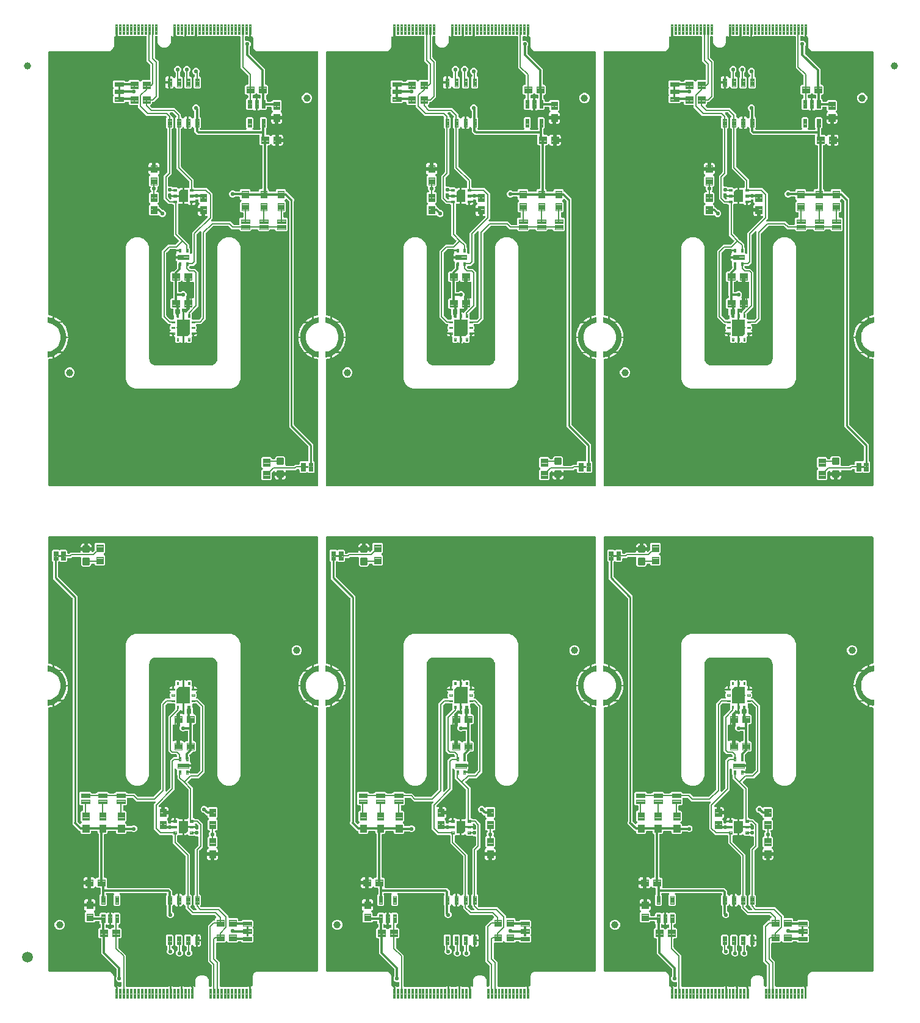
<source format=gtl>
G04 EAGLE Gerber RS-274X export*
G75*
%MOMM*%
%FSLAX34Y34*%
%LPD*%
%INTop Copper*%
%IPPOS*%
%AMOC8*
5,1,8,0,0,1.08239X$1,22.5*%
G01*
%ADD10C,0.101500*%
%ADD11C,0.609600*%
%ADD12C,0.203200*%
%ADD13C,0.100000*%
%ADD14C,0.099000*%
%ADD15C,0.300000*%
%ADD16C,0.099059*%
%ADD17C,0.102000*%
%ADD18C,0.100581*%
%ADD19C,0.101600*%
%ADD20C,0.105000*%
%ADD21C,1.000000*%
%ADD22C,1.500000*%
%ADD23C,0.558800*%
%ADD24C,0.254000*%
%ADD25C,0.304800*%

G36*
X572711Y19869D02*
X572711Y19869D01*
X572818Y19876D01*
X572837Y19882D01*
X572858Y19884D01*
X572886Y19894D01*
X572916Y19898D01*
X573018Y19940D01*
X573121Y19974D01*
X573138Y19984D01*
X573157Y19991D01*
X573182Y20008D01*
X573210Y20020D01*
X573298Y20086D01*
X573390Y20144D01*
X573403Y20158D01*
X573420Y20170D01*
X573440Y20192D01*
X573464Y20210D01*
X573573Y20330D01*
X573588Y20354D01*
X573608Y20375D01*
X573617Y20393D01*
X573631Y20408D01*
X573681Y20506D01*
X573739Y20601D01*
X573747Y20629D01*
X573761Y20654D01*
X573766Y20674D01*
X573775Y20691D01*
X573799Y20798D01*
X573832Y20905D01*
X573833Y20934D01*
X573841Y20962D01*
X573842Y20991D01*
X573845Y21002D01*
X573844Y21021D01*
X573851Y21123D01*
X573851Y22541D01*
X574225Y22541D01*
X575000Y22333D01*
X575226Y22203D01*
X575311Y22167D01*
X575392Y22122D01*
X575457Y22106D01*
X575519Y22080D01*
X575611Y22066D01*
X575700Y22043D01*
X575817Y22036D01*
X575834Y22033D01*
X575842Y22034D01*
X575861Y22033D01*
X584302Y22033D01*
X584394Y22044D01*
X584486Y22046D01*
X584551Y22064D01*
X584618Y22073D01*
X584704Y22107D01*
X584793Y22131D01*
X584898Y22183D01*
X584913Y22190D01*
X584920Y22195D01*
X584937Y22203D01*
X585162Y22333D01*
X585938Y22541D01*
X586312Y22541D01*
X586312Y21123D01*
X586321Y21054D01*
X586319Y20985D01*
X586340Y20897D01*
X586352Y20807D01*
X586377Y20743D01*
X586393Y20676D01*
X586435Y20596D01*
X586469Y20511D01*
X586509Y20456D01*
X586542Y20395D01*
X586642Y20269D01*
X586642Y20268D01*
X586650Y20262D01*
X586656Y20254D01*
X586771Y20158D01*
X586884Y20062D01*
X586893Y20057D01*
X586901Y20051D01*
X587036Y19988D01*
X587170Y19922D01*
X587180Y19920D01*
X587189Y19915D01*
X587335Y19887D01*
X587481Y19857D01*
X587491Y19857D01*
X587501Y19856D01*
X587650Y19865D01*
X587799Y19872D01*
X587808Y19875D01*
X587818Y19875D01*
X587960Y19921D01*
X588103Y19965D01*
X588111Y19970D01*
X588121Y19973D01*
X588247Y20053D01*
X588374Y20131D01*
X588381Y20138D01*
X588390Y20144D01*
X588492Y20252D01*
X588596Y20359D01*
X588601Y20368D01*
X588608Y20375D01*
X588679Y20505D01*
X588754Y20635D01*
X588756Y20645D01*
X588761Y20654D01*
X588798Y20797D01*
X588838Y20942D01*
X588838Y20952D01*
X588841Y20962D01*
X588851Y21122D01*
X588851Y22541D01*
X589225Y22541D01*
X590000Y22333D01*
X590379Y22115D01*
X590501Y22063D01*
X590621Y22007D01*
X590647Y22002D01*
X590672Y21991D01*
X590803Y21972D01*
X590933Y21947D01*
X590960Y21949D01*
X590987Y21945D01*
X591118Y21959D01*
X591250Y21967D01*
X591276Y21975D01*
X591303Y21978D01*
X591427Y22024D01*
X591553Y22065D01*
X591576Y22079D01*
X591601Y22089D01*
X591710Y22164D01*
X591822Y22235D01*
X591840Y22255D01*
X591862Y22270D01*
X591949Y22370D01*
X592039Y22467D01*
X592053Y22490D01*
X592070Y22511D01*
X592129Y22629D01*
X592193Y22745D01*
X592200Y22771D01*
X592212Y22795D01*
X592239Y22925D01*
X592272Y23053D01*
X592275Y23091D01*
X592278Y23106D01*
X592277Y23128D01*
X592283Y23214D01*
X592283Y31425D01*
X594707Y35624D01*
X598907Y38049D01*
X603756Y38049D01*
X607956Y35624D01*
X610380Y31425D01*
X610380Y23302D01*
X610395Y23184D01*
X610402Y23065D01*
X610415Y23027D01*
X610420Y22986D01*
X610464Y22876D01*
X610500Y22763D01*
X610522Y22728D01*
X610537Y22691D01*
X610607Y22595D01*
X610671Y22494D01*
X610700Y22466D01*
X610724Y22433D01*
X610816Y22357D01*
X610902Y22276D01*
X610938Y22256D01*
X610969Y22231D01*
X611076Y22180D01*
X611181Y22122D01*
X611220Y22112D01*
X611257Y22095D01*
X611373Y22073D01*
X611489Y22043D01*
X611549Y22039D01*
X611569Y22035D01*
X611589Y22037D01*
X611649Y22033D01*
X613263Y22033D01*
X613382Y22048D01*
X613500Y22055D01*
X613539Y22068D01*
X613579Y22073D01*
X613690Y22116D01*
X613803Y22153D01*
X613837Y22175D01*
X613875Y22190D01*
X613971Y22259D01*
X614072Y22323D01*
X614099Y22353D01*
X614132Y22376D01*
X614208Y22468D01*
X614289Y22555D01*
X614309Y22590D01*
X614335Y22621D01*
X614386Y22729D01*
X614443Y22833D01*
X614453Y22873D01*
X614470Y22909D01*
X614493Y23026D01*
X614522Y23141D01*
X614526Y23201D01*
X614530Y23221D01*
X614529Y23242D01*
X614533Y23302D01*
X614533Y51297D01*
X614520Y51396D01*
X614517Y51495D01*
X614500Y51553D01*
X614493Y51613D01*
X614456Y51705D01*
X614429Y51800D01*
X614398Y51852D01*
X614376Y51909D01*
X614318Y51989D01*
X614267Y52074D01*
X614201Y52149D01*
X614189Y52166D01*
X614180Y52174D01*
X614161Y52195D01*
X609371Y56985D01*
X609371Y106673D01*
X616237Y113539D01*
X617469Y113539D01*
X617588Y113554D01*
X617706Y113561D01*
X617745Y113574D01*
X617785Y113579D01*
X617896Y113622D01*
X618009Y113659D01*
X618043Y113681D01*
X618081Y113696D01*
X618177Y113765D01*
X618278Y113829D01*
X618305Y113859D01*
X618338Y113882D01*
X618414Y113974D01*
X618495Y114061D01*
X618515Y114096D01*
X618541Y114127D01*
X618592Y114235D01*
X618649Y114339D01*
X618659Y114379D01*
X618676Y114415D01*
X618699Y114532D01*
X618728Y114647D01*
X618732Y114707D01*
X618736Y114727D01*
X618735Y114748D01*
X618739Y114808D01*
X618739Y116039D01*
X620546Y117847D01*
X620619Y117941D01*
X620698Y118030D01*
X620716Y118066D01*
X620741Y118098D01*
X620789Y118207D01*
X620843Y118313D01*
X620851Y118353D01*
X620868Y118390D01*
X620886Y118508D01*
X620912Y118624D01*
X620911Y118664D01*
X620917Y118704D01*
X620906Y118822D01*
X620903Y118941D01*
X620891Y118980D01*
X620888Y119020D01*
X620847Y119133D01*
X620814Y119247D01*
X620794Y119282D01*
X620780Y119320D01*
X620713Y119418D01*
X620653Y119521D01*
X620613Y119566D01*
X620601Y119583D01*
X620586Y119596D01*
X620546Y119642D01*
X618640Y121548D01*
X618562Y121608D01*
X618490Y121676D01*
X618437Y121705D01*
X618389Y121742D01*
X618298Y121782D01*
X618211Y121830D01*
X618153Y121845D01*
X618097Y121869D01*
X617999Y121884D01*
X617904Y121909D01*
X617803Y121915D01*
X617783Y121919D01*
X617771Y121917D01*
X617743Y121919D01*
X587027Y121919D01*
X578383Y130563D01*
X578383Y133247D01*
X578370Y133345D01*
X578367Y133444D01*
X578350Y133502D01*
X578343Y133563D01*
X578306Y133655D01*
X578279Y133750D01*
X578248Y133802D01*
X578226Y133858D01*
X578168Y133938D01*
X578117Y134024D01*
X578051Y134099D01*
X578039Y134116D01*
X578030Y134123D01*
X578011Y134145D01*
X576134Y136022D01*
X576035Y136099D01*
X575939Y136181D01*
X575909Y136196D01*
X575883Y136217D01*
X575767Y136267D01*
X575655Y136322D01*
X575622Y136329D01*
X575591Y136343D01*
X575466Y136363D01*
X575344Y136389D01*
X575310Y136387D01*
X575277Y136393D01*
X575151Y136381D01*
X575026Y136376D01*
X574994Y136366D01*
X574960Y136363D01*
X574841Y136320D01*
X574721Y136284D01*
X574692Y136267D01*
X574661Y136255D01*
X574557Y136185D01*
X574449Y136120D01*
X574425Y136096D01*
X574398Y136077D01*
X574314Y135983D01*
X574226Y135893D01*
X574199Y135852D01*
X574187Y135838D01*
X574177Y135819D01*
X574137Y135759D01*
X573663Y134937D01*
X573095Y134369D01*
X572399Y133967D01*
X571623Y133759D01*
X570231Y133759D01*
X570231Y142070D01*
X570216Y142188D01*
X570208Y142307D01*
X570206Y142314D01*
X570220Y142370D01*
X570224Y142430D01*
X570228Y142450D01*
X570227Y142470D01*
X570231Y142530D01*
X570231Y150841D01*
X571623Y150841D01*
X572399Y150633D01*
X573095Y150231D01*
X573663Y149663D01*
X574137Y148841D01*
X574213Y148741D01*
X574284Y148637D01*
X574309Y148615D01*
X574329Y148588D01*
X574428Y148510D01*
X574522Y148427D01*
X574552Y148411D01*
X574579Y148390D01*
X574693Y148339D01*
X574805Y148282D01*
X574838Y148275D01*
X574869Y148261D01*
X574993Y148240D01*
X575116Y148212D01*
X575149Y148213D01*
X575183Y148208D01*
X575308Y148218D01*
X575434Y148222D01*
X575466Y148231D01*
X575500Y148234D01*
X575618Y148275D01*
X575739Y148310D01*
X575768Y148328D01*
X575800Y148339D01*
X575905Y148408D01*
X576013Y148472D01*
X576050Y148504D01*
X576065Y148514D01*
X576079Y148530D01*
X576134Y148578D01*
X578011Y150455D01*
X578072Y150534D01*
X578139Y150606D01*
X578169Y150659D01*
X578206Y150707D01*
X578245Y150798D01*
X578293Y150884D01*
X578308Y150943D01*
X578332Y150999D01*
X578348Y151097D01*
X578372Y151192D01*
X578379Y151292D01*
X578382Y151313D01*
X578381Y151325D01*
X578383Y151353D01*
X578383Y202681D01*
X578370Y202780D01*
X578367Y202879D01*
X578350Y202937D01*
X578343Y202997D01*
X578306Y203089D01*
X578279Y203184D01*
X578248Y203236D01*
X578226Y203293D01*
X578168Y203373D01*
X578117Y203458D01*
X578051Y203533D01*
X578039Y203550D01*
X578030Y203558D01*
X578011Y203579D01*
X560533Y221057D01*
X560533Y231031D01*
X560520Y231130D01*
X560517Y231228D01*
X560500Y231287D01*
X560493Y231347D01*
X560456Y231439D01*
X560429Y231534D01*
X560398Y231586D01*
X560376Y231642D01*
X560318Y231722D01*
X560267Y231808D01*
X560201Y231883D01*
X560189Y231900D01*
X560180Y231908D01*
X560161Y231929D01*
X559670Y232420D01*
X559592Y232480D01*
X559520Y232548D01*
X559467Y232577D01*
X559419Y232614D01*
X559328Y232654D01*
X559241Y232702D01*
X559183Y232717D01*
X559127Y232741D01*
X559029Y232756D01*
X558933Y232781D01*
X558833Y232787D01*
X558813Y232791D01*
X558801Y232789D01*
X558773Y232791D01*
X542314Y232791D01*
X536598Y238507D01*
X534441Y240664D01*
X534441Y275329D01*
X536344Y277233D01*
X536430Y277342D01*
X536518Y277449D01*
X536527Y277468D01*
X536539Y277484D01*
X536595Y277612D01*
X536654Y277737D01*
X536658Y277757D01*
X536666Y277776D01*
X536688Y277914D01*
X536714Y278050D01*
X536712Y278070D01*
X536716Y278090D01*
X536702Y278229D01*
X536694Y278367D01*
X536688Y278386D01*
X536686Y278406D01*
X536639Y278538D01*
X536596Y278669D01*
X536585Y278687D01*
X536578Y278706D01*
X536500Y278821D01*
X536426Y278938D01*
X536411Y278952D01*
X536400Y278969D01*
X536295Y279061D01*
X536194Y279156D01*
X536176Y279166D01*
X536161Y279179D01*
X536037Y279243D01*
X535916Y279310D01*
X535896Y279315D01*
X535878Y279324D01*
X535742Y279354D01*
X535608Y279389D01*
X535580Y279391D01*
X535568Y279394D01*
X535547Y279393D01*
X535447Y279399D01*
X509811Y279399D01*
X505356Y283854D01*
X505278Y283914D01*
X505206Y283982D01*
X505153Y284011D01*
X505105Y284048D01*
X505014Y284088D01*
X504927Y284136D01*
X504869Y284151D01*
X504813Y284175D01*
X504715Y284190D01*
X504620Y284215D01*
X504519Y284221D01*
X504499Y284225D01*
X504487Y284223D01*
X504459Y284225D01*
X498373Y284225D01*
X498255Y284210D01*
X498136Y284203D01*
X498098Y284190D01*
X498058Y284185D01*
X497947Y284142D01*
X497834Y284105D01*
X497800Y284083D01*
X497762Y284068D01*
X497666Y283999D01*
X497565Y283935D01*
X497538Y283905D01*
X497505Y283882D01*
X497429Y283790D01*
X497347Y283703D01*
X497328Y283668D01*
X497302Y283637D01*
X497251Y283529D01*
X497194Y283425D01*
X497184Y283385D01*
X497166Y283349D01*
X497144Y283232D01*
X497114Y283117D01*
X497111Y283057D01*
X497107Y283037D01*
X497108Y283016D01*
X497104Y282956D01*
X497104Y275427D01*
X495616Y273938D01*
X493039Y273938D01*
X492921Y273923D01*
X492802Y273916D01*
X492764Y273903D01*
X492724Y273898D01*
X492613Y273855D01*
X492500Y273818D01*
X492466Y273796D01*
X492428Y273781D01*
X492332Y273712D01*
X492231Y273648D01*
X492204Y273618D01*
X492171Y273595D01*
X492095Y273503D01*
X492013Y273416D01*
X491994Y273381D01*
X491968Y273350D01*
X491917Y273242D01*
X491860Y273138D01*
X491850Y273098D01*
X491832Y273062D01*
X491810Y272945D01*
X491780Y272830D01*
X491777Y272770D01*
X491773Y272750D01*
X491774Y272729D01*
X491770Y272669D01*
X491770Y267492D01*
X491785Y267374D01*
X491792Y267255D01*
X491805Y267217D01*
X491810Y267176D01*
X491854Y267066D01*
X491890Y266953D01*
X491912Y266918D01*
X491927Y266881D01*
X491997Y266785D01*
X492061Y266684D01*
X492090Y266656D01*
X492114Y266623D01*
X492206Y266547D01*
X492292Y266466D01*
X492328Y266446D01*
X492359Y266421D01*
X492466Y266370D01*
X492571Y266312D01*
X492610Y266302D01*
X492647Y266285D01*
X492763Y266263D01*
X492879Y266233D01*
X492939Y266229D01*
X492959Y266225D01*
X492979Y266227D01*
X493039Y266223D01*
X494778Y266223D01*
X496262Y264739D01*
X496262Y252641D01*
X494709Y251087D01*
X494636Y250993D01*
X494557Y250904D01*
X494539Y250868D01*
X494514Y250836D01*
X494466Y250727D01*
X494412Y250621D01*
X494404Y250582D01*
X494387Y250544D01*
X494369Y250427D01*
X494343Y250311D01*
X494344Y250270D01*
X494338Y250230D01*
X494349Y250112D01*
X494352Y249993D01*
X494364Y249954D01*
X494367Y249914D01*
X494408Y249802D01*
X494441Y249687D01*
X494461Y249652D01*
X494475Y249614D01*
X494542Y249516D01*
X494602Y249413D01*
X494642Y249368D01*
X494654Y249351D01*
X494669Y249338D01*
X494709Y249292D01*
X496262Y247739D01*
X496262Y246126D01*
X496277Y246008D01*
X496284Y245889D01*
X496297Y245851D01*
X496302Y245810D01*
X496346Y245700D01*
X496382Y245587D01*
X496404Y245552D01*
X496419Y245515D01*
X496489Y245419D01*
X496553Y245318D01*
X496582Y245290D01*
X496606Y245257D01*
X496698Y245181D01*
X496784Y245100D01*
X496820Y245080D01*
X496851Y245055D01*
X496958Y245004D01*
X497063Y244946D01*
X497102Y244936D01*
X497139Y244919D01*
X497255Y244897D01*
X497371Y244867D01*
X497431Y244863D01*
X497451Y244859D01*
X497471Y244861D01*
X497531Y244857D01*
X502706Y244857D01*
X502805Y244869D01*
X502904Y244872D01*
X502962Y244889D01*
X503022Y244897D01*
X503114Y244933D01*
X503209Y244961D01*
X503261Y244991D01*
X503318Y245014D01*
X503398Y245072D01*
X503483Y245122D01*
X503558Y245188D01*
X503575Y245200D01*
X503583Y245210D01*
X503604Y245228D01*
X503767Y245392D01*
X505541Y246127D01*
X507462Y246127D01*
X509236Y245392D01*
X510593Y244034D01*
X511328Y242260D01*
X511328Y240340D01*
X510593Y238566D01*
X509236Y237208D01*
X507462Y236473D01*
X505541Y236473D01*
X503767Y237208D01*
X503604Y237372D01*
X503526Y237432D01*
X503453Y237500D01*
X503400Y237529D01*
X503353Y237566D01*
X503262Y237606D01*
X503175Y237654D01*
X503116Y237669D01*
X503061Y237693D01*
X502963Y237708D01*
X502867Y237733D01*
X502767Y237739D01*
X502747Y237743D01*
X502734Y237741D01*
X502706Y237743D01*
X497531Y237743D01*
X497413Y237728D01*
X497294Y237721D01*
X497256Y237708D01*
X497216Y237703D01*
X497105Y237660D01*
X496992Y237623D01*
X496958Y237601D01*
X496920Y237586D01*
X496824Y237517D01*
X496723Y237453D01*
X496696Y237423D01*
X496663Y237400D01*
X496587Y237308D01*
X496505Y237221D01*
X496486Y237186D01*
X496460Y237155D01*
X496409Y237047D01*
X496352Y236943D01*
X496342Y236903D01*
X496324Y236867D01*
X496302Y236750D01*
X496272Y236635D01*
X496269Y236575D01*
X496265Y236555D01*
X496266Y236534D01*
X496262Y236474D01*
X496262Y235641D01*
X494778Y234157D01*
X483680Y234157D01*
X482197Y235641D01*
X482197Y236864D01*
X482182Y236982D01*
X482174Y237101D01*
X482162Y237139D01*
X482157Y237180D01*
X482113Y237290D01*
X482076Y237403D01*
X482055Y237438D01*
X482040Y237475D01*
X481970Y237571D01*
X481906Y237672D01*
X481877Y237700D01*
X481853Y237733D01*
X481761Y237809D01*
X481675Y237890D01*
X481639Y237910D01*
X481608Y237935D01*
X481500Y237986D01*
X481396Y238044D01*
X481357Y238054D01*
X481320Y238071D01*
X481203Y238093D01*
X481088Y238123D01*
X481028Y238127D01*
X481008Y238131D01*
X480988Y238129D01*
X480927Y238133D01*
X471623Y238133D01*
X471505Y238118D01*
X471386Y238111D01*
X471348Y238098D01*
X471308Y238093D01*
X471197Y238050D01*
X471084Y238013D01*
X471050Y237991D01*
X471012Y237976D01*
X470916Y237907D01*
X470815Y237843D01*
X470788Y237813D01*
X470755Y237790D01*
X470679Y237698D01*
X470597Y237611D01*
X470578Y237576D01*
X470552Y237545D01*
X470501Y237437D01*
X470444Y237333D01*
X470434Y237293D01*
X470416Y237257D01*
X470394Y237140D01*
X470364Y237025D01*
X470361Y236965D01*
X470357Y236945D01*
X470358Y236924D01*
X470354Y236864D01*
X470354Y235641D01*
X468870Y234157D01*
X466487Y234157D01*
X466369Y234142D01*
X466250Y234135D01*
X466212Y234122D01*
X466172Y234117D01*
X466061Y234074D01*
X465948Y234037D01*
X465914Y234015D01*
X465876Y234000D01*
X465780Y233931D01*
X465679Y233867D01*
X465652Y233837D01*
X465619Y233814D01*
X465543Y233722D01*
X465461Y233635D01*
X465442Y233600D01*
X465416Y233569D01*
X465365Y233461D01*
X465308Y233357D01*
X465298Y233317D01*
X465280Y233281D01*
X465258Y233164D01*
X465228Y233049D01*
X465225Y232989D01*
X465221Y232969D01*
X465222Y232948D01*
X465218Y232888D01*
X465218Y174672D01*
X465233Y174554D01*
X465240Y174435D01*
X465253Y174397D01*
X465258Y174356D01*
X465302Y174246D01*
X465338Y174133D01*
X465360Y174098D01*
X465375Y174061D01*
X465445Y173964D01*
X465509Y173864D01*
X465538Y173836D01*
X465562Y173803D01*
X465654Y173727D01*
X465740Y173646D01*
X465776Y173626D01*
X465807Y173601D01*
X465914Y173550D01*
X466019Y173492D01*
X466058Y173482D01*
X466095Y173465D01*
X466211Y173443D01*
X466327Y173413D01*
X466387Y173409D01*
X466407Y173405D01*
X466427Y173407D01*
X466487Y173403D01*
X467710Y173403D01*
X469194Y171919D01*
X469194Y160452D01*
X469175Y160354D01*
X469177Y160335D01*
X469174Y160315D01*
X469187Y160176D01*
X469195Y160037D01*
X469201Y160018D01*
X469203Y159999D01*
X469250Y159867D01*
X469293Y159735D01*
X469304Y159718D01*
X469311Y159699D01*
X469389Y159584D01*
X469463Y159466D01*
X469478Y159452D01*
X469489Y159436D01*
X469593Y159344D01*
X469695Y159248D01*
X469712Y159238D01*
X469727Y159225D01*
X469851Y159162D01*
X469974Y159094D01*
X469993Y159089D01*
X470010Y159080D01*
X470147Y159050D01*
X470281Y159015D01*
X470309Y159013D01*
X470321Y159011D01*
X470341Y159011D01*
X470442Y159005D01*
X555727Y159005D01*
X559588Y155143D01*
X559588Y150845D01*
X559601Y150747D01*
X559604Y150648D01*
X559620Y150590D01*
X559628Y150529D01*
X559664Y150437D01*
X559692Y150342D01*
X559723Y150290D01*
X559745Y150234D01*
X559803Y150154D01*
X559853Y150068D01*
X559920Y149993D01*
X559932Y149976D01*
X559941Y149969D01*
X559960Y149947D01*
X561329Y148578D01*
X561428Y148501D01*
X561523Y148419D01*
X561554Y148404D01*
X561580Y148383D01*
X561696Y148333D01*
X561808Y148278D01*
X561841Y148271D01*
X561872Y148257D01*
X561997Y148237D01*
X562119Y148211D01*
X562153Y148213D01*
X562186Y148207D01*
X562312Y148219D01*
X562437Y148224D01*
X562469Y148234D01*
X562503Y148237D01*
X562621Y148280D01*
X562742Y148316D01*
X562770Y148333D01*
X562802Y148345D01*
X562906Y148415D01*
X563014Y148480D01*
X563037Y148504D01*
X563065Y148523D01*
X563148Y148617D01*
X563237Y148707D01*
X563264Y148748D01*
X563276Y148762D01*
X563286Y148781D01*
X563326Y148841D01*
X563800Y149663D01*
X564368Y150231D01*
X565064Y150633D01*
X565840Y150841D01*
X567232Y150841D01*
X567232Y142530D01*
X567247Y142412D01*
X567254Y142293D01*
X567257Y142286D01*
X567242Y142230D01*
X567239Y142170D01*
X567235Y142150D01*
X567236Y142130D01*
X567232Y142070D01*
X567232Y133759D01*
X565840Y133759D01*
X565064Y133967D01*
X564368Y134369D01*
X563800Y134937D01*
X563326Y135759D01*
X563250Y135859D01*
X563179Y135963D01*
X563154Y135985D01*
X563133Y136012D01*
X563035Y136090D01*
X562941Y136173D01*
X562911Y136189D01*
X562884Y136210D01*
X562769Y136261D01*
X562657Y136318D01*
X562625Y136325D01*
X562594Y136339D01*
X562470Y136360D01*
X562347Y136388D01*
X562314Y136387D01*
X562280Y136392D01*
X562155Y136382D01*
X562029Y136378D01*
X561997Y136369D01*
X561963Y136366D01*
X561845Y136325D01*
X561724Y136290D01*
X561695Y136272D01*
X561663Y136261D01*
X561558Y136192D01*
X561450Y136128D01*
X561413Y136096D01*
X561398Y136086D01*
X561383Y136070D01*
X561329Y136022D01*
X559960Y134653D01*
X559899Y134574D01*
X559831Y134502D01*
X559802Y134449D01*
X559765Y134401D01*
X559726Y134310D01*
X559678Y134224D01*
X559663Y134165D01*
X559639Y134109D01*
X559623Y134011D01*
X559598Y133916D01*
X559592Y133816D01*
X559589Y133795D01*
X559590Y133783D01*
X559588Y133755D01*
X559588Y126985D01*
X559601Y126887D01*
X559604Y126788D01*
X559620Y126730D01*
X559628Y126670D01*
X559664Y126577D01*
X559692Y126482D01*
X559723Y126430D01*
X559745Y126374D01*
X559803Y126294D01*
X559853Y126208D01*
X559920Y126133D01*
X559932Y126116D01*
X559941Y126109D01*
X559960Y126088D01*
X561393Y124654D01*
X562128Y122880D01*
X562128Y120960D01*
X561393Y119186D01*
X560036Y117828D01*
X558262Y117093D01*
X556341Y117093D01*
X554567Y117828D01*
X553209Y119186D01*
X552475Y120960D01*
X552475Y133755D01*
X552462Y133853D01*
X552459Y133952D01*
X552442Y134010D01*
X552435Y134071D01*
X552398Y134163D01*
X552371Y134258D01*
X552340Y134310D01*
X552318Y134366D01*
X552260Y134446D01*
X552209Y134532D01*
X552143Y134607D01*
X552131Y134624D01*
X552122Y134631D01*
X552103Y134653D01*
X550999Y135757D01*
X550999Y148843D01*
X551880Y149725D01*
X551965Y149834D01*
X552054Y149941D01*
X552063Y149960D01*
X552075Y149976D01*
X552130Y150103D01*
X552189Y150229D01*
X552193Y150249D01*
X552201Y150268D01*
X552223Y150406D01*
X552249Y150542D01*
X552248Y150562D01*
X552251Y150582D01*
X552238Y150721D01*
X552229Y150859D01*
X552223Y150878D01*
X552221Y150898D01*
X552174Y151030D01*
X552131Y151161D01*
X552121Y151179D01*
X552114Y151198D01*
X552036Y151312D01*
X551961Y151430D01*
X551946Y151444D01*
X551935Y151461D01*
X551831Y151553D01*
X551730Y151648D01*
X551712Y151658D01*
X551697Y151671D01*
X551573Y151734D01*
X551451Y151802D01*
X551432Y151807D01*
X551413Y151816D01*
X551278Y151846D01*
X551143Y151881D01*
X551115Y151883D01*
X551103Y151886D01*
X551083Y151885D01*
X550982Y151891D01*
X488030Y151891D01*
X487892Y151874D01*
X487754Y151861D01*
X487735Y151854D01*
X487715Y151851D01*
X487585Y151800D01*
X487454Y151753D01*
X487438Y151742D01*
X487419Y151734D01*
X487307Y151653D01*
X487191Y151575D01*
X487178Y151559D01*
X487162Y151548D01*
X487073Y151440D01*
X486981Y151336D01*
X486972Y151318D01*
X486959Y151303D01*
X486899Y151177D01*
X486836Y151053D01*
X486832Y151033D01*
X486823Y151015D01*
X486797Y150878D01*
X486767Y150743D01*
X486767Y150722D01*
X486763Y150703D01*
X486772Y150564D01*
X486776Y150425D01*
X486782Y150405D01*
X486783Y150385D01*
X486826Y150253D01*
X486865Y150119D01*
X486875Y150102D01*
X486881Y150083D01*
X486956Y149965D01*
X487026Y149845D01*
X487045Y149824D01*
X487051Y149814D01*
X487066Y149800D01*
X487133Y149725D01*
X487764Y149093D01*
X487764Y135989D01*
X486283Y134508D01*
X479679Y134508D01*
X478199Y135989D01*
X478199Y149093D01*
X478830Y149725D01*
X478915Y149834D01*
X479004Y149941D01*
X479013Y149960D01*
X479025Y149976D01*
X479080Y150103D01*
X479140Y150229D01*
X479143Y150249D01*
X479151Y150268D01*
X479173Y150406D01*
X479199Y150542D01*
X479198Y150562D01*
X479201Y150582D01*
X479188Y150721D01*
X479180Y150859D01*
X479173Y150878D01*
X479172Y150898D01*
X479124Y151030D01*
X479082Y151161D01*
X479071Y151179D01*
X479064Y151198D01*
X478986Y151312D01*
X478911Y151430D01*
X478897Y151444D01*
X478885Y151461D01*
X478781Y151553D01*
X478680Y151648D01*
X478662Y151658D01*
X478647Y151671D01*
X478523Y151734D01*
X478401Y151802D01*
X478382Y151807D01*
X478364Y151816D01*
X478228Y151846D01*
X478093Y151881D01*
X478065Y151883D01*
X478053Y151886D01*
X478033Y151885D01*
X477933Y151891D01*
X469030Y151891D01*
X468892Y151874D01*
X468754Y151861D01*
X468735Y151854D01*
X468715Y151851D01*
X468585Y151800D01*
X468454Y151753D01*
X468438Y151742D01*
X468419Y151734D01*
X468307Y151653D01*
X468191Y151575D01*
X468178Y151559D01*
X468162Y151548D01*
X468073Y151440D01*
X467981Y151336D01*
X467972Y151318D01*
X467959Y151303D01*
X467899Y151177D01*
X467836Y151053D01*
X467832Y151033D01*
X467823Y151015D01*
X467797Y150878D01*
X467767Y150743D01*
X467767Y150722D01*
X467763Y150703D01*
X467772Y150564D01*
X467776Y150425D01*
X467782Y150405D01*
X467783Y150385D01*
X467826Y150253D01*
X467865Y150119D01*
X467875Y150102D01*
X467881Y150083D01*
X467956Y149965D01*
X468026Y149845D01*
X468045Y149824D01*
X468051Y149814D01*
X468066Y149800D01*
X468133Y149725D01*
X468764Y149093D01*
X468764Y135989D01*
X467283Y134508D01*
X460679Y134508D01*
X459199Y135989D01*
X459199Y149093D01*
X460053Y149947D01*
X460114Y150026D01*
X460181Y150098D01*
X460211Y150151D01*
X460248Y150199D01*
X460287Y150290D01*
X460335Y150376D01*
X460350Y150435D01*
X460374Y150490D01*
X460390Y150588D01*
X460414Y150684D01*
X460421Y150784D01*
X460424Y150804D01*
X460423Y150817D01*
X460425Y150845D01*
X460425Y158068D01*
X460410Y158186D01*
X460402Y158305D01*
X460390Y158343D01*
X460385Y158384D01*
X460341Y158494D01*
X460304Y158607D01*
X460283Y158642D01*
X460268Y158679D01*
X460198Y158775D01*
X460134Y158876D01*
X460105Y158904D01*
X460081Y158937D01*
X459989Y159013D01*
X459903Y159094D01*
X459867Y159114D01*
X459836Y159139D01*
X459728Y159190D01*
X459624Y159248D01*
X459585Y159258D01*
X459548Y159275D01*
X459431Y159297D01*
X459316Y159327D01*
X459256Y159331D01*
X459236Y159335D01*
X459216Y159333D01*
X459155Y159337D01*
X455612Y159337D01*
X454308Y160641D01*
X454209Y160719D01*
X454114Y160801D01*
X454084Y160816D01*
X454057Y160836D01*
X453941Y160886D01*
X453829Y160942D01*
X453796Y160949D01*
X453765Y160963D01*
X453641Y160982D01*
X453518Y161009D01*
X453484Y161007D01*
X453451Y161013D01*
X453326Y161001D01*
X453200Y160996D01*
X453168Y160986D01*
X453134Y160983D01*
X453016Y160940D01*
X452896Y160904D01*
X452867Y160887D01*
X452835Y160875D01*
X452731Y160805D01*
X452623Y160740D01*
X452600Y160716D01*
X452572Y160697D01*
X452489Y160602D01*
X452401Y160513D01*
X452374Y160472D01*
X452361Y160458D01*
X452352Y160439D01*
X452311Y160379D01*
X452095Y160003D01*
X451528Y159437D01*
X450835Y159036D01*
X450062Y158829D01*
X447161Y158829D01*
X447161Y165140D01*
X447146Y165258D01*
X447138Y165377D01*
X447126Y165415D01*
X447121Y165455D01*
X447077Y165566D01*
X447040Y165679D01*
X447019Y165713D01*
X447004Y165751D01*
X446934Y165847D01*
X446870Y165948D01*
X446841Y165976D01*
X446817Y166008D01*
X446725Y166084D01*
X446639Y166166D01*
X446603Y166185D01*
X446572Y166211D01*
X446464Y166262D01*
X446360Y166319D01*
X446321Y166329D01*
X446284Y166347D01*
X446178Y166367D01*
X446207Y166371D01*
X446318Y166415D01*
X446431Y166451D01*
X446465Y166473D01*
X446503Y166488D01*
X446599Y166558D01*
X446700Y166621D01*
X446727Y166651D01*
X446760Y166675D01*
X446836Y166766D01*
X446917Y166853D01*
X446937Y166888D01*
X446963Y166920D01*
X447014Y167027D01*
X447071Y167132D01*
X447081Y167171D01*
X447098Y167207D01*
X447121Y167324D01*
X447150Y167440D01*
X447154Y167500D01*
X447158Y167520D01*
X447157Y167540D01*
X447161Y167600D01*
X447161Y173911D01*
X450062Y173911D01*
X450835Y173704D01*
X451528Y173303D01*
X452095Y172737D01*
X452311Y172361D01*
X452388Y172261D01*
X452458Y172157D01*
X452483Y172135D01*
X452504Y172108D01*
X452602Y172030D01*
X452696Y171947D01*
X452726Y171931D01*
X452753Y171911D01*
X452868Y171859D01*
X452980Y171802D01*
X453013Y171795D01*
X453043Y171781D01*
X453168Y171760D01*
X453290Y171733D01*
X453324Y171734D01*
X453357Y171728D01*
X453482Y171738D01*
X453608Y171742D01*
X453640Y171752D01*
X453674Y171754D01*
X453792Y171796D01*
X453913Y171831D01*
X453942Y171848D01*
X453974Y171859D01*
X454079Y171928D01*
X454187Y171992D01*
X454224Y172024D01*
X454239Y172035D01*
X454254Y172051D01*
X454308Y172099D01*
X455612Y173403D01*
X456835Y173403D01*
X456954Y173418D01*
X457072Y173425D01*
X457111Y173438D01*
X457151Y173443D01*
X457262Y173486D01*
X457375Y173523D01*
X457409Y173545D01*
X457447Y173560D01*
X457543Y173629D01*
X457644Y173693D01*
X457671Y173723D01*
X457704Y173746D01*
X457780Y173838D01*
X457861Y173925D01*
X457881Y173960D01*
X457907Y173991D01*
X457957Y174099D01*
X458015Y174203D01*
X458025Y174243D01*
X458042Y174279D01*
X458065Y174396D01*
X458094Y174511D01*
X458098Y174571D01*
X458102Y174591D01*
X458101Y174612D01*
X458101Y174616D01*
X458102Y174621D01*
X458102Y174626D01*
X458105Y174672D01*
X458105Y233299D01*
X458092Y233397D01*
X458089Y233496D01*
X458072Y233555D01*
X458065Y233615D01*
X458028Y233707D01*
X458001Y233802D01*
X457970Y233854D01*
X457948Y233910D01*
X457890Y233991D01*
X457839Y234076D01*
X457773Y234151D01*
X457761Y234168D01*
X457752Y234176D01*
X457733Y234197D01*
X456289Y235641D01*
X456289Y236864D01*
X456274Y236982D01*
X456266Y237101D01*
X456254Y237139D01*
X456249Y237180D01*
X456205Y237290D01*
X456168Y237403D01*
X456147Y237438D01*
X456132Y237475D01*
X456062Y237571D01*
X455998Y237672D01*
X455969Y237700D01*
X455945Y237733D01*
X455853Y237809D01*
X455767Y237890D01*
X455731Y237910D01*
X455700Y237935D01*
X455592Y237986D01*
X455488Y238044D01*
X455449Y238054D01*
X455412Y238071D01*
X455295Y238093D01*
X455180Y238123D01*
X455120Y238127D01*
X455100Y238131D01*
X455080Y238129D01*
X455019Y238133D01*
X448001Y238133D01*
X447883Y238118D01*
X447764Y238111D01*
X447726Y238098D01*
X447686Y238093D01*
X447575Y238050D01*
X447462Y238013D01*
X447428Y237991D01*
X447390Y237976D01*
X447294Y237907D01*
X447193Y237843D01*
X447166Y237813D01*
X447133Y237790D01*
X447057Y237698D01*
X446975Y237611D01*
X446956Y237576D01*
X446930Y237545D01*
X446879Y237437D01*
X446822Y237333D01*
X446812Y237293D01*
X446794Y237257D01*
X446772Y237140D01*
X446742Y237025D01*
X446739Y236965D01*
X446735Y236945D01*
X446736Y236924D01*
X446732Y236864D01*
X446732Y235641D01*
X445248Y234157D01*
X434150Y234157D01*
X432667Y235641D01*
X432667Y236864D01*
X432652Y236982D01*
X432644Y237101D01*
X432632Y237139D01*
X432627Y237180D01*
X432583Y237290D01*
X432546Y237403D01*
X432525Y237438D01*
X432510Y237475D01*
X432440Y237571D01*
X432376Y237672D01*
X432347Y237700D01*
X432323Y237733D01*
X432231Y237809D01*
X432145Y237890D01*
X432109Y237910D01*
X432078Y237935D01*
X431970Y237986D01*
X431866Y238044D01*
X431827Y238054D01*
X431790Y238071D01*
X431673Y238093D01*
X431558Y238123D01*
X431498Y238127D01*
X431478Y238131D01*
X431458Y238129D01*
X431397Y238133D01*
X431232Y238133D01*
X421411Y247955D01*
X421411Y250922D01*
X421421Y250934D01*
X421451Y250987D01*
X421488Y251035D01*
X421527Y251126D01*
X421575Y251212D01*
X421590Y251271D01*
X421614Y251327D01*
X421630Y251425D01*
X421654Y251520D01*
X421661Y251620D01*
X421664Y251641D01*
X421663Y251653D01*
X421665Y251681D01*
X421665Y560970D01*
X421652Y561068D01*
X421649Y561167D01*
X421632Y561226D01*
X421625Y561286D01*
X421588Y561378D01*
X421561Y561473D01*
X421530Y561525D01*
X421508Y561581D01*
X421450Y561661D01*
X421399Y561747D01*
X421333Y561822D01*
X421321Y561839D01*
X421312Y561847D01*
X421293Y561868D01*
X394868Y588293D01*
X394868Y610554D01*
X394855Y610653D01*
X394852Y610752D01*
X394835Y610810D01*
X394828Y610870D01*
X394791Y610962D01*
X394764Y611057D01*
X394733Y611109D01*
X394711Y611166D01*
X394653Y611246D01*
X394602Y611331D01*
X394536Y611406D01*
X394524Y611423D01*
X394515Y611431D01*
X394496Y611452D01*
X392836Y613112D01*
X392836Y626916D01*
X394317Y628397D01*
X402024Y628397D01*
X402480Y627941D01*
X402574Y627868D01*
X402663Y627789D01*
X402699Y627771D01*
X402731Y627746D01*
X402841Y627699D01*
X402946Y627645D01*
X402986Y627636D01*
X403023Y627620D01*
X403141Y627601D01*
X403257Y627575D01*
X403297Y627576D01*
X403337Y627570D01*
X403456Y627581D01*
X403575Y627585D01*
X403614Y627596D01*
X403654Y627600D01*
X403766Y627640D01*
X403880Y627673D01*
X403915Y627694D01*
X403953Y627707D01*
X404052Y627774D01*
X404154Y627835D01*
X404199Y627874D01*
X404216Y627886D01*
X404230Y627901D01*
X404275Y627941D01*
X404731Y628397D01*
X412438Y628397D01*
X413919Y626916D01*
X413919Y624332D01*
X413934Y624214D01*
X413941Y624095D01*
X413954Y624057D01*
X413959Y624016D01*
X414003Y623906D01*
X414039Y623793D01*
X414061Y623758D01*
X414076Y623721D01*
X414146Y623625D01*
X414210Y623524D01*
X414239Y623496D01*
X414263Y623463D01*
X414355Y623387D01*
X414441Y623306D01*
X414477Y623286D01*
X414508Y623261D01*
X414615Y623210D01*
X414720Y623152D01*
X414759Y623142D01*
X414796Y623125D01*
X414912Y623103D01*
X415028Y623073D01*
X415088Y623069D01*
X415108Y623065D01*
X415128Y623067D01*
X415188Y623063D01*
X416829Y623063D01*
X416927Y623075D01*
X417026Y623078D01*
X417084Y623095D01*
X417144Y623103D01*
X417236Y623139D01*
X417332Y623167D01*
X417384Y623197D01*
X417440Y623220D01*
X417520Y623278D01*
X417605Y623328D01*
X417681Y623394D01*
X417697Y623406D01*
X417705Y623416D01*
X417726Y623434D01*
X418879Y624587D01*
X431651Y624587D01*
X431770Y624602D01*
X431888Y624609D01*
X431927Y624622D01*
X431967Y624627D01*
X432078Y624670D01*
X432191Y624707D01*
X432225Y624729D01*
X432263Y624744D01*
X432359Y624813D01*
X432460Y624877D01*
X432487Y624907D01*
X432520Y624930D01*
X432596Y625022D01*
X432677Y625109D01*
X432697Y625144D01*
X432723Y625175D01*
X432774Y625283D01*
X432831Y625387D01*
X432841Y625427D01*
X432858Y625463D01*
X432881Y625580D01*
X432910Y625695D01*
X432914Y625755D01*
X432918Y625775D01*
X432917Y625796D01*
X432921Y625856D01*
X432921Y627301D01*
X439231Y627301D01*
X439349Y627316D01*
X439468Y627323D01*
X439507Y627335D01*
X439547Y627341D01*
X439657Y627384D01*
X439771Y627421D01*
X439805Y627443D01*
X439842Y627458D01*
X439939Y627527D01*
X440039Y627591D01*
X440067Y627621D01*
X440100Y627644D01*
X440176Y627736D01*
X440257Y627823D01*
X440277Y627858D01*
X440303Y627889D01*
X440353Y627997D01*
X440411Y628101D01*
X440421Y628141D01*
X440438Y628177D01*
X440459Y628284D01*
X440462Y628254D01*
X440506Y628144D01*
X440543Y628031D01*
X440564Y627996D01*
X440579Y627959D01*
X440649Y627862D01*
X440713Y627762D01*
X440742Y627734D01*
X440766Y627701D01*
X440858Y627625D01*
X440944Y627544D01*
X440980Y627524D01*
X441011Y627499D01*
X441119Y627448D01*
X441223Y627390D01*
X441262Y627380D01*
X441299Y627363D01*
X441416Y627341D01*
X441531Y627311D01*
X441591Y627307D01*
X441611Y627303D01*
X441631Y627305D01*
X441692Y627301D01*
X448002Y627301D01*
X448002Y626667D01*
X448020Y626529D01*
X448033Y626390D01*
X448039Y626371D01*
X448042Y626351D01*
X448093Y626222D01*
X448140Y626091D01*
X448152Y626074D01*
X448159Y626055D01*
X448241Y625943D01*
X448319Y625828D01*
X448334Y625814D01*
X448346Y625798D01*
X448453Y625709D01*
X448557Y625617D01*
X448575Y625608D01*
X448591Y625595D01*
X448716Y625536D01*
X448840Y625473D01*
X448860Y625468D01*
X448879Y625460D01*
X449015Y625434D01*
X449151Y625403D01*
X449171Y625404D01*
X449191Y625400D01*
X449329Y625408D01*
X449469Y625413D01*
X449488Y625418D01*
X449508Y625420D01*
X449640Y625462D01*
X449774Y625501D01*
X449792Y625511D01*
X449811Y625518D01*
X449928Y625592D01*
X450048Y625663D01*
X450069Y625681D01*
X450080Y625688D01*
X450094Y625703D01*
X450169Y625769D01*
X452107Y627707D01*
X452168Y627785D01*
X452235Y627857D01*
X452265Y627910D01*
X452302Y627958D01*
X452341Y628049D01*
X452389Y628136D01*
X452404Y628194D01*
X452428Y628250D01*
X452444Y628348D01*
X452468Y628444D01*
X452475Y628544D01*
X452478Y628564D01*
X452477Y628577D01*
X452479Y628605D01*
X452479Y636849D01*
X453962Y638333D01*
X465060Y638333D01*
X466544Y636849D01*
X466544Y624751D01*
X464991Y623197D01*
X464918Y623103D01*
X464839Y623014D01*
X464821Y622978D01*
X464796Y622946D01*
X464748Y622837D01*
X464694Y622731D01*
X464686Y622692D01*
X464669Y622654D01*
X464651Y622537D01*
X464625Y622421D01*
X464626Y622380D01*
X464620Y622340D01*
X464631Y622222D01*
X464634Y622103D01*
X464646Y622064D01*
X464649Y622024D01*
X464690Y621912D01*
X464723Y621797D01*
X464743Y621762D01*
X464757Y621724D01*
X464824Y621626D01*
X464884Y621523D01*
X464924Y621478D01*
X464936Y621461D01*
X464951Y621448D01*
X464991Y621402D01*
X466544Y619849D01*
X466544Y607751D01*
X465060Y606267D01*
X453962Y606267D01*
X452479Y607751D01*
X452479Y607942D01*
X452464Y608060D01*
X452456Y608179D01*
X452444Y608217D01*
X452439Y608258D01*
X452395Y608368D01*
X452358Y608481D01*
X452337Y608516D01*
X452322Y608553D01*
X452252Y608649D01*
X452188Y608750D01*
X452159Y608778D01*
X452135Y608811D01*
X452043Y608887D01*
X451957Y608968D01*
X451921Y608988D01*
X451890Y609013D01*
X451782Y609064D01*
X451678Y609122D01*
X451639Y609132D01*
X451602Y609149D01*
X451485Y609171D01*
X451370Y609201D01*
X451310Y609205D01*
X451290Y609209D01*
X451270Y609207D01*
X451209Y609211D01*
X448763Y609211D01*
X448645Y609196D01*
X448526Y609189D01*
X448488Y609176D01*
X448448Y609171D01*
X448337Y609128D01*
X448224Y609091D01*
X448190Y609069D01*
X448152Y609054D01*
X448056Y608985D01*
X447955Y608921D01*
X447928Y608891D01*
X447895Y608868D01*
X447819Y608776D01*
X447737Y608689D01*
X447718Y608654D01*
X447692Y608623D01*
X447641Y608515D01*
X447584Y608411D01*
X447574Y608371D01*
X447556Y608335D01*
X447534Y608218D01*
X447504Y608103D01*
X447501Y608043D01*
X447497Y608023D01*
X447498Y608002D01*
X447494Y607942D01*
X447494Y607297D01*
X445425Y605227D01*
X435498Y605227D01*
X433429Y607297D01*
X433429Y617220D01*
X433414Y617338D01*
X433406Y617457D01*
X433394Y617495D01*
X433389Y617536D01*
X433345Y617646D01*
X433308Y617759D01*
X433287Y617794D01*
X433272Y617831D01*
X433202Y617927D01*
X433138Y618028D01*
X433109Y618056D01*
X433085Y618089D01*
X432993Y618165D01*
X432907Y618246D01*
X432871Y618266D01*
X432840Y618291D01*
X432732Y618342D01*
X432628Y618400D01*
X432589Y618410D01*
X432552Y618427D01*
X432435Y618449D01*
X432320Y618479D01*
X432260Y618483D01*
X432240Y618487D01*
X432220Y618485D01*
X432159Y618489D01*
X421930Y618489D01*
X421832Y618477D01*
X421733Y618474D01*
X421675Y618457D01*
X421614Y618449D01*
X421522Y618413D01*
X421427Y618385D01*
X421375Y618355D01*
X421319Y618332D01*
X421239Y618274D01*
X421153Y618224D01*
X421078Y618158D01*
X421061Y618146D01*
X421054Y618136D01*
X421032Y618118D01*
X419880Y616965D01*
X415188Y616965D01*
X415070Y616950D01*
X414951Y616943D01*
X414913Y616930D01*
X414873Y616925D01*
X414762Y616882D01*
X414649Y616845D01*
X414615Y616823D01*
X414577Y616808D01*
X414481Y616739D01*
X414380Y616675D01*
X414353Y616645D01*
X414320Y616622D01*
X414244Y616530D01*
X414162Y616443D01*
X414143Y616408D01*
X414117Y616377D01*
X414066Y616269D01*
X414009Y616165D01*
X413999Y616125D01*
X413981Y616089D01*
X413959Y615972D01*
X413929Y615857D01*
X413926Y615797D01*
X413922Y615777D01*
X413923Y615756D01*
X413919Y615696D01*
X413919Y613112D01*
X412438Y611631D01*
X404731Y611631D01*
X404275Y612087D01*
X404181Y612160D01*
X404092Y612239D01*
X404056Y612257D01*
X404024Y612282D01*
X403914Y612329D01*
X403808Y612383D01*
X403769Y612392D01*
X403732Y612408D01*
X403614Y612427D01*
X403498Y612453D01*
X403458Y612452D01*
X403418Y612458D01*
X403299Y612447D01*
X403180Y612443D01*
X403141Y612432D01*
X403101Y612428D01*
X402989Y612388D01*
X402875Y612355D01*
X402840Y612334D01*
X402802Y612321D01*
X402703Y612254D01*
X402601Y612193D01*
X402555Y612153D01*
X402539Y612142D01*
X402525Y612127D01*
X402480Y612087D01*
X401845Y611452D01*
X401784Y611374D01*
X401716Y611302D01*
X401687Y611249D01*
X401650Y611201D01*
X401611Y611110D01*
X401563Y611023D01*
X401548Y610964D01*
X401524Y610909D01*
X401508Y610811D01*
X401483Y610715D01*
X401477Y610615D01*
X401474Y610595D01*
X401475Y610582D01*
X401473Y610554D01*
X401473Y591555D01*
X401486Y591457D01*
X401489Y591358D01*
X401505Y591299D01*
X401513Y591239D01*
X401549Y591147D01*
X401577Y591052D01*
X401608Y591000D01*
X401630Y590944D01*
X401688Y590864D01*
X401738Y590778D01*
X401805Y590703D01*
X401817Y590686D01*
X401826Y590678D01*
X401845Y590657D01*
X425964Y566538D01*
X428270Y564232D01*
X428270Y251681D01*
X428283Y251583D01*
X428286Y251484D01*
X428302Y251426D01*
X428310Y251365D01*
X428346Y251273D01*
X428374Y251178D01*
X428405Y251126D01*
X428427Y251070D01*
X428485Y250990D01*
X428535Y250904D01*
X428602Y250829D01*
X428614Y250812D01*
X428623Y250805D01*
X428642Y250783D01*
X431279Y248146D01*
X431373Y248073D01*
X431462Y247995D01*
X431498Y247976D01*
X431530Y247951D01*
X431640Y247904D01*
X431746Y247850D01*
X431785Y247841D01*
X431822Y247825D01*
X431940Y247806D01*
X432056Y247780D01*
X432096Y247782D01*
X432136Y247775D01*
X432255Y247786D01*
X432374Y247790D01*
X432413Y247801D01*
X432453Y247805D01*
X432565Y247845D01*
X432679Y247878D01*
X432714Y247899D01*
X432752Y247913D01*
X432851Y247979D01*
X432953Y248040D01*
X432998Y248080D01*
X433015Y248091D01*
X433029Y248106D01*
X433074Y248146D01*
X434220Y249292D01*
X434293Y249387D01*
X434372Y249476D01*
X434390Y249512D01*
X434415Y249544D01*
X434462Y249653D01*
X434516Y249759D01*
X434525Y249798D01*
X434541Y249836D01*
X434560Y249953D01*
X434586Y250069D01*
X434585Y250110D01*
X434591Y250150D01*
X434580Y250268D01*
X434576Y250387D01*
X434565Y250426D01*
X434561Y250466D01*
X434521Y250579D01*
X434488Y250693D01*
X434468Y250727D01*
X434454Y250766D01*
X434387Y250864D01*
X434327Y250967D01*
X434287Y251012D01*
X434275Y251029D01*
X434260Y251042D01*
X434220Y251087D01*
X432667Y252641D01*
X432667Y264739D01*
X434150Y266223D01*
X434873Y266223D01*
X434992Y266238D01*
X435110Y266245D01*
X435149Y266258D01*
X435189Y266263D01*
X435300Y266306D01*
X435413Y266343D01*
X435447Y266365D01*
X435485Y266380D01*
X435581Y266449D01*
X435682Y266513D01*
X435709Y266543D01*
X435742Y266566D01*
X435818Y266658D01*
X435899Y266745D01*
X435919Y266780D01*
X435945Y266811D01*
X435996Y266919D01*
X436053Y267023D01*
X436063Y267063D01*
X436080Y267099D01*
X436103Y267216D01*
X436132Y267331D01*
X436136Y267391D01*
X436140Y267411D01*
X436139Y267432D01*
X436143Y267492D01*
X436143Y272669D01*
X436128Y272787D01*
X436120Y272906D01*
X436108Y272944D01*
X436103Y272985D01*
X436059Y273095D01*
X436022Y273208D01*
X436001Y273243D01*
X435986Y273280D01*
X435916Y273376D01*
X435852Y273477D01*
X435823Y273505D01*
X435799Y273538D01*
X435707Y273614D01*
X435621Y273695D01*
X435585Y273715D01*
X435554Y273740D01*
X435446Y273791D01*
X435342Y273849D01*
X435303Y273859D01*
X435266Y273876D01*
X435149Y273898D01*
X435034Y273928D01*
X434974Y273932D01*
X434954Y273936D01*
X434934Y273934D01*
X434873Y273938D01*
X432297Y273938D01*
X430809Y275427D01*
X430809Y290993D01*
X432297Y292482D01*
X446086Y292482D01*
X447873Y290694D01*
X447951Y290634D01*
X448023Y290566D01*
X448076Y290537D01*
X448124Y290500D01*
X448215Y290460D01*
X448302Y290412D01*
X448360Y290397D01*
X448416Y290373D01*
X448514Y290358D01*
X448610Y290333D01*
X448710Y290327D01*
X448730Y290323D01*
X448743Y290325D01*
X448771Y290323D01*
X453742Y290323D01*
X453840Y290335D01*
X453940Y290338D01*
X453998Y290355D01*
X454058Y290363D01*
X454150Y290399D01*
X454245Y290427D01*
X454297Y290457D01*
X454353Y290480D01*
X454434Y290538D01*
X454519Y290588D01*
X454594Y290654D01*
X454611Y290666D01*
X454619Y290676D01*
X454640Y290694D01*
X456427Y292482D01*
X470216Y292482D01*
X472003Y290694D01*
X472081Y290634D01*
X472153Y290566D01*
X472206Y290537D01*
X472254Y290500D01*
X472345Y290460D01*
X472432Y290412D01*
X472490Y290397D01*
X472546Y290373D01*
X472644Y290358D01*
X472740Y290333D01*
X472840Y290327D01*
X472860Y290323D01*
X472873Y290325D01*
X472901Y290323D01*
X479142Y290323D01*
X479240Y290335D01*
X479340Y290338D01*
X479398Y290355D01*
X479458Y290363D01*
X479550Y290399D01*
X479645Y290427D01*
X479697Y290457D01*
X479753Y290480D01*
X479834Y290538D01*
X479919Y290588D01*
X479994Y290654D01*
X480011Y290666D01*
X480019Y290676D01*
X480040Y290694D01*
X481827Y292482D01*
X495616Y292482D01*
X497403Y290694D01*
X497481Y290634D01*
X497553Y290566D01*
X497606Y290537D01*
X497654Y290500D01*
X497745Y290460D01*
X497832Y290412D01*
X497891Y290397D01*
X497946Y290373D01*
X498044Y290358D01*
X498140Y290333D01*
X498240Y290327D01*
X498260Y290323D01*
X498273Y290325D01*
X498301Y290323D01*
X507510Y290323D01*
X511964Y285868D01*
X512043Y285808D01*
X512115Y285740D01*
X512168Y285711D01*
X512216Y285674D01*
X512307Y285634D01*
X512393Y285586D01*
X512452Y285571D01*
X512508Y285547D01*
X512606Y285532D01*
X512701Y285507D01*
X512801Y285501D01*
X512822Y285497D01*
X512834Y285499D01*
X512862Y285497D01*
X533161Y285497D01*
X533259Y285509D01*
X533358Y285512D01*
X533416Y285529D01*
X533476Y285537D01*
X533568Y285573D01*
X533664Y285601D01*
X533716Y285631D01*
X533772Y285654D01*
X533852Y285712D01*
X533937Y285762D01*
X534013Y285828D01*
X534029Y285840D01*
X534037Y285850D01*
X534058Y285868D01*
X543721Y295531D01*
X543782Y295609D01*
X543849Y295681D01*
X543879Y295734D01*
X543916Y295782D01*
X543955Y295873D01*
X544003Y295960D01*
X544018Y296019D01*
X544042Y296074D01*
X544058Y296172D01*
X544082Y296268D01*
X544089Y296368D01*
X544092Y296388D01*
X544091Y296401D01*
X544093Y296429D01*
X544093Y415283D01*
X546250Y417440D01*
X548421Y419611D01*
X550579Y421769D01*
X556392Y421769D01*
X556530Y421786D01*
X556669Y421799D01*
X556688Y421806D01*
X556708Y421809D01*
X556837Y421860D01*
X556968Y421907D01*
X556985Y421918D01*
X557004Y421926D01*
X557116Y422007D01*
X557231Y422085D01*
X557245Y422101D01*
X557261Y422112D01*
X557350Y422220D01*
X557442Y422324D01*
X557451Y422342D01*
X557464Y422357D01*
X557523Y422483D01*
X557586Y422607D01*
X557591Y422627D01*
X557599Y422645D01*
X557625Y422782D01*
X557656Y422917D01*
X557655Y422938D01*
X557659Y422957D01*
X557651Y423096D01*
X557646Y423235D01*
X557641Y423255D01*
X557639Y423275D01*
X557597Y423407D01*
X557558Y423541D01*
X557548Y423558D01*
X557541Y423577D01*
X557467Y423695D01*
X557396Y423815D01*
X557378Y423836D01*
X557371Y423846D01*
X557356Y423860D01*
X557290Y423935D01*
X556549Y424677D01*
X556549Y428763D01*
X557249Y429463D01*
X557322Y429557D01*
X557400Y429647D01*
X557419Y429683D01*
X557444Y429715D01*
X557491Y429824D01*
X557545Y429930D01*
X557554Y429969D01*
X557570Y430006D01*
X557589Y430124D01*
X557615Y430240D01*
X557614Y430280D01*
X557620Y430320D01*
X557609Y430439D01*
X557605Y430558D01*
X557594Y430597D01*
X557590Y430637D01*
X557550Y430749D01*
X557517Y430863D01*
X557496Y430898D01*
X557482Y430936D01*
X557416Y431035D01*
X557355Y431137D01*
X557315Y431183D01*
X557304Y431200D01*
X557289Y431213D01*
X557249Y431258D01*
X556650Y431857D01*
X556249Y432552D01*
X556041Y433328D01*
X556041Y433451D01*
X561081Y433451D01*
X561199Y433466D01*
X561318Y433473D01*
X561356Y433485D01*
X561397Y433490D01*
X561507Y433534D01*
X561621Y433571D01*
X561655Y433593D01*
X561692Y433607D01*
X561789Y433677D01*
X561889Y433741D01*
X561917Y433771D01*
X561950Y433794D01*
X561950Y433795D01*
X562026Y433887D01*
X562108Y433973D01*
X562127Y434009D01*
X562153Y434040D01*
X562204Y434147D01*
X562261Y434252D01*
X562271Y434291D01*
X562288Y434327D01*
X562311Y434444D01*
X562341Y434560D01*
X562344Y434620D01*
X562348Y434640D01*
X562347Y434660D01*
X562351Y434720D01*
X562351Y438770D01*
X562398Y438776D01*
X562516Y438783D01*
X562555Y438796D01*
X562595Y438801D01*
X562706Y438844D01*
X562819Y438881D01*
X562853Y438903D01*
X562891Y438918D01*
X562987Y438987D01*
X563088Y439051D01*
X563115Y439081D01*
X563148Y439104D01*
X563224Y439196D01*
X563305Y439283D01*
X563325Y439318D01*
X563351Y439349D01*
X563402Y439457D01*
X563459Y439561D01*
X563469Y439601D01*
X563486Y439637D01*
X563509Y439754D01*
X563538Y439869D01*
X563542Y439929D01*
X563546Y439949D01*
X563545Y439970D01*
X563549Y440030D01*
X563549Y446263D01*
X565038Y447753D01*
X569125Y447753D01*
X569825Y447053D01*
X569919Y446980D01*
X570008Y446901D01*
X570044Y446882D01*
X570076Y446858D01*
X570185Y446811D01*
X570291Y446756D01*
X570331Y446747D01*
X570368Y446731D01*
X570486Y446713D01*
X570602Y446687D01*
X570642Y446688D01*
X570682Y446682D01*
X570801Y446693D01*
X570919Y446696D01*
X570958Y446708D01*
X570999Y446711D01*
X571111Y446752D01*
X571225Y446785D01*
X571260Y446805D01*
X571298Y446819D01*
X571396Y446886D01*
X571499Y446946D01*
X571544Y446986D01*
X571561Y446998D01*
X571574Y447013D01*
X571620Y447053D01*
X572218Y447651D01*
X572914Y448053D01*
X573690Y448261D01*
X573812Y448261D01*
X573812Y443220D01*
X573812Y438225D01*
X569081Y438225D01*
X569080Y438223D01*
X569078Y438223D01*
X566078Y435223D01*
X566078Y435221D01*
X566077Y435220D01*
X566077Y427700D01*
X566075Y427699D01*
X566048Y427669D01*
X566015Y427646D01*
X565939Y427554D01*
X565857Y427467D01*
X565838Y427432D01*
X565812Y427401D01*
X565761Y427293D01*
X565704Y427189D01*
X565694Y427150D01*
X565676Y427113D01*
X565654Y426996D01*
X565624Y426881D01*
X565621Y426821D01*
X565617Y426801D01*
X565617Y426800D01*
X565618Y426780D01*
X565614Y426720D01*
X565629Y426602D01*
X565636Y426483D01*
X565649Y426444D01*
X565654Y426404D01*
X565698Y426294D01*
X565734Y426180D01*
X565756Y426146D01*
X565771Y426109D01*
X565841Y426012D01*
X565905Y425912D01*
X565934Y425884D01*
X565958Y425851D01*
X566050Y425775D01*
X566077Y425750D01*
X566077Y415220D01*
X566081Y415215D01*
X566081Y415216D01*
X566081Y415215D01*
X573812Y415215D01*
X573812Y410220D01*
X573812Y405179D01*
X573690Y405179D01*
X572914Y405387D01*
X572141Y405833D01*
X572080Y405884D01*
X572062Y405893D01*
X572046Y405905D01*
X571918Y405960D01*
X571792Y406020D01*
X571773Y406023D01*
X571754Y406031D01*
X571617Y406053D01*
X571480Y406079D01*
X571460Y406078D01*
X571440Y406081D01*
X571301Y406068D01*
X571162Y406060D01*
X571143Y406053D01*
X571124Y406052D01*
X570992Y406004D01*
X570860Y405962D01*
X570843Y405951D01*
X570824Y405944D01*
X570709Y405866D01*
X570591Y405791D01*
X570577Y405777D01*
X570561Y405766D01*
X570469Y405661D01*
X570373Y405560D01*
X570364Y405542D01*
X570350Y405527D01*
X570287Y405403D01*
X570220Y405281D01*
X570215Y405262D01*
X570206Y405244D01*
X570175Y405108D01*
X570140Y404973D01*
X570139Y404946D01*
X570136Y404934D01*
X570137Y404913D01*
X570130Y404813D01*
X570130Y404757D01*
X566105Y400732D01*
X566044Y400654D01*
X565976Y400582D01*
X565947Y400529D01*
X565910Y400481D01*
X565871Y400390D01*
X565823Y400303D01*
X565808Y400244D01*
X565784Y400189D01*
X565768Y400091D01*
X565743Y399995D01*
X565737Y399895D01*
X565734Y399875D01*
X565735Y399862D01*
X565733Y399834D01*
X565733Y394422D01*
X565748Y394304D01*
X565755Y394185D01*
X565768Y394147D01*
X565773Y394107D01*
X565817Y393996D01*
X565853Y393883D01*
X565875Y393849D01*
X565890Y393811D01*
X565960Y393715D01*
X566024Y393614D01*
X566053Y393586D01*
X566077Y393554D01*
X566169Y393478D01*
X566255Y393396D01*
X566291Y393377D01*
X566322Y393351D01*
X566429Y393300D01*
X566534Y393243D01*
X566573Y393233D01*
X566610Y393215D01*
X566716Y393195D01*
X566687Y393191D01*
X566576Y393147D01*
X566463Y393111D01*
X566429Y393089D01*
X566391Y393074D01*
X566295Y393004D01*
X566194Y392941D01*
X566167Y392911D01*
X566134Y392887D01*
X566058Y392796D01*
X565976Y392709D01*
X565957Y392674D01*
X565931Y392642D01*
X565880Y392535D01*
X565823Y392430D01*
X565813Y392391D01*
X565795Y392355D01*
X565773Y392238D01*
X565743Y392122D01*
X565740Y392062D01*
X565736Y392042D01*
X565737Y392022D01*
X565733Y391962D01*
X565733Y385651D01*
X562832Y385651D01*
X561948Y385888D01*
X561823Y385905D01*
X561700Y385929D01*
X561666Y385927D01*
X561633Y385931D01*
X561508Y385917D01*
X561382Y385909D01*
X561350Y385899D01*
X561317Y385895D01*
X561199Y385850D01*
X561080Y385811D01*
X561051Y385793D01*
X561020Y385781D01*
X560918Y385708D01*
X560811Y385641D01*
X560788Y385616D01*
X560761Y385597D01*
X560680Y385501D01*
X560593Y385409D01*
X560577Y385380D01*
X560555Y385354D01*
X560501Y385241D01*
X560440Y385131D01*
X560431Y385098D01*
X560417Y385068D01*
X560392Y384944D01*
X560360Y384823D01*
X560357Y384774D01*
X560354Y384756D01*
X560355Y384734D01*
X560350Y384662D01*
X560350Y364384D01*
X560366Y364259D01*
X560375Y364134D01*
X560386Y364102D01*
X560390Y364068D01*
X560436Y363952D01*
X560476Y363832D01*
X560495Y363804D01*
X560507Y363773D01*
X560581Y363671D01*
X560649Y363565D01*
X560674Y363543D01*
X560694Y363515D01*
X560791Y363435D01*
X560883Y363350D01*
X560913Y363334D01*
X560939Y363312D01*
X561053Y363259D01*
X561163Y363199D01*
X561196Y363191D01*
X561227Y363177D01*
X561350Y363153D01*
X561472Y363123D01*
X561506Y363123D01*
X561539Y363117D01*
X561664Y363125D01*
X561790Y363126D01*
X561838Y363136D01*
X561856Y363137D01*
X561877Y363144D01*
X561948Y363158D01*
X562832Y363395D01*
X565733Y363395D01*
X565733Y357084D01*
X565748Y356966D01*
X565755Y356847D01*
X565768Y356809D01*
X565773Y356769D01*
X565817Y356658D01*
X565853Y356545D01*
X565875Y356511D01*
X565890Y356473D01*
X565960Y356377D01*
X566024Y356276D01*
X566053Y356248D01*
X566077Y356216D01*
X566169Y356140D01*
X566255Y356058D01*
X566291Y356039D01*
X566322Y356013D01*
X566429Y355962D01*
X566534Y355905D01*
X566573Y355895D01*
X566610Y355877D01*
X566726Y355855D01*
X566842Y355825D01*
X566902Y355821D01*
X566922Y355818D01*
X566942Y355819D01*
X567002Y355815D01*
X569462Y355815D01*
X569581Y355830D01*
X569699Y355837D01*
X569738Y355850D01*
X569778Y355855D01*
X569889Y355899D01*
X570002Y355935D01*
X570036Y355957D01*
X570074Y355972D01*
X570170Y356042D01*
X570271Y356105D01*
X570298Y356135D01*
X570331Y356159D01*
X570407Y356250D01*
X570488Y356337D01*
X570508Y356372D01*
X570534Y356404D01*
X570585Y356511D01*
X570642Y356616D01*
X570652Y356655D01*
X570669Y356691D01*
X570692Y356808D01*
X570721Y356924D01*
X570725Y356984D01*
X570729Y357004D01*
X570728Y357024D01*
X570732Y357084D01*
X570732Y363395D01*
X573633Y363395D01*
X574406Y363188D01*
X575099Y362787D01*
X575666Y362221D01*
X575882Y361845D01*
X575959Y361745D01*
X576029Y361641D01*
X576054Y361619D01*
X576075Y361592D01*
X576173Y361514D01*
X576267Y361431D01*
X576297Y361415D01*
X576324Y361395D01*
X576439Y361343D01*
X576551Y361286D01*
X576584Y361279D01*
X576614Y361265D01*
X576739Y361244D01*
X576861Y361217D01*
X576895Y361218D01*
X576928Y361212D01*
X577053Y361222D01*
X577179Y361226D01*
X577211Y361236D01*
X577245Y361238D01*
X577363Y361280D01*
X577484Y361315D01*
X577513Y361332D01*
X577545Y361343D01*
X577650Y361412D01*
X577758Y361476D01*
X577795Y361508D01*
X577810Y361519D01*
X577825Y361535D01*
X577879Y361583D01*
X579183Y362887D01*
X580533Y362887D01*
X580652Y362902D01*
X580770Y362909D01*
X580809Y362922D01*
X580849Y362927D01*
X580960Y362970D01*
X581073Y363007D01*
X581107Y363029D01*
X581145Y363044D01*
X581241Y363113D01*
X581342Y363177D01*
X581369Y363207D01*
X581402Y363230D01*
X581478Y363322D01*
X581559Y363409D01*
X581579Y363444D01*
X581605Y363475D01*
X581655Y363583D01*
X581713Y363687D01*
X581723Y363727D01*
X581740Y363763D01*
X581763Y363880D01*
X581792Y363995D01*
X581796Y364055D01*
X581800Y364075D01*
X581799Y364096D01*
X581803Y364156D01*
X581803Y376174D01*
X581788Y376292D01*
X581780Y376411D01*
X581768Y376449D01*
X581763Y376490D01*
X581719Y376600D01*
X581682Y376713D01*
X581661Y376748D01*
X581646Y376785D01*
X581576Y376881D01*
X581512Y376982D01*
X581483Y377010D01*
X581459Y377043D01*
X581367Y377119D01*
X581281Y377200D01*
X581245Y377220D01*
X581214Y377245D01*
X581106Y377296D01*
X581002Y377354D01*
X580963Y377364D01*
X580926Y377381D01*
X580809Y377403D01*
X580694Y377433D01*
X580634Y377437D01*
X580614Y377441D01*
X580594Y377439D01*
X580533Y377443D01*
X578876Y377443D01*
X578778Y377431D01*
X578679Y377428D01*
X578621Y377411D01*
X578561Y377403D01*
X578469Y377367D01*
X578374Y377339D01*
X578321Y377309D01*
X578265Y377286D01*
X578185Y377228D01*
X578100Y377178D01*
X578024Y377112D01*
X578008Y377100D01*
X578000Y377090D01*
X577979Y377071D01*
X577815Y376908D01*
X576042Y376173D01*
X574121Y376173D01*
X572347Y376908D01*
X570989Y378266D01*
X570255Y380040D01*
X570255Y381960D01*
X571057Y383896D01*
X571070Y383944D01*
X571091Y383989D01*
X571112Y384097D01*
X571141Y384203D01*
X571141Y384253D01*
X571151Y384302D01*
X571144Y384411D01*
X571146Y384521D01*
X571134Y384569D01*
X571131Y384619D01*
X571097Y384723D01*
X571072Y384830D01*
X571048Y384874D01*
X571033Y384921D01*
X570974Y385014D01*
X570923Y385111D01*
X570889Y385148D01*
X570863Y385190D01*
X570783Y385265D01*
X570732Y385322D01*
X570732Y391962D01*
X570717Y392080D01*
X570709Y392199D01*
X570697Y392237D01*
X570692Y392277D01*
X570648Y392388D01*
X570611Y392501D01*
X570590Y392535D01*
X570575Y392573D01*
X570505Y392669D01*
X570441Y392770D01*
X570412Y392798D01*
X570388Y392830D01*
X570296Y392906D01*
X570210Y392988D01*
X570174Y393007D01*
X570143Y393033D01*
X570035Y393084D01*
X569931Y393141D01*
X569892Y393151D01*
X569855Y393169D01*
X569749Y393189D01*
X569778Y393193D01*
X569889Y393237D01*
X570002Y393273D01*
X570036Y393295D01*
X570074Y393310D01*
X570170Y393380D01*
X570271Y393443D01*
X570298Y393473D01*
X570331Y393497D01*
X570407Y393588D01*
X570488Y393675D01*
X570508Y393710D01*
X570534Y393742D01*
X570585Y393849D01*
X570642Y393954D01*
X570652Y393993D01*
X570669Y394029D01*
X570692Y394146D01*
X570721Y394262D01*
X570725Y394322D01*
X570729Y394342D01*
X570728Y394362D01*
X570732Y394422D01*
X570732Y400733D01*
X573633Y400733D01*
X574406Y400526D01*
X574828Y400282D01*
X574950Y400231D01*
X575070Y400174D01*
X575096Y400169D01*
X575121Y400159D01*
X575252Y400139D01*
X575382Y400115D01*
X575409Y400116D01*
X575436Y400112D01*
X575567Y400126D01*
X575699Y400134D01*
X575725Y400143D01*
X575752Y400145D01*
X575876Y400192D01*
X576002Y400232D01*
X576025Y400247D01*
X576050Y400256D01*
X576159Y400332D01*
X576271Y400402D01*
X576289Y400422D01*
X576311Y400438D01*
X576398Y400538D01*
X576488Y400634D01*
X576502Y400658D01*
X576519Y400678D01*
X576578Y400797D01*
X576642Y400913D01*
X576649Y400939D01*
X576661Y400963D01*
X576688Y401093D01*
X576721Y401221D01*
X576724Y401259D01*
X576727Y401274D01*
X576726Y401296D01*
X576732Y401381D01*
X576732Y403910D01*
X576717Y404028D01*
X576709Y404147D01*
X576697Y404185D01*
X576692Y404226D01*
X576648Y404336D01*
X576611Y404449D01*
X576590Y404484D01*
X576575Y404521D01*
X576505Y404617D01*
X576441Y404718D01*
X576412Y404746D01*
X576388Y404779D01*
X576351Y404809D01*
X576351Y410220D01*
X576351Y415215D01*
X584081Y415215D01*
X584086Y415219D01*
X584086Y415220D01*
X584086Y425740D01*
X584088Y425741D01*
X584115Y425771D01*
X584148Y425794D01*
X584224Y425886D01*
X584305Y425973D01*
X584325Y426008D01*
X584351Y426039D01*
X584402Y426147D01*
X584459Y426251D01*
X584469Y426290D01*
X584486Y426327D01*
X584509Y426444D01*
X584538Y426559D01*
X584542Y426619D01*
X584546Y426639D01*
X584546Y426640D01*
X584545Y426660D01*
X584549Y426720D01*
X584534Y426838D01*
X584526Y426957D01*
X584514Y426995D01*
X584509Y427036D01*
X584465Y427146D01*
X584428Y427260D01*
X584407Y427294D01*
X584392Y427331D01*
X584322Y427428D01*
X584258Y427528D01*
X584229Y427556D01*
X584205Y427589D01*
X584113Y427665D01*
X584086Y427690D01*
X584086Y438220D01*
X584082Y438225D01*
X584082Y438224D01*
X584081Y438225D01*
X576351Y438225D01*
X576351Y443220D01*
X576351Y448261D01*
X576473Y448261D01*
X577249Y448053D01*
X577945Y447651D01*
X578543Y447053D01*
X578637Y446980D01*
X578726Y446901D01*
X578762Y446883D01*
X578794Y446858D01*
X578904Y446810D01*
X579010Y446756D01*
X579049Y446747D01*
X579086Y446731D01*
X579204Y446713D01*
X579320Y446687D01*
X579360Y446688D01*
X579400Y446682D01*
X579519Y446693D01*
X579638Y446696D01*
X579677Y446708D01*
X579717Y446711D01*
X579829Y446752D01*
X579943Y446785D01*
X579978Y446805D01*
X580016Y446819D01*
X580115Y446886D01*
X580217Y446946D01*
X580263Y446986D01*
X580279Y446998D01*
X580293Y447013D01*
X580338Y447053D01*
X581038Y447753D01*
X585125Y447753D01*
X586614Y446263D01*
X586614Y440030D01*
X586629Y439912D01*
X586636Y439793D01*
X586649Y439755D01*
X586654Y439714D01*
X586698Y439604D01*
X586734Y439491D01*
X586756Y439456D01*
X586771Y439419D01*
X586841Y439323D01*
X586905Y439222D01*
X586934Y439194D01*
X586958Y439161D01*
X587050Y439085D01*
X587136Y439004D01*
X587172Y438984D01*
X587203Y438959D01*
X587310Y438908D01*
X587415Y438850D01*
X587454Y438840D01*
X587491Y438823D01*
X587607Y438801D01*
X587723Y438771D01*
X587783Y438767D01*
X587803Y438763D01*
X587812Y438764D01*
X587812Y434720D01*
X587827Y434602D01*
X587834Y434483D01*
X587847Y434445D01*
X587852Y434405D01*
X587896Y434294D01*
X587932Y434181D01*
X587954Y434147D01*
X587969Y434109D01*
X588039Y434013D01*
X588102Y433912D01*
X588103Y433912D01*
X588132Y433884D01*
X588156Y433852D01*
X588156Y433851D01*
X588248Y433775D01*
X588335Y433694D01*
X588370Y433674D01*
X588401Y433648D01*
X588509Y433598D01*
X588613Y433540D01*
X588652Y433530D01*
X588689Y433513D01*
X588806Y433491D01*
X588921Y433461D01*
X588981Y433457D01*
X589001Y433453D01*
X589022Y433454D01*
X589082Y433451D01*
X594122Y433451D01*
X594122Y433328D01*
X593914Y432552D01*
X593513Y431857D01*
X592914Y431258D01*
X592841Y431164D01*
X592762Y431075D01*
X592744Y431039D01*
X592719Y431007D01*
X592672Y430898D01*
X592618Y430792D01*
X592609Y430752D01*
X592593Y430715D01*
X592574Y430597D01*
X592548Y430481D01*
X592549Y430441D01*
X592543Y430401D01*
X592554Y430282D01*
X592558Y430164D01*
X592569Y430125D01*
X592573Y430084D01*
X592613Y429972D01*
X592646Y429858D01*
X592667Y429823D01*
X592680Y429785D01*
X592747Y429687D01*
X592808Y429584D01*
X592847Y429539D01*
X592859Y429522D01*
X592874Y429508D01*
X592914Y429463D01*
X593614Y428763D01*
X593614Y424677D01*
X592873Y423935D01*
X592788Y423826D01*
X592699Y423719D01*
X592690Y423700D01*
X592678Y423684D01*
X592623Y423557D01*
X592563Y423431D01*
X592560Y423411D01*
X592552Y423392D01*
X592530Y423254D01*
X592504Y423118D01*
X592505Y423098D01*
X592502Y423078D01*
X592515Y422939D01*
X592523Y422801D01*
X592530Y422782D01*
X592532Y422762D01*
X592579Y422630D01*
X592621Y422499D01*
X592632Y422481D01*
X592639Y422462D01*
X592717Y422347D01*
X592792Y422230D01*
X592806Y422216D01*
X592818Y422199D01*
X592922Y422107D01*
X593023Y422012D01*
X593041Y422002D01*
X593056Y421989D01*
X593180Y421926D01*
X593302Y421858D01*
X593321Y421853D01*
X593339Y421844D01*
X593475Y421814D01*
X593610Y421779D01*
X593638Y421777D01*
X593650Y421774D01*
X593670Y421775D01*
X593770Y421769D01*
X595424Y421769D01*
X604800Y412393D01*
X604800Y320047D01*
X596348Y311595D01*
X586714Y311595D01*
X586616Y311583D01*
X586517Y311580D01*
X586459Y311563D01*
X586398Y311555D01*
X586306Y311519D01*
X586211Y311491D01*
X586159Y311461D01*
X586103Y311438D01*
X586023Y311380D01*
X585937Y311330D01*
X585862Y311264D01*
X585845Y311252D01*
X585838Y311242D01*
X585816Y311224D01*
X581560Y306967D01*
X581487Y306873D01*
X581409Y306784D01*
X581390Y306748D01*
X581366Y306716D01*
X581318Y306607D01*
X581264Y306501D01*
X581255Y306462D01*
X581239Y306424D01*
X581220Y306307D01*
X581194Y306191D01*
X581196Y306150D01*
X581189Y306110D01*
X581200Y305992D01*
X581204Y305873D01*
X581215Y305834D01*
X581219Y305794D01*
X581259Y305681D01*
X581293Y305567D01*
X581313Y305532D01*
X581327Y305494D01*
X581394Y305396D01*
X581454Y305293D01*
X581494Y305248D01*
X581505Y305231D01*
X581521Y305218D01*
X581560Y305172D01*
X588290Y298443D01*
X588290Y257142D01*
X588305Y257024D01*
X588312Y256905D01*
X588325Y256867D01*
X588330Y256826D01*
X588374Y256716D01*
X588410Y256603D01*
X588432Y256568D01*
X588447Y256531D01*
X588517Y256434D01*
X588581Y256334D01*
X588610Y256306D01*
X588634Y256273D01*
X588726Y256197D01*
X588812Y256116D01*
X588848Y256096D01*
X588879Y256071D01*
X588986Y256020D01*
X589091Y255962D01*
X589130Y255952D01*
X589167Y255935D01*
X589283Y255913D01*
X589399Y255883D01*
X589459Y255879D01*
X589479Y255875D01*
X589499Y255877D01*
X589559Y255873D01*
X589880Y255873D01*
X590493Y255260D01*
X590571Y255200D01*
X590643Y255132D01*
X590696Y255103D01*
X590744Y255066D01*
X590835Y255026D01*
X590922Y254978D01*
X590980Y254963D01*
X591036Y254939D01*
X591134Y254924D01*
X591230Y254899D01*
X591330Y254893D01*
X591350Y254889D01*
X591362Y254891D01*
X591390Y254889D01*
X595522Y254889D01*
X600102Y250308D01*
X600103Y250308D01*
X602260Y248151D01*
X602260Y215907D01*
X597552Y211199D01*
X597491Y211121D01*
X597423Y211049D01*
X597394Y210996D01*
X597357Y210948D01*
X597318Y210857D01*
X597270Y210770D01*
X597255Y210711D01*
X597231Y210656D01*
X597215Y210558D01*
X597190Y210462D01*
X597184Y210362D01*
X597181Y210342D01*
X597182Y210329D01*
X597180Y210301D01*
X597180Y151353D01*
X597193Y151255D01*
X597196Y151156D01*
X597212Y151097D01*
X597220Y151037D01*
X597256Y150945D01*
X597284Y150850D01*
X597315Y150798D01*
X597337Y150742D01*
X597395Y150662D01*
X597446Y150576D01*
X597512Y150501D01*
X597524Y150484D01*
X597533Y150477D01*
X597552Y150455D01*
X599164Y148843D01*
X599164Y135757D01*
X598752Y135344D01*
X598679Y135250D01*
X598600Y135161D01*
X598582Y135125D01*
X598557Y135093D01*
X598509Y134984D01*
X598455Y134878D01*
X598446Y134838D01*
X598430Y134801D01*
X598412Y134683D01*
X598386Y134567D01*
X598387Y134527D01*
X598381Y134487D01*
X598392Y134368D01*
X598395Y134250D01*
X598407Y134211D01*
X598410Y134170D01*
X598451Y134058D01*
X598484Y133944D01*
X598504Y133909D01*
X598518Y133871D01*
X598585Y133773D01*
X598645Y133670D01*
X598685Y133625D01*
X598697Y133608D01*
X598712Y133595D01*
X598752Y133549D01*
X599340Y132960D01*
X599419Y132900D01*
X599491Y132832D01*
X599544Y132803D01*
X599592Y132766D01*
X599683Y132726D01*
X599769Y132678D01*
X599828Y132663D01*
X599884Y132639D01*
X599982Y132624D01*
X600077Y132599D01*
X600177Y132593D01*
X600198Y132589D01*
X600210Y132591D01*
X600238Y132589D01*
X625668Y132589D01*
X637614Y120643D01*
X637614Y118792D01*
X637629Y118674D01*
X637636Y118555D01*
X637649Y118517D01*
X637654Y118476D01*
X637698Y118366D01*
X637734Y118253D01*
X637756Y118218D01*
X637771Y118181D01*
X637841Y118085D01*
X637905Y117984D01*
X637934Y117956D01*
X637958Y117923D01*
X638050Y117847D01*
X638136Y117766D01*
X638172Y117746D01*
X638203Y117721D01*
X638310Y117670D01*
X638415Y117612D01*
X638454Y117602D01*
X638491Y117585D01*
X638607Y117563D01*
X638723Y117533D01*
X638783Y117529D01*
X638803Y117525D01*
X638823Y117527D01*
X638883Y117523D01*
X649320Y117523D01*
X650804Y116039D01*
X650804Y114300D01*
X650819Y114182D01*
X650826Y114063D01*
X650839Y114025D01*
X650844Y113984D01*
X650888Y113874D01*
X650924Y113761D01*
X650946Y113726D01*
X650961Y113689D01*
X651031Y113593D01*
X651095Y113492D01*
X651124Y113464D01*
X651148Y113431D01*
X651240Y113355D01*
X651326Y113274D01*
X651362Y113254D01*
X651393Y113229D01*
X651500Y113178D01*
X651605Y113120D01*
X651644Y113110D01*
X651681Y113093D01*
X651797Y113071D01*
X651913Y113041D01*
X651973Y113037D01*
X651993Y113033D01*
X652013Y113035D01*
X652073Y113031D01*
X654776Y113031D01*
X654874Y113043D01*
X654973Y113046D01*
X655031Y113063D01*
X655091Y113071D01*
X655183Y113107D01*
X655279Y113135D01*
X655331Y113165D01*
X655387Y113188D01*
X655467Y113246D01*
X655552Y113296D01*
X655628Y113362D01*
X655644Y113374D01*
X655652Y113384D01*
X655673Y113402D01*
X657080Y114809D01*
X670883Y114809D01*
X672364Y113328D01*
X672364Y105620D01*
X671908Y105164D01*
X671835Y105070D01*
X671757Y104981D01*
X671738Y104945D01*
X671714Y104913D01*
X671666Y104804D01*
X671612Y104698D01*
X671603Y104659D01*
X671587Y104621D01*
X671569Y104504D01*
X671542Y104388D01*
X671544Y104347D01*
X671537Y104307D01*
X671549Y104189D01*
X671552Y104070D01*
X671563Y104031D01*
X671567Y103991D01*
X671607Y103879D01*
X671641Y103764D01*
X671661Y103729D01*
X671675Y103691D01*
X671742Y103593D01*
X671802Y103490D01*
X671842Y103445D01*
X671853Y103428D01*
X671869Y103415D01*
X671909Y103369D01*
X672364Y102914D01*
X672364Y95206D01*
X671909Y94751D01*
X671836Y94657D01*
X671757Y94567D01*
X671738Y94531D01*
X671714Y94499D01*
X671666Y94390D01*
X671612Y94284D01*
X671603Y94245D01*
X671587Y94207D01*
X671569Y94090D01*
X671542Y93974D01*
X671544Y93933D01*
X671537Y93893D01*
X671549Y93775D01*
X671552Y93656D01*
X671563Y93617D01*
X671567Y93577D01*
X671607Y93465D01*
X671641Y93350D01*
X671661Y93315D01*
X671675Y93277D01*
X671742Y93179D01*
X671802Y93076D01*
X671842Y93031D01*
X671853Y93014D01*
X671869Y93001D01*
X671908Y92956D01*
X672364Y92500D01*
X672364Y84792D01*
X670883Y83311D01*
X657080Y83311D01*
X655673Y84718D01*
X655595Y84778D01*
X655523Y84846D01*
X655470Y84875D01*
X655422Y84912D01*
X655331Y84952D01*
X655244Y85000D01*
X655186Y85015D01*
X655130Y85039D01*
X655032Y85054D01*
X654936Y85079D01*
X654836Y85085D01*
X654816Y85089D01*
X654804Y85087D01*
X654776Y85089D01*
X651798Y85089D01*
X651700Y85077D01*
X651601Y85074D01*
X651543Y85057D01*
X651483Y85049D01*
X651391Y85013D01*
X651296Y84985D01*
X651243Y84955D01*
X651187Y84932D01*
X651107Y84874D01*
X651022Y84824D01*
X650946Y84758D01*
X650930Y84746D01*
X650922Y84736D01*
X650901Y84718D01*
X649320Y83137D01*
X637222Y83137D01*
X635669Y84691D01*
X635575Y84764D01*
X635486Y84842D01*
X635450Y84861D01*
X635418Y84886D01*
X635308Y84933D01*
X635202Y84987D01*
X635163Y84996D01*
X635126Y85012D01*
X635008Y85031D01*
X634892Y85057D01*
X634852Y85055D01*
X634812Y85062D01*
X634693Y85051D01*
X634574Y85047D01*
X634535Y85036D01*
X634495Y85032D01*
X634383Y84992D01*
X634269Y84959D01*
X634234Y84938D01*
X634196Y84924D01*
X634097Y84857D01*
X633995Y84797D01*
X633950Y84757D01*
X633933Y84746D01*
X633919Y84731D01*
X633874Y84691D01*
X632320Y83137D01*
X621817Y83137D01*
X621699Y83122D01*
X621580Y83115D01*
X621542Y83102D01*
X621502Y83097D01*
X621391Y83054D01*
X621278Y83017D01*
X621244Y82995D01*
X621206Y82980D01*
X621110Y82911D01*
X621009Y82847D01*
X620982Y82817D01*
X620949Y82794D01*
X620873Y82702D01*
X620791Y82615D01*
X620772Y82580D01*
X620746Y82549D01*
X620695Y82441D01*
X620638Y82337D01*
X620628Y82297D01*
X620610Y82261D01*
X620588Y82144D01*
X620558Y82029D01*
X620555Y81969D01*
X620551Y81949D01*
X620552Y81928D01*
X620548Y81868D01*
X620548Y62245D01*
X620561Y62146D01*
X620564Y62047D01*
X620580Y61989D01*
X620588Y61929D01*
X620624Y61837D01*
X620652Y61742D01*
X620683Y61690D01*
X620705Y61633D01*
X620763Y61553D01*
X620813Y61468D01*
X620880Y61393D01*
X620892Y61376D01*
X620901Y61368D01*
X620920Y61347D01*
X625630Y56637D01*
X625630Y23302D01*
X625645Y23184D01*
X625652Y23065D01*
X625665Y23027D01*
X625670Y22986D01*
X625714Y22876D01*
X625750Y22763D01*
X625772Y22728D01*
X625787Y22691D01*
X625857Y22595D01*
X625921Y22494D01*
X625950Y22466D01*
X625974Y22433D01*
X626066Y22357D01*
X626152Y22276D01*
X626188Y22256D01*
X626219Y22231D01*
X626326Y22180D01*
X626431Y22122D01*
X626470Y22112D01*
X626507Y22095D01*
X626623Y22073D01*
X626739Y22043D01*
X626799Y22039D01*
X626819Y22035D01*
X626839Y22037D01*
X626899Y22033D01*
X664302Y22033D01*
X664394Y22044D01*
X664486Y22046D01*
X664551Y22064D01*
X664618Y22073D01*
X664704Y22107D01*
X664793Y22131D01*
X664898Y22183D01*
X664913Y22190D01*
X664920Y22195D01*
X664937Y22203D01*
X665162Y22333D01*
X665938Y22541D01*
X666312Y22541D01*
X666312Y21123D01*
X666321Y21054D01*
X666319Y20985D01*
X666340Y20897D01*
X666352Y20807D01*
X666377Y20743D01*
X666393Y20676D01*
X666435Y20596D01*
X666469Y20511D01*
X666509Y20456D01*
X666542Y20395D01*
X666642Y20269D01*
X666642Y20268D01*
X666650Y20262D01*
X666656Y20254D01*
X666771Y20158D01*
X666884Y20062D01*
X666893Y20057D01*
X666901Y20051D01*
X667036Y19988D01*
X667170Y19922D01*
X667180Y19920D01*
X667189Y19915D01*
X667335Y19887D01*
X667481Y19857D01*
X667491Y19857D01*
X667501Y19856D01*
X667650Y19865D01*
X667799Y19872D01*
X667808Y19875D01*
X667818Y19875D01*
X667960Y19921D01*
X668103Y19965D01*
X668111Y19970D01*
X668121Y19973D01*
X668247Y20053D01*
X668374Y20131D01*
X668381Y20138D01*
X668390Y20144D01*
X668492Y20252D01*
X668596Y20359D01*
X668601Y20368D01*
X668608Y20375D01*
X668679Y20505D01*
X668754Y20635D01*
X668756Y20645D01*
X668761Y20654D01*
X668798Y20797D01*
X668838Y20942D01*
X668838Y20952D01*
X668841Y20962D01*
X668851Y21122D01*
X668851Y22541D01*
X669225Y22541D01*
X669685Y22418D01*
X669775Y22405D01*
X669789Y22402D01*
X669811Y22400D01*
X669933Y22377D01*
X669966Y22379D01*
X670000Y22374D01*
X670125Y22389D01*
X670250Y22397D01*
X670282Y22407D01*
X670316Y22411D01*
X670434Y22456D01*
X670553Y22495D01*
X670581Y22513D01*
X670613Y22525D01*
X670716Y22598D01*
X670822Y22665D01*
X670845Y22689D01*
X670872Y22709D01*
X670953Y22805D01*
X671039Y22896D01*
X671056Y22926D01*
X671078Y22952D01*
X671132Y23065D01*
X671193Y23175D01*
X671201Y23208D01*
X671216Y23238D01*
X671241Y23361D01*
X671272Y23483D01*
X671276Y23532D01*
X671279Y23550D01*
X671278Y23570D01*
X671280Y23580D01*
X671279Y23592D01*
X671283Y23644D01*
X671283Y33258D01*
X671272Y33345D01*
X671271Y33432D01*
X671254Y33493D01*
X671282Y35017D01*
X671282Y35025D01*
X671283Y35041D01*
X671283Y36567D01*
X671302Y36638D01*
X671313Y36768D01*
X671315Y36781D01*
X671314Y36787D01*
X671315Y36798D01*
X671321Y37113D01*
X673339Y40699D01*
X676817Y42898D01*
X677258Y42929D01*
X677312Y42940D01*
X677367Y42941D01*
X677468Y42970D01*
X677570Y42991D01*
X677620Y43014D01*
X677673Y43030D01*
X677705Y43049D01*
X678931Y43049D01*
X678952Y43051D01*
X679019Y43052D01*
X680234Y43137D01*
X680329Y43112D01*
X680427Y43077D01*
X680482Y43073D01*
X680535Y43059D01*
X680696Y43049D01*
X760763Y43049D01*
X760882Y43064D01*
X761000Y43071D01*
X761039Y43084D01*
X761079Y43089D01*
X761190Y43132D01*
X761303Y43169D01*
X761337Y43191D01*
X761375Y43206D01*
X761471Y43275D01*
X761572Y43339D01*
X761599Y43369D01*
X761632Y43392D01*
X761708Y43484D01*
X761789Y43571D01*
X761809Y43606D01*
X761835Y43637D01*
X761886Y43745D01*
X761943Y43849D01*
X761953Y43889D01*
X761970Y43925D01*
X761993Y44042D01*
X762022Y44157D01*
X762026Y44217D01*
X762030Y44237D01*
X762029Y44258D01*
X762033Y44318D01*
X762033Y408610D01*
X762026Y408662D01*
X762028Y408714D01*
X762006Y408819D01*
X761993Y408925D01*
X761974Y408974D01*
X761963Y409025D01*
X761915Y409121D01*
X761876Y409221D01*
X761845Y409263D01*
X761822Y409310D01*
X761752Y409392D01*
X761689Y409478D01*
X761649Y409512D01*
X761614Y409551D01*
X761527Y409613D01*
X761444Y409681D01*
X761396Y409703D01*
X761353Y409733D01*
X761253Y409771D01*
X761156Y409817D01*
X761105Y409826D01*
X761056Y409845D01*
X760897Y409872D01*
X760698Y409893D01*
X757571Y410557D01*
X756351Y410952D01*
X756351Y413706D01*
X758504Y412984D01*
X758514Y412983D01*
X758539Y412975D01*
X762537Y412255D01*
X762576Y412259D01*
X762615Y412253D01*
X762644Y412266D01*
X762676Y412270D01*
X762707Y412294D01*
X762743Y412310D01*
X762760Y412337D01*
X762785Y412357D01*
X762798Y412394D01*
X762820Y412427D01*
X762828Y412482D01*
X762830Y412489D01*
X762830Y412493D01*
X762831Y412500D01*
X762831Y420000D01*
X762828Y420009D01*
X762828Y420011D01*
X762826Y420017D01*
X762812Y420065D01*
X762793Y420132D01*
X762792Y420133D01*
X762791Y420134D01*
X762739Y420180D01*
X762689Y420225D01*
X762687Y420226D01*
X762686Y420226D01*
X762684Y420227D01*
X762617Y420247D01*
X759719Y420670D01*
X756941Y421536D01*
X754333Y422826D01*
X751959Y424508D01*
X749877Y426540D01*
X748139Y428873D01*
X746787Y431450D01*
X745855Y434206D01*
X745366Y437074D01*
X745331Y440000D01*
X745366Y442926D01*
X745855Y445794D01*
X746787Y448550D01*
X748139Y451127D01*
X749877Y453460D01*
X751959Y455492D01*
X754333Y457174D01*
X756941Y458464D01*
X759719Y459330D01*
X762617Y459753D01*
X762679Y459781D01*
X762743Y459810D01*
X762743Y459811D01*
X762745Y459812D01*
X762781Y459869D01*
X762820Y459927D01*
X762820Y459928D01*
X762820Y459929D01*
X762820Y459932D01*
X762831Y460000D01*
X762831Y467500D01*
X762820Y467537D01*
X762819Y467575D01*
X762801Y467602D01*
X762791Y467634D01*
X762763Y467659D01*
X762741Y467691D01*
X762711Y467704D01*
X762686Y467726D01*
X762648Y467732D01*
X762613Y467747D01*
X762555Y467746D01*
X762548Y467747D01*
X762545Y467746D01*
X762539Y467746D01*
X758528Y467052D01*
X758519Y467048D01*
X758493Y467044D01*
X756351Y466338D01*
X756351Y469087D01*
X757573Y469476D01*
X757621Y469486D01*
X760714Y470121D01*
X760887Y470138D01*
X760943Y470151D01*
X761000Y470154D01*
X761097Y470186D01*
X761197Y470209D01*
X761248Y470235D01*
X761303Y470252D01*
X761389Y470307D01*
X761480Y470354D01*
X761523Y470392D01*
X761572Y470423D01*
X761642Y470497D01*
X761718Y470565D01*
X761750Y470612D01*
X761789Y470654D01*
X761839Y470744D01*
X761896Y470828D01*
X761915Y470882D01*
X761943Y470933D01*
X761968Y471032D01*
X762003Y471128D01*
X762008Y471185D01*
X762022Y471241D01*
X762033Y471401D01*
X762033Y645682D01*
X762018Y645800D01*
X762010Y645919D01*
X761998Y645957D01*
X761993Y645998D01*
X761949Y646108D01*
X761912Y646221D01*
X761891Y646256D01*
X761876Y646293D01*
X761806Y646389D01*
X761742Y646490D01*
X761713Y646518D01*
X761689Y646551D01*
X761597Y646627D01*
X761511Y646708D01*
X761475Y646728D01*
X761444Y646753D01*
X761336Y646804D01*
X761232Y646862D01*
X761193Y646872D01*
X761156Y646889D01*
X761039Y646911D01*
X760924Y646941D01*
X760864Y646945D01*
X760844Y646949D01*
X760824Y646947D01*
X760763Y646951D01*
X389399Y646951D01*
X389281Y646936D01*
X389162Y646929D01*
X389124Y646916D01*
X389084Y646911D01*
X388973Y646868D01*
X388860Y646831D01*
X388826Y646809D01*
X388788Y646794D01*
X388692Y646725D01*
X388591Y646661D01*
X388564Y646631D01*
X388531Y646608D01*
X388455Y646516D01*
X388373Y646429D01*
X388354Y646394D01*
X388328Y646363D01*
X388277Y646255D01*
X388220Y646151D01*
X388210Y646111D01*
X388192Y646075D01*
X388170Y645958D01*
X388140Y645843D01*
X388137Y645783D01*
X388133Y645763D01*
X388134Y645742D01*
X388130Y645682D01*
X388130Y471390D01*
X388137Y471338D01*
X388134Y471286D01*
X388157Y471181D01*
X388170Y471075D01*
X388189Y471026D01*
X388200Y470975D01*
X388248Y470879D01*
X388287Y470779D01*
X388318Y470737D01*
X388341Y470690D01*
X388411Y470608D01*
X388474Y470522D01*
X388514Y470488D01*
X388548Y470449D01*
X388636Y470387D01*
X388719Y470319D01*
X388766Y470297D01*
X388809Y470267D01*
X388910Y470229D01*
X389007Y470183D01*
X389058Y470174D01*
X389107Y470155D01*
X389266Y470128D01*
X389465Y470107D01*
X392592Y469443D01*
X393812Y469047D01*
X393812Y466294D01*
X391659Y467016D01*
X391649Y467017D01*
X391624Y467025D01*
X387626Y467745D01*
X387587Y467741D01*
X387548Y467747D01*
X387519Y467734D01*
X387487Y467731D01*
X387456Y467706D01*
X387420Y467690D01*
X387403Y467663D01*
X387377Y467643D01*
X387365Y467606D01*
X387343Y467574D01*
X387335Y467518D01*
X387332Y467511D01*
X387333Y467507D01*
X387332Y467500D01*
X387332Y460000D01*
X387351Y459935D01*
X387370Y459868D01*
X387371Y459867D01*
X387371Y459866D01*
X387424Y459820D01*
X387474Y459775D01*
X387476Y459774D01*
X387477Y459774D01*
X387479Y459773D01*
X387545Y459753D01*
X390444Y459330D01*
X393221Y458464D01*
X395830Y457174D01*
X398204Y455492D01*
X400285Y453460D01*
X402024Y451127D01*
X403375Y448550D01*
X404308Y445794D01*
X404797Y442926D01*
X404832Y440000D01*
X404797Y437074D01*
X404308Y434206D01*
X403375Y431450D01*
X402024Y428873D01*
X400285Y426540D01*
X398204Y424508D01*
X395830Y422826D01*
X393221Y421536D01*
X390444Y420670D01*
X387545Y420247D01*
X387484Y420219D01*
X387420Y420190D01*
X387419Y420189D01*
X387418Y420188D01*
X387381Y420131D01*
X387343Y420074D01*
X387343Y420072D01*
X387342Y420071D01*
X387342Y420068D01*
X387332Y420000D01*
X387332Y412500D01*
X387343Y412463D01*
X387344Y412425D01*
X387362Y412398D01*
X387371Y412366D01*
X387400Y412341D01*
X387421Y412309D01*
X387452Y412296D01*
X387477Y412274D01*
X387514Y412268D01*
X387550Y412253D01*
X387608Y412254D01*
X387615Y412253D01*
X387618Y412254D01*
X387624Y412254D01*
X391635Y412948D01*
X391643Y412952D01*
X391670Y412957D01*
X393812Y413662D01*
X393812Y410913D01*
X392589Y410524D01*
X389449Y409879D01*
X389276Y409862D01*
X389220Y409849D01*
X389162Y409846D01*
X389065Y409814D01*
X388966Y409791D01*
X388915Y409765D01*
X388860Y409748D01*
X388774Y409693D01*
X388683Y409646D01*
X388640Y409608D01*
X388591Y409577D01*
X388521Y409503D01*
X388445Y409435D01*
X388413Y409388D01*
X388373Y409346D01*
X388324Y409256D01*
X388267Y409172D01*
X388248Y409117D01*
X388220Y409067D01*
X388194Y408968D01*
X388160Y408872D01*
X388155Y408815D01*
X388140Y408759D01*
X388130Y408599D01*
X388130Y44318D01*
X388145Y44200D01*
X388152Y44081D01*
X388165Y44043D01*
X388170Y44002D01*
X388214Y43892D01*
X388250Y43779D01*
X388272Y43744D01*
X388287Y43707D01*
X388357Y43611D01*
X388421Y43510D01*
X388450Y43482D01*
X388474Y43449D01*
X388566Y43373D01*
X388652Y43292D01*
X388688Y43272D01*
X388719Y43247D01*
X388826Y43196D01*
X388931Y43138D01*
X388970Y43128D01*
X389007Y43111D01*
X389123Y43089D01*
X389239Y43059D01*
X389299Y43055D01*
X389319Y43051D01*
X389339Y43053D01*
X389399Y43049D01*
X469491Y43049D01*
X469539Y43055D01*
X469588Y43052D01*
X469696Y43075D01*
X469806Y43089D01*
X469852Y43107D01*
X469899Y43116D01*
X469964Y43148D01*
X471152Y43053D01*
X471174Y43054D01*
X471253Y43049D01*
X472435Y43049D01*
X472449Y43039D01*
X472554Y43003D01*
X472656Y42959D01*
X472704Y42952D01*
X472750Y42936D01*
X472909Y42913D01*
X473360Y42877D01*
X476806Y40682D01*
X478821Y37128D01*
X478830Y36803D01*
X478843Y36723D01*
X478845Y36641D01*
X478867Y36566D01*
X478879Y36489D01*
X478880Y36486D01*
X478880Y35061D01*
X478882Y35051D01*
X478881Y35026D01*
X478921Y33601D01*
X478911Y33522D01*
X478890Y33443D01*
X478881Y33291D01*
X478880Y33287D01*
X478880Y33285D01*
X478880Y33283D01*
X478880Y23644D01*
X478896Y23519D01*
X478900Y23457D01*
X478902Y23424D01*
X478903Y23422D01*
X478905Y23393D01*
X478916Y23361D01*
X478920Y23328D01*
X478966Y23211D01*
X479006Y23092D01*
X479025Y23064D01*
X479037Y23032D01*
X479111Y22931D01*
X479179Y22825D01*
X479204Y22802D01*
X479224Y22775D01*
X479321Y22695D01*
X479413Y22610D01*
X479443Y22594D01*
X479469Y22572D01*
X479583Y22519D01*
X479693Y22459D01*
X479726Y22451D01*
X479757Y22437D01*
X479880Y22413D01*
X480002Y22383D01*
X480036Y22383D01*
X480069Y22377D01*
X480194Y22385D01*
X480320Y22386D01*
X480368Y22395D01*
X480386Y22397D01*
X480407Y22403D01*
X480478Y22418D01*
X480938Y22541D01*
X481312Y22541D01*
X481312Y21122D01*
X481313Y21112D01*
X481312Y21102D01*
X481333Y20954D01*
X481352Y20807D01*
X481356Y20797D01*
X481357Y20787D01*
X481414Y20649D01*
X481469Y20511D01*
X481475Y20503D01*
X481479Y20493D01*
X481568Y20374D01*
X481656Y20254D01*
X481664Y20247D01*
X481670Y20239D01*
X481786Y20146D01*
X481901Y20051D01*
X481910Y20047D01*
X481918Y20040D01*
X482055Y19978D01*
X482188Y19915D01*
X482198Y19913D01*
X482208Y19909D01*
X482355Y19883D01*
X482501Y19856D01*
X482511Y19856D01*
X482521Y19854D01*
X482670Y19866D01*
X482818Y19875D01*
X482828Y19878D01*
X482838Y19879D01*
X482980Y19928D01*
X483121Y19973D01*
X483129Y19979D01*
X483139Y19982D01*
X483264Y20064D01*
X483389Y20143D01*
X483396Y20151D01*
X483405Y20156D01*
X483520Y20268D01*
X483521Y20269D01*
X483560Y20325D01*
X483607Y20375D01*
X483608Y20375D01*
X483651Y20455D01*
X483703Y20529D01*
X483728Y20594D01*
X483761Y20654D01*
X483784Y20742D01*
X483816Y20827D01*
X483823Y20895D01*
X483841Y20962D01*
X483851Y21123D01*
X483851Y22541D01*
X484225Y22541D01*
X485000Y22333D01*
X485226Y22203D01*
X485311Y22167D01*
X485392Y22122D01*
X485457Y22106D01*
X485519Y22080D01*
X485611Y22066D01*
X485700Y22043D01*
X485817Y22036D01*
X485834Y22033D01*
X485842Y22034D01*
X485861Y22033D01*
X488263Y22033D01*
X488382Y22048D01*
X488500Y22055D01*
X488539Y22068D01*
X488579Y22073D01*
X488690Y22116D01*
X488803Y22153D01*
X488837Y22175D01*
X488875Y22190D01*
X488971Y22259D01*
X489072Y22323D01*
X489099Y22353D01*
X489132Y22376D01*
X489208Y22468D01*
X489289Y22555D01*
X489309Y22590D01*
X489335Y22621D01*
X489386Y22729D01*
X489443Y22833D01*
X489453Y22873D01*
X489470Y22909D01*
X489493Y23026D01*
X489522Y23141D01*
X489526Y23201D01*
X489530Y23221D01*
X489529Y23242D01*
X489533Y23302D01*
X489533Y27433D01*
X489526Y27482D01*
X489529Y27532D01*
X489507Y27639D01*
X489493Y27748D01*
X489475Y27795D01*
X489464Y27843D01*
X489416Y27942D01*
X489376Y28044D01*
X489347Y28084D01*
X489325Y28129D01*
X489253Y28213D01*
X489189Y28302D01*
X489151Y28333D01*
X489118Y28371D01*
X489029Y28434D01*
X488944Y28504D01*
X488899Y28526D01*
X488858Y28554D01*
X488756Y28593D01*
X488656Y28640D01*
X488608Y28649D01*
X488561Y28667D01*
X488452Y28679D01*
X488344Y28700D01*
X488294Y28697D01*
X488245Y28702D01*
X488136Y28687D01*
X488027Y28680D01*
X487979Y28665D01*
X487930Y28658D01*
X487778Y28606D01*
X487395Y28447D01*
X485475Y28447D01*
X483701Y29182D01*
X482343Y30540D01*
X481609Y32314D01*
X481609Y34234D01*
X482343Y36008D01*
X482507Y36172D01*
X482568Y36250D01*
X482635Y36322D01*
X482665Y36375D01*
X482702Y36423D01*
X482741Y36514D01*
X482789Y36600D01*
X482804Y36659D01*
X482828Y36715D01*
X482844Y36813D01*
X482868Y36908D01*
X482875Y37008D01*
X482878Y37029D01*
X482877Y37041D01*
X482879Y37069D01*
X482879Y46007D01*
X482866Y46105D01*
X482863Y46204D01*
X482846Y46262D01*
X482839Y46323D01*
X482802Y46415D01*
X482775Y46510D01*
X482744Y46562D01*
X482722Y46618D01*
X482664Y46698D01*
X482613Y46784D01*
X482547Y46859D01*
X482535Y46876D01*
X482526Y46883D01*
X482507Y46905D01*
X463880Y65532D01*
X461425Y67987D01*
X461425Y88218D01*
X461410Y88336D01*
X461402Y88455D01*
X461390Y88493D01*
X461385Y88534D01*
X461341Y88644D01*
X461304Y88757D01*
X461283Y88792D01*
X461268Y88829D01*
X461198Y88925D01*
X461134Y89026D01*
X461105Y89054D01*
X461081Y89087D01*
X460989Y89163D01*
X460903Y89244D01*
X460867Y89264D01*
X460836Y89289D01*
X460728Y89340D01*
X460624Y89398D01*
X460585Y89408D01*
X460548Y89425D01*
X460431Y89447D01*
X460316Y89477D01*
X460256Y89481D01*
X460236Y89485D01*
X460216Y89483D01*
X460155Y89487D01*
X458932Y89487D01*
X457449Y90971D01*
X457449Y102069D01*
X458932Y103553D01*
X459155Y103553D01*
X459274Y103568D01*
X459392Y103575D01*
X459431Y103588D01*
X459471Y103593D01*
X459582Y103636D01*
X459695Y103673D01*
X459729Y103695D01*
X459767Y103710D01*
X459863Y103779D01*
X459964Y103843D01*
X459991Y103873D01*
X460024Y103896D01*
X460100Y103988D01*
X460181Y104075D01*
X460201Y104110D01*
X460227Y104141D01*
X460278Y104249D01*
X460335Y104353D01*
X460345Y104393D01*
X460362Y104429D01*
X460385Y104546D01*
X460414Y104661D01*
X460418Y104721D01*
X460422Y104741D01*
X460421Y104762D01*
X460425Y104822D01*
X460425Y108235D01*
X460412Y108333D01*
X460409Y108432D01*
X460392Y108491D01*
X460385Y108551D01*
X460348Y108643D01*
X460321Y108738D01*
X460290Y108790D01*
X460268Y108846D01*
X460210Y108926D01*
X460159Y109012D01*
X460093Y109087D01*
X460081Y109104D01*
X460072Y109112D01*
X460053Y109133D01*
X459199Y109987D01*
X459199Y111713D01*
X459184Y111831D01*
X459176Y111950D01*
X459164Y111988D01*
X459159Y112029D01*
X459115Y112139D01*
X459078Y112252D01*
X459057Y112287D01*
X459042Y112324D01*
X458972Y112420D01*
X458908Y112521D01*
X458879Y112549D01*
X458855Y112582D01*
X458763Y112658D01*
X458677Y112739D01*
X458641Y112759D01*
X458610Y112784D01*
X458502Y112835D01*
X458398Y112893D01*
X458359Y112903D01*
X458322Y112920D01*
X458205Y112942D01*
X458090Y112972D01*
X458030Y112976D01*
X458010Y112980D01*
X457990Y112978D01*
X457929Y112982D01*
X453631Y112982D01*
X453533Y112970D01*
X453434Y112967D01*
X453376Y112950D01*
X453316Y112942D01*
X453224Y112906D01*
X453129Y112878D01*
X453076Y112848D01*
X453020Y112825D01*
X452940Y112767D01*
X452855Y112717D01*
X452779Y112651D01*
X452763Y112639D01*
X452755Y112629D01*
X452734Y112611D01*
X451090Y110967D01*
X439992Y110967D01*
X438509Y112451D01*
X438509Y124549D01*
X439813Y125853D01*
X439890Y125953D01*
X439972Y126048D01*
X439987Y126078D01*
X440008Y126105D01*
X440058Y126220D01*
X440114Y126332D01*
X440121Y126365D01*
X440134Y126396D01*
X440154Y126521D01*
X440180Y126643D01*
X440179Y126677D01*
X440184Y126710D01*
X440172Y126836D01*
X440167Y126961D01*
X440157Y126994D01*
X440154Y127027D01*
X440112Y127145D01*
X440075Y127266D01*
X440058Y127295D01*
X440047Y127326D01*
X439976Y127430D01*
X439911Y127538D01*
X439887Y127562D01*
X439868Y127589D01*
X439774Y127673D01*
X439684Y127761D01*
X439643Y127788D01*
X439630Y127800D01*
X439610Y127810D01*
X439550Y127850D01*
X439174Y128067D01*
X438608Y128633D01*
X438208Y129326D01*
X438001Y130100D01*
X438001Y133001D01*
X444311Y133001D01*
X444429Y133016D01*
X444548Y133023D01*
X444587Y133035D01*
X444627Y133041D01*
X444737Y133084D01*
X444851Y133121D01*
X444885Y133143D01*
X444922Y133158D01*
X445019Y133227D01*
X445119Y133291D01*
X445147Y133321D01*
X445180Y133344D01*
X445256Y133436D01*
X445337Y133523D01*
X445357Y133558D01*
X445383Y133589D01*
X445433Y133697D01*
X445491Y133801D01*
X445501Y133841D01*
X445518Y133877D01*
X445539Y133984D01*
X445542Y133954D01*
X445586Y133844D01*
X445623Y133731D01*
X445644Y133696D01*
X445659Y133659D01*
X445729Y133562D01*
X445793Y133462D01*
X445822Y133434D01*
X445846Y133401D01*
X445938Y133325D01*
X446024Y133244D01*
X446060Y133224D01*
X446091Y133199D01*
X446199Y133148D01*
X446303Y133090D01*
X446342Y133080D01*
X446379Y133063D01*
X446496Y133041D01*
X446611Y133011D01*
X446671Y133007D01*
X446691Y133003D01*
X446711Y133005D01*
X446772Y133001D01*
X453082Y133001D01*
X453082Y130100D01*
X452875Y129326D01*
X452475Y128633D01*
X451908Y128067D01*
X451533Y127850D01*
X451433Y127774D01*
X451329Y127703D01*
X451306Y127678D01*
X451280Y127658D01*
X451201Y127559D01*
X451118Y127465D01*
X451103Y127435D01*
X451082Y127408D01*
X451031Y127293D01*
X450974Y127182D01*
X450966Y127149D01*
X450952Y127118D01*
X450931Y126994D01*
X450904Y126871D01*
X450905Y126838D01*
X450899Y126804D01*
X450910Y126679D01*
X450914Y126553D01*
X450923Y126521D01*
X450926Y126488D01*
X450967Y126369D01*
X451002Y126248D01*
X451019Y126219D01*
X451030Y126187D01*
X451100Y126082D01*
X451164Y125974D01*
X451196Y125937D01*
X451206Y125922D01*
X451222Y125908D01*
X451270Y125853D01*
X452574Y124549D01*
X452574Y121365D01*
X452589Y121247D01*
X452596Y121128D01*
X452609Y121090D01*
X452614Y121049D01*
X452658Y120939D01*
X452694Y120826D01*
X452716Y120791D01*
X452731Y120754D01*
X452801Y120658D01*
X452865Y120557D01*
X452894Y120529D01*
X452918Y120496D01*
X453010Y120420D01*
X453096Y120339D01*
X453132Y120319D01*
X453163Y120294D01*
X453270Y120243D01*
X453375Y120185D01*
X453414Y120175D01*
X453451Y120158D01*
X453567Y120136D01*
X453683Y120106D01*
X453743Y120102D01*
X453763Y120098D01*
X453783Y120100D01*
X453843Y120096D01*
X457929Y120096D01*
X458048Y120111D01*
X458166Y120118D01*
X458205Y120131D01*
X458245Y120136D01*
X458356Y120179D01*
X458469Y120216D01*
X458503Y120238D01*
X458541Y120253D01*
X458637Y120322D01*
X458738Y120386D01*
X458765Y120416D01*
X458798Y120439D01*
X458874Y120531D01*
X458955Y120618D01*
X458975Y120653D01*
X459001Y120684D01*
X459052Y120792D01*
X459109Y120896D01*
X459119Y120936D01*
X459136Y120972D01*
X459159Y121089D01*
X459188Y121204D01*
X459192Y121264D01*
X459196Y121284D01*
X459195Y121305D01*
X459195Y121306D01*
X459196Y121312D01*
X459196Y121319D01*
X459199Y121365D01*
X459199Y123091D01*
X460679Y124572D01*
X467283Y124572D01*
X467475Y124380D01*
X467569Y124307D01*
X467658Y124229D01*
X467694Y124210D01*
X467726Y124186D01*
X467835Y124138D01*
X467941Y124084D01*
X467981Y124075D01*
X468018Y124059D01*
X468136Y124040D01*
X468252Y124014D01*
X468292Y124016D01*
X468332Y124009D01*
X468450Y124020D01*
X468569Y124024D01*
X468608Y124035D01*
X468648Y124039D01*
X468761Y124079D01*
X468875Y124113D01*
X468910Y124133D01*
X468948Y124147D01*
X469046Y124213D01*
X469149Y124274D01*
X469194Y124314D01*
X469211Y124325D01*
X469224Y124341D01*
X469270Y124380D01*
X469362Y124473D01*
X470055Y124873D01*
X470827Y125080D01*
X472107Y125080D01*
X472107Y116644D01*
X472116Y116574D01*
X472114Y116534D01*
X472110Y116514D01*
X472111Y116494D01*
X472107Y116434D01*
X472107Y107998D01*
X470827Y107998D01*
X470055Y108205D01*
X469442Y108559D01*
X469347Y108599D01*
X469325Y108611D01*
X469311Y108615D01*
X469200Y108667D01*
X469174Y108672D01*
X469149Y108682D01*
X469018Y108702D01*
X468888Y108726D01*
X468861Y108725D01*
X468834Y108729D01*
X468702Y108715D01*
X468570Y108707D01*
X468545Y108698D01*
X468518Y108695D01*
X468394Y108649D01*
X468268Y108609D01*
X468245Y108594D01*
X468220Y108585D01*
X468111Y108509D01*
X467999Y108438D01*
X467981Y108419D01*
X467959Y108403D01*
X467872Y108303D01*
X467781Y108207D01*
X467768Y108183D01*
X467751Y108163D01*
X467692Y108044D01*
X467628Y107928D01*
X467621Y107902D01*
X467609Y107878D01*
X467581Y107748D01*
X467548Y107620D01*
X467546Y107582D01*
X467543Y107567D01*
X467544Y107545D01*
X467542Y107518D01*
X467541Y107512D01*
X467541Y107506D01*
X467538Y107460D01*
X467538Y104822D01*
X467553Y104704D01*
X467560Y104585D01*
X467573Y104547D01*
X467578Y104506D01*
X467622Y104396D01*
X467658Y104283D01*
X467680Y104248D01*
X467695Y104211D01*
X467765Y104115D01*
X467829Y104014D01*
X467858Y103986D01*
X467882Y103953D01*
X467974Y103877D01*
X468060Y103796D01*
X468096Y103776D01*
X468127Y103751D01*
X468234Y103700D01*
X468339Y103642D01*
X468378Y103632D01*
X468415Y103615D01*
X468531Y103593D01*
X468647Y103563D01*
X468707Y103559D01*
X468727Y103555D01*
X468747Y103557D01*
X468807Y103553D01*
X471030Y103553D01*
X472584Y101999D01*
X472678Y101926D01*
X472767Y101848D01*
X472803Y101829D01*
X472835Y101804D01*
X472945Y101757D01*
X473050Y101703D01*
X473090Y101694D01*
X473127Y101678D01*
X473245Y101659D01*
X473361Y101633D01*
X473401Y101635D01*
X473441Y101628D01*
X473560Y101639D01*
X473679Y101643D01*
X473718Y101654D01*
X473758Y101658D01*
X473870Y101698D01*
X473984Y101731D01*
X474019Y101752D01*
X474057Y101766D01*
X474156Y101833D01*
X474258Y101893D01*
X474303Y101933D01*
X474320Y101944D01*
X474334Y101959D01*
X474379Y101999D01*
X475932Y103553D01*
X477663Y103553D01*
X477782Y103568D01*
X477900Y103575D01*
X477939Y103588D01*
X477979Y103593D01*
X478090Y103636D01*
X478203Y103673D01*
X478237Y103695D01*
X478275Y103710D01*
X478371Y103779D01*
X478472Y103843D01*
X478499Y103873D01*
X478532Y103896D01*
X478608Y103988D01*
X478689Y104075D01*
X478709Y104110D01*
X478735Y104141D01*
X478786Y104249D01*
X478843Y104353D01*
X478853Y104393D01*
X478870Y104429D01*
X478893Y104546D01*
X478922Y104661D01*
X478926Y104721D01*
X478930Y104741D01*
X478929Y104762D01*
X478933Y104822D01*
X478933Y107176D01*
X478916Y107307D01*
X478905Y107439D01*
X478896Y107464D01*
X478893Y107491D01*
X478844Y107614D01*
X478801Y107739D01*
X478786Y107762D01*
X478776Y107787D01*
X478698Y107894D01*
X478625Y108004D01*
X478605Y108022D01*
X478589Y108044D01*
X478487Y108129D01*
X478389Y108217D01*
X478365Y108230D01*
X478344Y108247D01*
X478224Y108303D01*
X478107Y108365D01*
X478081Y108371D01*
X478056Y108383D01*
X477926Y108407D01*
X477797Y108438D01*
X477770Y108437D01*
X477744Y108442D01*
X477612Y108434D01*
X477479Y108431D01*
X477453Y108424D01*
X477427Y108423D01*
X477301Y108382D01*
X477173Y108346D01*
X477139Y108329D01*
X477124Y108325D01*
X477106Y108313D01*
X477029Y108275D01*
X476908Y108205D01*
X476136Y107998D01*
X474856Y107998D01*
X474856Y116434D01*
X474847Y116504D01*
X474849Y116544D01*
X474853Y116564D01*
X474852Y116584D01*
X474856Y116644D01*
X474856Y125080D01*
X476136Y125080D01*
X476908Y124873D01*
X477600Y124473D01*
X477693Y124381D01*
X477787Y124307D01*
X477876Y124229D01*
X477912Y124210D01*
X477944Y124186D01*
X478054Y124138D01*
X478160Y124084D01*
X478199Y124075D01*
X478236Y124059D01*
X478354Y124041D01*
X478470Y124014D01*
X478510Y124016D01*
X478550Y124009D01*
X478669Y124020D01*
X478788Y124024D01*
X478827Y124035D01*
X478867Y124039D01*
X478979Y124079D01*
X479093Y124113D01*
X479128Y124133D01*
X479166Y124147D01*
X479265Y124213D01*
X479367Y124274D01*
X479412Y124314D01*
X479429Y124325D01*
X479443Y124341D01*
X479488Y124380D01*
X479679Y124572D01*
X486283Y124572D01*
X487764Y123091D01*
X487764Y109987D01*
X486281Y108504D01*
X486181Y108491D01*
X486062Y108484D01*
X486024Y108471D01*
X485984Y108466D01*
X485873Y108423D01*
X485760Y108386D01*
X485726Y108364D01*
X485688Y108349D01*
X485592Y108280D01*
X485491Y108216D01*
X485464Y108186D01*
X485431Y108163D01*
X485355Y108071D01*
X485273Y107984D01*
X485254Y107949D01*
X485228Y107918D01*
X485177Y107810D01*
X485120Y107706D01*
X485110Y107666D01*
X485092Y107630D01*
X485070Y107513D01*
X485040Y107398D01*
X485037Y107338D01*
X485033Y107318D01*
X485034Y107297D01*
X485030Y107237D01*
X485030Y104822D01*
X485045Y104704D01*
X485052Y104585D01*
X485065Y104547D01*
X485070Y104506D01*
X485114Y104396D01*
X485150Y104283D01*
X485172Y104248D01*
X485187Y104211D01*
X485257Y104115D01*
X485321Y104014D01*
X485350Y103986D01*
X485374Y103953D01*
X485466Y103877D01*
X485552Y103796D01*
X485588Y103776D01*
X485619Y103751D01*
X485726Y103700D01*
X485831Y103642D01*
X485870Y103632D01*
X485907Y103615D01*
X486023Y103593D01*
X486139Y103563D01*
X486199Y103559D01*
X486219Y103555D01*
X486239Y103557D01*
X486299Y103553D01*
X488030Y103553D01*
X489514Y102069D01*
X489514Y90971D01*
X488030Y89487D01*
X486299Y89487D01*
X486181Y89472D01*
X486062Y89465D01*
X486024Y89452D01*
X485984Y89447D01*
X485873Y89404D01*
X485760Y89367D01*
X485726Y89345D01*
X485688Y89330D01*
X485592Y89261D01*
X485491Y89197D01*
X485464Y89167D01*
X485431Y89144D01*
X485355Y89052D01*
X485273Y88965D01*
X485254Y88930D01*
X485228Y88899D01*
X485177Y88791D01*
X485120Y88687D01*
X485110Y88647D01*
X485092Y88611D01*
X485070Y88494D01*
X485040Y88379D01*
X485037Y88319D01*
X485033Y88299D01*
X485034Y88278D01*
X485030Y88218D01*
X485030Y77109D01*
X485043Y77010D01*
X485046Y76911D01*
X485062Y76853D01*
X485070Y76793D01*
X485106Y76701D01*
X485134Y76606D01*
X485165Y76554D01*
X485187Y76497D01*
X485245Y76417D01*
X485295Y76332D01*
X485362Y76257D01*
X485374Y76240D01*
X485383Y76232D01*
X485402Y76211D01*
X495630Y65983D01*
X495630Y23302D01*
X495645Y23184D01*
X495652Y23065D01*
X495665Y23027D01*
X495670Y22986D01*
X495714Y22876D01*
X495750Y22763D01*
X495772Y22728D01*
X495787Y22691D01*
X495857Y22595D01*
X495921Y22494D01*
X495950Y22466D01*
X495974Y22433D01*
X496066Y22357D01*
X496152Y22276D01*
X496188Y22256D01*
X496219Y22231D01*
X496326Y22180D01*
X496431Y22122D01*
X496470Y22112D01*
X496507Y22095D01*
X496623Y22073D01*
X496739Y22043D01*
X496799Y22039D01*
X496819Y22035D01*
X496839Y22037D01*
X496899Y22033D01*
X554302Y22033D01*
X554394Y22044D01*
X554486Y22046D01*
X554551Y22064D01*
X554618Y22073D01*
X554704Y22107D01*
X554793Y22131D01*
X554898Y22183D01*
X554913Y22190D01*
X554920Y22195D01*
X554937Y22203D01*
X555162Y22333D01*
X555938Y22541D01*
X556312Y22541D01*
X556312Y21123D01*
X556318Y21072D01*
X556316Y21022D01*
X556326Y20975D01*
X556327Y20925D01*
X556344Y20867D01*
X556352Y20807D01*
X556371Y20760D01*
X556381Y20711D01*
X556402Y20667D01*
X556416Y20620D01*
X556447Y20568D01*
X556469Y20511D01*
X556499Y20470D01*
X556521Y20425D01*
X556552Y20388D01*
X556577Y20346D01*
X556644Y20271D01*
X556656Y20254D01*
X556665Y20246D01*
X556684Y20225D01*
X556708Y20206D01*
X556727Y20184D01*
X556817Y20121D01*
X556901Y20051D01*
X556919Y20043D01*
X556935Y20030D01*
X556963Y20018D01*
X556987Y20001D01*
X557091Y19962D01*
X557188Y19916D01*
X557208Y19912D01*
X557227Y19904D01*
X557257Y19899D01*
X557285Y19888D01*
X557395Y19876D01*
X557501Y19856D01*
X557520Y19857D01*
X557541Y19854D01*
X557571Y19857D01*
X557601Y19853D01*
X557711Y19869D01*
X557818Y19876D01*
X557837Y19882D01*
X557858Y19884D01*
X557886Y19894D01*
X557916Y19898D01*
X558018Y19940D01*
X558121Y19974D01*
X558138Y19984D01*
X558157Y19991D01*
X558182Y20008D01*
X558210Y20020D01*
X558298Y20086D01*
X558390Y20144D01*
X558403Y20158D01*
X558420Y20170D01*
X558440Y20192D01*
X558464Y20210D01*
X558573Y20330D01*
X558588Y20354D01*
X558608Y20375D01*
X558617Y20393D01*
X558631Y20408D01*
X558681Y20506D01*
X558739Y20601D01*
X558747Y20629D01*
X558761Y20654D01*
X558766Y20674D01*
X558775Y20691D01*
X558799Y20798D01*
X558832Y20905D01*
X558833Y20934D01*
X558841Y20962D01*
X558842Y20991D01*
X558845Y21002D01*
X558844Y21021D01*
X558851Y21123D01*
X558851Y22541D01*
X559225Y22541D01*
X560000Y22333D01*
X560226Y22203D01*
X560311Y22167D01*
X560392Y22122D01*
X560457Y22106D01*
X560519Y22080D01*
X560611Y22066D01*
X560700Y22043D01*
X560817Y22036D01*
X560834Y22033D01*
X560842Y22034D01*
X560861Y22033D01*
X569302Y22033D01*
X569394Y22044D01*
X569486Y22046D01*
X569551Y22064D01*
X569618Y22073D01*
X569704Y22107D01*
X569793Y22131D01*
X569898Y22183D01*
X569913Y22190D01*
X569920Y22195D01*
X569937Y22203D01*
X570162Y22333D01*
X570938Y22541D01*
X571312Y22541D01*
X571312Y21123D01*
X571318Y21072D01*
X571316Y21022D01*
X571326Y20975D01*
X571327Y20925D01*
X571344Y20867D01*
X571352Y20807D01*
X571371Y20760D01*
X571381Y20711D01*
X571402Y20667D01*
X571416Y20620D01*
X571447Y20568D01*
X571469Y20511D01*
X571499Y20470D01*
X571521Y20425D01*
X571552Y20388D01*
X571577Y20346D01*
X571644Y20271D01*
X571656Y20254D01*
X571665Y20246D01*
X571684Y20225D01*
X571708Y20206D01*
X571727Y20184D01*
X571817Y20121D01*
X571901Y20051D01*
X571919Y20043D01*
X571935Y20030D01*
X571963Y20018D01*
X571987Y20001D01*
X572091Y19962D01*
X572188Y19916D01*
X572208Y19912D01*
X572227Y19904D01*
X572257Y19899D01*
X572285Y19888D01*
X572395Y19876D01*
X572501Y19856D01*
X572520Y19857D01*
X572541Y19854D01*
X572571Y19857D01*
X572601Y19853D01*
X572711Y19869D01*
G37*
G36*
X187622Y19869D02*
X187622Y19869D01*
X187729Y19876D01*
X187748Y19882D01*
X187768Y19884D01*
X187797Y19894D01*
X187826Y19898D01*
X187929Y19940D01*
X188032Y19974D01*
X188048Y19984D01*
X188068Y19991D01*
X188093Y20008D01*
X188120Y20020D01*
X188208Y20086D01*
X188300Y20144D01*
X188314Y20158D01*
X188331Y20170D01*
X188351Y20192D01*
X188375Y20210D01*
X188483Y20330D01*
X188498Y20354D01*
X188518Y20375D01*
X188528Y20393D01*
X188541Y20408D01*
X188591Y20506D01*
X188649Y20601D01*
X188658Y20629D01*
X188672Y20654D01*
X188677Y20674D01*
X188686Y20691D01*
X188710Y20798D01*
X188743Y20905D01*
X188744Y20934D01*
X188751Y20962D01*
X188753Y20991D01*
X188756Y21002D01*
X188755Y21021D01*
X188761Y21123D01*
X188761Y22541D01*
X189136Y22541D01*
X189911Y22333D01*
X190137Y22203D01*
X190222Y22167D01*
X190303Y22122D01*
X190368Y22106D01*
X190430Y22080D01*
X190521Y22066D01*
X190611Y22043D01*
X190727Y22036D01*
X190744Y22033D01*
X190753Y22034D01*
X190771Y22033D01*
X199213Y22033D01*
X199304Y22044D01*
X199397Y22046D01*
X199461Y22064D01*
X199528Y22073D01*
X199614Y22107D01*
X199703Y22131D01*
X199808Y22183D01*
X199824Y22190D01*
X199831Y22195D01*
X199847Y22203D01*
X200073Y22333D01*
X200848Y22541D01*
X201223Y22541D01*
X201223Y21123D01*
X201231Y21054D01*
X201230Y20985D01*
X201251Y20897D01*
X201262Y20807D01*
X201288Y20743D01*
X201304Y20676D01*
X201346Y20596D01*
X201379Y20511D01*
X201420Y20456D01*
X201452Y20395D01*
X201553Y20269D01*
X201553Y20268D01*
X201560Y20262D01*
X201566Y20254D01*
X201567Y20254D01*
X201682Y20158D01*
X201795Y20062D01*
X201804Y20057D01*
X201812Y20051D01*
X201946Y19988D01*
X202080Y19922D01*
X202090Y19920D01*
X202099Y19915D01*
X202246Y19887D01*
X202392Y19857D01*
X202402Y19857D01*
X202412Y19856D01*
X202561Y19865D01*
X202709Y19872D01*
X202719Y19875D01*
X202729Y19875D01*
X202871Y19921D01*
X203013Y19965D01*
X203022Y19970D01*
X203032Y19973D01*
X203158Y20053D01*
X203285Y20131D01*
X203292Y20138D01*
X203300Y20144D01*
X203402Y20252D01*
X203506Y20359D01*
X203511Y20368D01*
X203518Y20375D01*
X203590Y20505D01*
X203664Y20635D01*
X203667Y20645D01*
X203672Y20654D01*
X203709Y20797D01*
X203748Y20942D01*
X203749Y20952D01*
X203751Y20962D01*
X203761Y21122D01*
X203761Y22541D01*
X204136Y22541D01*
X204911Y22333D01*
X205289Y22115D01*
X205412Y22063D01*
X205531Y22007D01*
X205558Y22002D01*
X205583Y21991D01*
X205714Y21972D01*
X205844Y21947D01*
X205870Y21949D01*
X205897Y21945D01*
X206029Y21959D01*
X206161Y21967D01*
X206187Y21975D01*
X206213Y21978D01*
X206338Y22024D01*
X206463Y22065D01*
X206486Y22079D01*
X206512Y22089D01*
X206620Y22164D01*
X206732Y22235D01*
X206751Y22255D01*
X206773Y22270D01*
X206859Y22370D01*
X206950Y22467D01*
X206963Y22490D01*
X206981Y22511D01*
X207040Y22629D01*
X207104Y22745D01*
X207110Y22771D01*
X207122Y22795D01*
X207150Y22925D01*
X207183Y23053D01*
X207185Y23091D01*
X207189Y23106D01*
X207188Y23128D01*
X207193Y23214D01*
X207193Y31425D01*
X209618Y35624D01*
X213817Y38049D01*
X218667Y38049D01*
X222866Y35624D01*
X225291Y31425D01*
X225291Y23302D01*
X225306Y23184D01*
X225313Y23065D01*
X225326Y23027D01*
X225331Y22986D01*
X225374Y22876D01*
X225411Y22763D01*
X225433Y22728D01*
X225448Y22691D01*
X225517Y22595D01*
X225581Y22494D01*
X225611Y22466D01*
X225634Y22433D01*
X225726Y22357D01*
X225813Y22276D01*
X225848Y22256D01*
X225879Y22231D01*
X225987Y22180D01*
X226091Y22122D01*
X226131Y22112D01*
X226167Y22095D01*
X226284Y22073D01*
X226399Y22043D01*
X226459Y22039D01*
X226479Y22035D01*
X226500Y22037D01*
X226560Y22033D01*
X228174Y22033D01*
X228292Y22048D01*
X228411Y22055D01*
X228449Y22068D01*
X228490Y22073D01*
X228600Y22116D01*
X228713Y22153D01*
X228748Y22175D01*
X228785Y22190D01*
X228881Y22259D01*
X228982Y22323D01*
X229010Y22353D01*
X229043Y22376D01*
X229119Y22468D01*
X229200Y22555D01*
X229220Y22590D01*
X229245Y22621D01*
X229296Y22729D01*
X229354Y22833D01*
X229364Y22873D01*
X229381Y22909D01*
X229403Y23026D01*
X229433Y23141D01*
X229437Y23201D01*
X229441Y23221D01*
X229439Y23242D01*
X229443Y23302D01*
X229443Y51297D01*
X229431Y51396D01*
X229428Y51495D01*
X229411Y51553D01*
X229403Y51613D01*
X229367Y51705D01*
X229339Y51800D01*
X229309Y51852D01*
X229286Y51909D01*
X229228Y51989D01*
X229178Y52074D01*
X229112Y52149D01*
X229100Y52166D01*
X229090Y52174D01*
X229072Y52195D01*
X224281Y56985D01*
X224281Y106673D01*
X231147Y113539D01*
X232380Y113539D01*
X232498Y113554D01*
X232617Y113561D01*
X232655Y113574D01*
X232696Y113579D01*
X232806Y113622D01*
X232919Y113659D01*
X232954Y113681D01*
X232991Y113696D01*
X233087Y113765D01*
X233188Y113829D01*
X233216Y113859D01*
X233249Y113882D01*
X233325Y113974D01*
X233406Y114061D01*
X233426Y114096D01*
X233451Y114127D01*
X233502Y114235D01*
X233560Y114339D01*
X233570Y114379D01*
X233587Y114415D01*
X233609Y114532D01*
X233639Y114647D01*
X233643Y114707D01*
X233647Y114727D01*
X233645Y114748D01*
X233649Y114808D01*
X233649Y116039D01*
X235457Y117847D01*
X235530Y117941D01*
X235609Y118030D01*
X235627Y118066D01*
X235652Y118098D01*
X235699Y118207D01*
X235753Y118313D01*
X235762Y118353D01*
X235778Y118390D01*
X235797Y118507D01*
X235823Y118623D01*
X235822Y118664D01*
X235828Y118704D01*
X235817Y118822D01*
X235813Y118941D01*
X235802Y118980D01*
X235798Y119020D01*
X235758Y119133D01*
X235725Y119247D01*
X235704Y119282D01*
X235691Y119320D01*
X235624Y119418D01*
X235563Y119521D01*
X235523Y119566D01*
X235512Y119583D01*
X235497Y119596D01*
X235457Y119642D01*
X233551Y121548D01*
X233473Y121608D01*
X233401Y121676D01*
X233348Y121705D01*
X233300Y121742D01*
X233209Y121782D01*
X233122Y121830D01*
X233063Y121845D01*
X233008Y121869D01*
X232910Y121884D01*
X232814Y121909D01*
X232714Y121915D01*
X232694Y121919D01*
X232681Y121917D01*
X232653Y121919D01*
X201937Y121919D01*
X193293Y130563D01*
X193293Y133247D01*
X193281Y133345D01*
X193278Y133444D01*
X193261Y133502D01*
X193253Y133563D01*
X193217Y133655D01*
X193189Y133750D01*
X193159Y133802D01*
X193136Y133858D01*
X193078Y133938D01*
X193028Y134024D01*
X192962Y134099D01*
X192950Y134116D01*
X192940Y134123D01*
X192922Y134145D01*
X191044Y136022D01*
X190945Y136099D01*
X190850Y136181D01*
X190820Y136196D01*
X190793Y136217D01*
X190678Y136267D01*
X190565Y136322D01*
X190532Y136329D01*
X190501Y136343D01*
X190377Y136363D01*
X190254Y136389D01*
X190221Y136387D01*
X190187Y136393D01*
X190062Y136381D01*
X189936Y136376D01*
X189904Y136366D01*
X189871Y136363D01*
X189752Y136320D01*
X189632Y136284D01*
X189603Y136267D01*
X189571Y136255D01*
X189467Y136185D01*
X189360Y136120D01*
X189336Y136096D01*
X189308Y136077D01*
X189225Y135982D01*
X189137Y135893D01*
X189110Y135852D01*
X189098Y135838D01*
X189088Y135819D01*
X189048Y135759D01*
X188573Y134937D01*
X188005Y134369D01*
X187310Y133967D01*
X186534Y133759D01*
X185141Y133759D01*
X185141Y142070D01*
X185126Y142188D01*
X185119Y142307D01*
X185117Y142314D01*
X185131Y142370D01*
X185135Y142430D01*
X185139Y142450D01*
X185137Y142470D01*
X185141Y142530D01*
X185141Y150841D01*
X186534Y150841D01*
X187310Y150633D01*
X188005Y150231D01*
X188573Y149663D01*
X189048Y148841D01*
X189124Y148741D01*
X189194Y148637D01*
X189220Y148615D01*
X189240Y148588D01*
X189339Y148510D01*
X189433Y148427D01*
X189463Y148411D01*
X189489Y148390D01*
X189604Y148339D01*
X189716Y148282D01*
X189749Y148275D01*
X189780Y148261D01*
X189904Y148240D01*
X190026Y148212D01*
X190060Y148213D01*
X190093Y148208D01*
X190218Y148218D01*
X190344Y148222D01*
X190377Y148231D01*
X190410Y148234D01*
X190529Y148275D01*
X190650Y148310D01*
X190679Y148328D01*
X190711Y148339D01*
X190815Y148408D01*
X190924Y148472D01*
X190960Y148504D01*
X190976Y148514D01*
X190990Y148531D01*
X191044Y148578D01*
X192922Y150455D01*
X192982Y150534D01*
X193050Y150606D01*
X193079Y150659D01*
X193116Y150707D01*
X193156Y150798D01*
X193204Y150884D01*
X193219Y150943D01*
X193243Y150999D01*
X193258Y151097D01*
X193283Y151192D01*
X193289Y151292D01*
X193293Y151313D01*
X193291Y151325D01*
X193293Y151353D01*
X193293Y202681D01*
X193281Y202780D01*
X193278Y202879D01*
X193261Y202937D01*
X193253Y202997D01*
X193217Y203089D01*
X193189Y203184D01*
X193159Y203236D01*
X193136Y203293D01*
X193078Y203373D01*
X193028Y203458D01*
X192962Y203534D01*
X192950Y203550D01*
X192940Y203558D01*
X192922Y203579D01*
X175443Y221057D01*
X175443Y231031D01*
X175431Y231129D01*
X175428Y231228D01*
X175411Y231287D01*
X175403Y231347D01*
X175367Y231439D01*
X175339Y231534D01*
X175309Y231586D01*
X175286Y231642D01*
X175228Y231722D01*
X175178Y231808D01*
X175112Y231883D01*
X175100Y231900D01*
X175090Y231908D01*
X175072Y231929D01*
X174581Y232420D01*
X174502Y232480D01*
X174430Y232548D01*
X174377Y232577D01*
X174329Y232614D01*
X174238Y232654D01*
X174152Y232702D01*
X174093Y232717D01*
X174038Y232741D01*
X173940Y232756D01*
X173844Y232781D01*
X173744Y232787D01*
X173723Y232791D01*
X173711Y232789D01*
X173683Y232791D01*
X157224Y232791D01*
X149351Y240664D01*
X149351Y275329D01*
X151255Y277233D01*
X151340Y277342D01*
X151429Y277449D01*
X151437Y277468D01*
X151450Y277484D01*
X151505Y277612D01*
X151564Y277737D01*
X151568Y277757D01*
X151576Y277776D01*
X151598Y277914D01*
X151624Y278050D01*
X151623Y278070D01*
X151626Y278090D01*
X151613Y278229D01*
X151604Y278367D01*
X151598Y278386D01*
X151596Y278406D01*
X151549Y278538D01*
X151506Y278669D01*
X151496Y278687D01*
X151489Y278706D01*
X151411Y278821D01*
X151336Y278938D01*
X151321Y278952D01*
X151310Y278969D01*
X151206Y279061D01*
X151105Y279156D01*
X151087Y279166D01*
X151072Y279179D01*
X150948Y279243D01*
X150826Y279310D01*
X150807Y279315D01*
X150788Y279324D01*
X150653Y279354D01*
X150518Y279389D01*
X150490Y279391D01*
X150478Y279394D01*
X150458Y279393D01*
X150357Y279399D01*
X124721Y279399D01*
X120267Y283854D01*
X120189Y283914D01*
X120117Y283982D01*
X120064Y284011D01*
X120016Y284048D01*
X119925Y284088D01*
X119838Y284136D01*
X119779Y284151D01*
X119724Y284175D01*
X119626Y284190D01*
X119530Y284215D01*
X119430Y284221D01*
X119410Y284225D01*
X119397Y284223D01*
X119369Y284225D01*
X113284Y284225D01*
X113166Y284210D01*
X113047Y284203D01*
X113009Y284190D01*
X112968Y284185D01*
X112858Y284142D01*
X112745Y284105D01*
X112710Y284083D01*
X112673Y284068D01*
X112577Y283999D01*
X112476Y283935D01*
X112448Y283905D01*
X112415Y283882D01*
X112339Y283790D01*
X112258Y283703D01*
X112238Y283668D01*
X112213Y283637D01*
X112162Y283529D01*
X112104Y283425D01*
X112094Y283385D01*
X112077Y283349D01*
X112055Y283232D01*
X112025Y283117D01*
X112021Y283057D01*
X112017Y283037D01*
X112019Y283016D01*
X112015Y282956D01*
X112015Y275427D01*
X110526Y273938D01*
X107950Y273938D01*
X107832Y273923D01*
X107713Y273916D01*
X107675Y273903D01*
X107634Y273898D01*
X107524Y273855D01*
X107411Y273818D01*
X107376Y273796D01*
X107339Y273781D01*
X107243Y273712D01*
X107142Y273648D01*
X107114Y273618D01*
X107081Y273595D01*
X107005Y273503D01*
X106924Y273416D01*
X106904Y273381D01*
X106879Y273350D01*
X106828Y273242D01*
X106770Y273138D01*
X106760Y273098D01*
X106743Y273062D01*
X106721Y272945D01*
X106691Y272830D01*
X106687Y272770D01*
X106683Y272750D01*
X106685Y272729D01*
X106681Y272669D01*
X106681Y267492D01*
X106696Y267374D01*
X106703Y267255D01*
X106716Y267217D01*
X106721Y267176D01*
X106764Y267066D01*
X106801Y266953D01*
X106823Y266918D01*
X106838Y266881D01*
X106907Y266785D01*
X106971Y266684D01*
X107001Y266656D01*
X107024Y266623D01*
X107116Y266547D01*
X107203Y266466D01*
X107238Y266446D01*
X107269Y266421D01*
X107377Y266370D01*
X107481Y266312D01*
X107521Y266302D01*
X107557Y266285D01*
X107674Y266263D01*
X107789Y266233D01*
X107849Y266229D01*
X107869Y266225D01*
X107890Y266227D01*
X107950Y266223D01*
X109689Y266223D01*
X111173Y264739D01*
X111173Y252641D01*
X109619Y251087D01*
X109546Y250993D01*
X109468Y250904D01*
X109449Y250868D01*
X109424Y250836D01*
X109377Y250727D01*
X109323Y250621D01*
X109314Y250582D01*
X109298Y250544D01*
X109279Y250427D01*
X109253Y250311D01*
X109255Y250270D01*
X109248Y250230D01*
X109259Y250112D01*
X109263Y249993D01*
X109274Y249954D01*
X109278Y249914D01*
X109318Y249802D01*
X109351Y249687D01*
X109372Y249652D01*
X109386Y249614D01*
X109453Y249516D01*
X109513Y249413D01*
X109553Y249368D01*
X109564Y249351D01*
X109579Y249338D01*
X109619Y249292D01*
X111173Y247739D01*
X111173Y246126D01*
X111188Y246008D01*
X111195Y245889D01*
X111208Y245851D01*
X111213Y245810D01*
X111256Y245700D01*
X111293Y245587D01*
X111315Y245552D01*
X111330Y245515D01*
X111399Y245419D01*
X111463Y245318D01*
X111493Y245290D01*
X111516Y245257D01*
X111608Y245181D01*
X111695Y245100D01*
X111730Y245080D01*
X111761Y245055D01*
X111869Y245004D01*
X111973Y244946D01*
X112013Y244936D01*
X112049Y244919D01*
X112166Y244897D01*
X112281Y244867D01*
X112341Y244863D01*
X112361Y244859D01*
X112382Y244861D01*
X112442Y244857D01*
X117617Y244857D01*
X117715Y244869D01*
X117814Y244872D01*
X117872Y244889D01*
X117932Y244897D01*
X118025Y244933D01*
X118120Y244961D01*
X118172Y244991D01*
X118228Y245014D01*
X118308Y245072D01*
X118394Y245122D01*
X118469Y245188D01*
X118486Y245200D01*
X118493Y245210D01*
X118514Y245228D01*
X118678Y245392D01*
X120452Y246127D01*
X122372Y246127D01*
X124146Y245392D01*
X125504Y244034D01*
X126239Y242260D01*
X126239Y240340D01*
X125504Y238566D01*
X124146Y237208D01*
X122372Y236473D01*
X120452Y236473D01*
X118678Y237208D01*
X118514Y237372D01*
X118436Y237432D01*
X118364Y237500D01*
X118311Y237529D01*
X118263Y237566D01*
X118172Y237606D01*
X118086Y237654D01*
X118027Y237669D01*
X117971Y237693D01*
X117873Y237708D01*
X117778Y237733D01*
X117678Y237739D01*
X117657Y237743D01*
X117645Y237741D01*
X117617Y237743D01*
X112442Y237743D01*
X112324Y237728D01*
X112205Y237721D01*
X112167Y237708D01*
X112126Y237703D01*
X112016Y237660D01*
X111903Y237623D01*
X111868Y237601D01*
X111831Y237586D01*
X111735Y237517D01*
X111634Y237453D01*
X111606Y237423D01*
X111573Y237400D01*
X111497Y237308D01*
X111416Y237221D01*
X111396Y237186D01*
X111371Y237155D01*
X111320Y237047D01*
X111262Y236943D01*
X111252Y236903D01*
X111235Y236867D01*
X111213Y236750D01*
X111183Y236635D01*
X111179Y236575D01*
X111175Y236555D01*
X111177Y236534D01*
X111173Y236474D01*
X111173Y235641D01*
X109689Y234157D01*
X98591Y234157D01*
X97107Y235641D01*
X97107Y236864D01*
X97092Y236982D01*
X97085Y237101D01*
X97072Y237139D01*
X97067Y237180D01*
X97024Y237290D01*
X96987Y237403D01*
X96965Y237438D01*
X96950Y237475D01*
X96881Y237571D01*
X96817Y237672D01*
X96787Y237700D01*
X96764Y237733D01*
X96672Y237809D01*
X96585Y237890D01*
X96550Y237910D01*
X96519Y237935D01*
X96411Y237986D01*
X96307Y238044D01*
X96267Y238054D01*
X96231Y238071D01*
X96114Y238093D01*
X95999Y238123D01*
X95939Y238127D01*
X95919Y238131D01*
X95898Y238129D01*
X95838Y238133D01*
X86534Y238133D01*
X86416Y238118D01*
X86297Y238111D01*
X86259Y238098D01*
X86218Y238093D01*
X86108Y238050D01*
X85995Y238013D01*
X85960Y237991D01*
X85923Y237976D01*
X85827Y237907D01*
X85726Y237843D01*
X85698Y237813D01*
X85665Y237790D01*
X85589Y237698D01*
X85508Y237611D01*
X85488Y237576D01*
X85463Y237545D01*
X85412Y237437D01*
X85354Y237333D01*
X85344Y237293D01*
X85327Y237257D01*
X85305Y237140D01*
X85275Y237025D01*
X85271Y236965D01*
X85267Y236945D01*
X85269Y236924D01*
X85265Y236864D01*
X85265Y235641D01*
X83781Y234157D01*
X81398Y234157D01*
X81280Y234142D01*
X81161Y234135D01*
X81123Y234122D01*
X81082Y234117D01*
X80972Y234074D01*
X80859Y234037D01*
X80824Y234015D01*
X80787Y234000D01*
X80691Y233931D01*
X80590Y233867D01*
X80562Y233837D01*
X80529Y233814D01*
X80453Y233722D01*
X80372Y233635D01*
X80352Y233600D01*
X80327Y233569D01*
X80276Y233461D01*
X80218Y233357D01*
X80208Y233317D01*
X80191Y233281D01*
X80169Y233164D01*
X80139Y233049D01*
X80135Y232989D01*
X80131Y232969D01*
X80133Y232948D01*
X80129Y232888D01*
X80129Y174672D01*
X80144Y174554D01*
X80151Y174435D01*
X80164Y174397D01*
X80169Y174356D01*
X80212Y174246D01*
X80249Y174133D01*
X80271Y174098D01*
X80286Y174061D01*
X80356Y173964D01*
X80419Y173864D01*
X80449Y173836D01*
X80472Y173803D01*
X80564Y173727D01*
X80651Y173646D01*
X80686Y173626D01*
X80717Y173601D01*
X80825Y173550D01*
X80929Y173492D01*
X80969Y173482D01*
X81005Y173465D01*
X81122Y173443D01*
X81237Y173413D01*
X81297Y173409D01*
X81317Y173405D01*
X81338Y173407D01*
X81398Y173403D01*
X82621Y173403D01*
X84105Y171919D01*
X84105Y160452D01*
X84086Y160354D01*
X84087Y160335D01*
X84084Y160315D01*
X84097Y160176D01*
X84106Y160037D01*
X84112Y160018D01*
X84114Y159999D01*
X84161Y159867D01*
X84204Y159735D01*
X84214Y159718D01*
X84221Y159699D01*
X84299Y159584D01*
X84374Y159466D01*
X84388Y159452D01*
X84400Y159436D01*
X84504Y159344D01*
X84606Y159248D01*
X84623Y159238D01*
X84638Y159225D01*
X84762Y159162D01*
X84884Y159094D01*
X84903Y159089D01*
X84921Y159080D01*
X85057Y159050D01*
X85192Y159015D01*
X85219Y159013D01*
X85231Y159011D01*
X85251Y159011D01*
X85353Y159005D01*
X170637Y159005D01*
X174499Y155143D01*
X174499Y150845D01*
X174511Y150747D01*
X174514Y150648D01*
X174531Y150590D01*
X174539Y150529D01*
X174575Y150437D01*
X174603Y150342D01*
X174633Y150290D01*
X174656Y150234D01*
X174714Y150154D01*
X174764Y150068D01*
X174830Y149993D01*
X174842Y149976D01*
X174852Y149969D01*
X174870Y149947D01*
X176240Y148578D01*
X176339Y148501D01*
X176434Y148419D01*
X176464Y148404D01*
X176491Y148383D01*
X176606Y148333D01*
X176719Y148278D01*
X176752Y148271D01*
X176783Y148257D01*
X176907Y148237D01*
X177030Y148211D01*
X177063Y148213D01*
X177097Y148207D01*
X177222Y148219D01*
X177348Y148224D01*
X177380Y148234D01*
X177413Y148237D01*
X177532Y148280D01*
X177652Y148316D01*
X177681Y148333D01*
X177713Y148345D01*
X177817Y148415D01*
X177924Y148480D01*
X177948Y148504D01*
X177976Y148523D01*
X178059Y148618D01*
X178147Y148707D01*
X178174Y148748D01*
X178186Y148762D01*
X178196Y148781D01*
X178236Y148841D01*
X178711Y149663D01*
X179279Y150231D01*
X179974Y150633D01*
X180750Y150841D01*
X182143Y150841D01*
X182143Y142530D01*
X182158Y142412D01*
X182165Y142293D01*
X182167Y142286D01*
X182153Y142230D01*
X182149Y142170D01*
X182145Y142150D01*
X182147Y142130D01*
X182143Y142070D01*
X182143Y133759D01*
X180750Y133759D01*
X179974Y133967D01*
X179279Y134369D01*
X178711Y134937D01*
X178236Y135759D01*
X178160Y135859D01*
X178090Y135963D01*
X178064Y135985D01*
X178044Y136012D01*
X177945Y136090D01*
X177851Y136173D01*
X177821Y136189D01*
X177795Y136210D01*
X177680Y136261D01*
X177568Y136318D01*
X177535Y136325D01*
X177504Y136339D01*
X177380Y136360D01*
X177258Y136388D01*
X177224Y136387D01*
X177191Y136392D01*
X177066Y136382D01*
X176940Y136378D01*
X176907Y136369D01*
X176874Y136366D01*
X176755Y136325D01*
X176634Y136290D01*
X176605Y136272D01*
X176573Y136261D01*
X176469Y136192D01*
X176360Y136128D01*
X176324Y136096D01*
X176308Y136086D01*
X176294Y136069D01*
X176240Y136022D01*
X174870Y134653D01*
X174810Y134574D01*
X174742Y134502D01*
X174713Y134449D01*
X174676Y134401D01*
X174636Y134310D01*
X174588Y134224D01*
X174573Y134165D01*
X174549Y134109D01*
X174534Y134011D01*
X174509Y133916D01*
X174503Y133816D01*
X174499Y133795D01*
X174501Y133783D01*
X174499Y133755D01*
X174499Y126985D01*
X174511Y126887D01*
X174514Y126788D01*
X174531Y126730D01*
X174539Y126670D01*
X174575Y126577D01*
X174603Y126482D01*
X174633Y126430D01*
X174656Y126374D01*
X174714Y126294D01*
X174764Y126208D01*
X174830Y126133D01*
X174842Y126116D01*
X174852Y126109D01*
X174870Y126088D01*
X176304Y124654D01*
X177039Y122880D01*
X177039Y120960D01*
X176304Y119186D01*
X174946Y117828D01*
X173172Y117093D01*
X171252Y117093D01*
X169478Y117828D01*
X168120Y119186D01*
X167385Y120960D01*
X167385Y133755D01*
X167373Y133853D01*
X167370Y133952D01*
X167353Y134010D01*
X167345Y134071D01*
X167309Y134163D01*
X167281Y134258D01*
X167251Y134310D01*
X167228Y134366D01*
X167170Y134446D01*
X167120Y134532D01*
X167054Y134607D01*
X167042Y134624D01*
X167032Y134631D01*
X167014Y134653D01*
X165909Y135757D01*
X165909Y148843D01*
X166791Y149725D01*
X166875Y149834D01*
X166964Y149941D01*
X166973Y149960D01*
X166985Y149976D01*
X167041Y150103D01*
X167100Y150229D01*
X167104Y150249D01*
X167112Y150268D01*
X167134Y150406D01*
X167160Y150542D01*
X167159Y150562D01*
X167162Y150582D01*
X167149Y150721D01*
X167140Y150859D01*
X167134Y150878D01*
X167132Y150898D01*
X167085Y151030D01*
X167042Y151161D01*
X167031Y151179D01*
X167024Y151198D01*
X166946Y151312D01*
X166872Y151430D01*
X166857Y151444D01*
X166846Y151461D01*
X166742Y151553D01*
X166640Y151648D01*
X166622Y151658D01*
X166607Y151671D01*
X166484Y151734D01*
X166362Y151802D01*
X166342Y151807D01*
X166324Y151816D01*
X166188Y151846D01*
X166054Y151881D01*
X166026Y151883D01*
X166014Y151886D01*
X165993Y151885D01*
X165893Y151891D01*
X102941Y151891D01*
X102803Y151874D01*
X102664Y151861D01*
X102645Y151854D01*
X102625Y151851D01*
X102496Y151800D01*
X102365Y151753D01*
X102348Y151742D01*
X102329Y151734D01*
X102217Y151653D01*
X102102Y151575D01*
X102089Y151559D01*
X102072Y151548D01*
X101983Y151440D01*
X101891Y151336D01*
X101882Y151318D01*
X101869Y151303D01*
X101810Y151177D01*
X101747Y151053D01*
X101742Y151033D01*
X101734Y151015D01*
X101708Y150878D01*
X101677Y150743D01*
X101678Y150722D01*
X101674Y150703D01*
X101683Y150564D01*
X101687Y150425D01*
X101693Y150405D01*
X101694Y150385D01*
X101736Y150253D01*
X101775Y150119D01*
X101786Y150102D01*
X101792Y150083D01*
X101866Y149965D01*
X101937Y149845D01*
X101955Y149824D01*
X101962Y149814D01*
X101977Y149800D01*
X102043Y149725D01*
X102675Y149093D01*
X102675Y135989D01*
X101194Y134508D01*
X94590Y134508D01*
X93109Y135989D01*
X93109Y149093D01*
X93741Y149725D01*
X93826Y149834D01*
X93915Y149941D01*
X93923Y149960D01*
X93936Y149976D01*
X93991Y150103D01*
X94050Y150229D01*
X94054Y150249D01*
X94062Y150268D01*
X94084Y150406D01*
X94110Y150542D01*
X94109Y150562D01*
X94112Y150582D01*
X94099Y150721D01*
X94090Y150859D01*
X94084Y150878D01*
X94082Y150898D01*
X94035Y151030D01*
X93992Y151161D01*
X93981Y151179D01*
X93975Y151198D01*
X93897Y151312D01*
X93822Y151430D01*
X93807Y151444D01*
X93796Y151461D01*
X93692Y151553D01*
X93590Y151648D01*
X93573Y151658D01*
X93558Y151671D01*
X93434Y151734D01*
X93312Y151802D01*
X93292Y151807D01*
X93274Y151816D01*
X93138Y151846D01*
X93004Y151881D01*
X92976Y151883D01*
X92964Y151886D01*
X92943Y151885D01*
X92843Y151891D01*
X83941Y151891D01*
X83803Y151874D01*
X83664Y151861D01*
X83645Y151854D01*
X83625Y151851D01*
X83496Y151800D01*
X83365Y151753D01*
X83348Y151742D01*
X83329Y151734D01*
X83217Y151653D01*
X83102Y151575D01*
X83089Y151559D01*
X83072Y151548D01*
X82983Y151440D01*
X82891Y151336D01*
X82882Y151318D01*
X82869Y151303D01*
X82810Y151177D01*
X82747Y151053D01*
X82742Y151033D01*
X82734Y151015D01*
X82708Y150878D01*
X82677Y150743D01*
X82678Y150722D01*
X82674Y150703D01*
X82683Y150564D01*
X82687Y150425D01*
X82693Y150405D01*
X82694Y150385D01*
X82736Y150253D01*
X82775Y150119D01*
X82786Y150102D01*
X82792Y150083D01*
X82866Y149965D01*
X82937Y149845D01*
X82955Y149824D01*
X82962Y149814D01*
X82977Y149800D01*
X83043Y149725D01*
X83675Y149093D01*
X83675Y135989D01*
X82194Y134508D01*
X75590Y134508D01*
X74109Y135989D01*
X74109Y149093D01*
X74964Y149947D01*
X75024Y150026D01*
X75092Y150098D01*
X75121Y150151D01*
X75158Y150199D01*
X75198Y150290D01*
X75246Y150376D01*
X75261Y150435D01*
X75285Y150490D01*
X75300Y150588D01*
X75325Y150684D01*
X75331Y150784D01*
X75335Y150804D01*
X75333Y150817D01*
X75335Y150845D01*
X75335Y158068D01*
X75320Y158186D01*
X75313Y158305D01*
X75300Y158343D01*
X75295Y158384D01*
X75252Y158494D01*
X75215Y158607D01*
X75193Y158642D01*
X75178Y158679D01*
X75109Y158775D01*
X75045Y158876D01*
X75015Y158904D01*
X74992Y158937D01*
X74900Y159013D01*
X74813Y159094D01*
X74778Y159114D01*
X74747Y159139D01*
X74639Y159190D01*
X74535Y159248D01*
X74495Y159258D01*
X74459Y159275D01*
X74342Y159297D01*
X74227Y159327D01*
X74167Y159331D01*
X74147Y159335D01*
X74126Y159333D01*
X74066Y159337D01*
X70523Y159337D01*
X69219Y160641D01*
X69119Y160719D01*
X69024Y160801D01*
X68994Y160816D01*
X68967Y160836D01*
X68852Y160886D01*
X68740Y160942D01*
X68707Y160949D01*
X68676Y160963D01*
X68551Y160982D01*
X68429Y161009D01*
X68395Y161007D01*
X68362Y161013D01*
X68236Y161001D01*
X68111Y160996D01*
X68078Y160986D01*
X68045Y160983D01*
X67927Y160940D01*
X67806Y160904D01*
X67777Y160887D01*
X67746Y160875D01*
X67642Y160805D01*
X67534Y160740D01*
X67510Y160716D01*
X67483Y160697D01*
X67399Y160602D01*
X67311Y160513D01*
X67284Y160472D01*
X67272Y160458D01*
X67262Y160439D01*
X67222Y160379D01*
X67005Y160003D01*
X66439Y159437D01*
X65746Y159036D01*
X64972Y158829D01*
X62071Y158829D01*
X62071Y165140D01*
X62056Y165258D01*
X62049Y165377D01*
X62036Y165415D01*
X62031Y165455D01*
X61988Y165566D01*
X61951Y165679D01*
X61929Y165713D01*
X61914Y165751D01*
X61845Y165847D01*
X61781Y165948D01*
X61751Y165976D01*
X61728Y166008D01*
X61636Y166084D01*
X61549Y166166D01*
X61514Y166185D01*
X61483Y166211D01*
X61375Y166262D01*
X61271Y166319D01*
X61231Y166329D01*
X61195Y166347D01*
X61088Y166367D01*
X61118Y166371D01*
X61228Y166415D01*
X61341Y166451D01*
X61376Y166473D01*
X61413Y166488D01*
X61509Y166558D01*
X61610Y166621D01*
X61638Y166651D01*
X61671Y166675D01*
X61747Y166766D01*
X61828Y166853D01*
X61848Y166888D01*
X61873Y166920D01*
X61924Y167027D01*
X61982Y167132D01*
X61992Y167171D01*
X62009Y167207D01*
X62031Y167324D01*
X62061Y167440D01*
X62065Y167500D01*
X62069Y167520D01*
X62067Y167540D01*
X62071Y167600D01*
X62071Y173911D01*
X64972Y173911D01*
X65746Y173704D01*
X66439Y173303D01*
X67005Y172737D01*
X67222Y172361D01*
X67298Y172261D01*
X67369Y172157D01*
X67394Y172135D01*
X67414Y172108D01*
X67513Y172030D01*
X67607Y171947D01*
X67637Y171931D01*
X67664Y171911D01*
X67779Y171859D01*
X67890Y171802D01*
X67923Y171795D01*
X67954Y171781D01*
X68078Y171760D01*
X68201Y171733D01*
X68234Y171734D01*
X68268Y171728D01*
X68393Y171738D01*
X68519Y171742D01*
X68551Y171752D01*
X68584Y171754D01*
X68703Y171796D01*
X68824Y171831D01*
X68853Y171848D01*
X68885Y171859D01*
X68990Y171928D01*
X69098Y171992D01*
X69135Y172024D01*
X69150Y172035D01*
X69164Y172051D01*
X69219Y172099D01*
X70523Y173403D01*
X71746Y173403D01*
X71864Y173418D01*
X71983Y173425D01*
X72021Y173438D01*
X72062Y173443D01*
X72172Y173486D01*
X72285Y173523D01*
X72320Y173545D01*
X72357Y173560D01*
X72453Y173629D01*
X72554Y173693D01*
X72582Y173723D01*
X72615Y173746D01*
X72691Y173838D01*
X72772Y173925D01*
X72792Y173960D01*
X72817Y173991D01*
X72868Y174099D01*
X72926Y174203D01*
X72936Y174243D01*
X72953Y174279D01*
X72975Y174396D01*
X73005Y174511D01*
X73009Y174571D01*
X73013Y174591D01*
X73011Y174612D01*
X73012Y174616D01*
X73013Y174621D01*
X73012Y174626D01*
X73015Y174672D01*
X73015Y233299D01*
X73003Y233397D01*
X73000Y233496D01*
X72983Y233555D01*
X72975Y233615D01*
X72939Y233707D01*
X72911Y233802D01*
X72881Y233854D01*
X72858Y233910D01*
X72800Y233991D01*
X72750Y234076D01*
X72684Y234151D01*
X72672Y234168D01*
X72662Y234176D01*
X72644Y234197D01*
X71199Y235641D01*
X71199Y236864D01*
X71184Y236982D01*
X71177Y237101D01*
X71164Y237139D01*
X71159Y237180D01*
X71116Y237290D01*
X71079Y237403D01*
X71057Y237438D01*
X71042Y237475D01*
X70973Y237571D01*
X70909Y237672D01*
X70879Y237700D01*
X70856Y237733D01*
X70764Y237809D01*
X70677Y237890D01*
X70642Y237910D01*
X70611Y237935D01*
X70503Y237986D01*
X70399Y238044D01*
X70359Y238054D01*
X70323Y238071D01*
X70206Y238093D01*
X70091Y238123D01*
X70031Y238127D01*
X70011Y238131D01*
X69990Y238129D01*
X69930Y238133D01*
X62912Y238133D01*
X62794Y238118D01*
X62675Y238111D01*
X62637Y238098D01*
X62596Y238093D01*
X62486Y238050D01*
X62373Y238013D01*
X62338Y237991D01*
X62301Y237976D01*
X62205Y237907D01*
X62104Y237843D01*
X62076Y237813D01*
X62043Y237790D01*
X61967Y237698D01*
X61886Y237611D01*
X61866Y237576D01*
X61841Y237545D01*
X61790Y237437D01*
X61732Y237333D01*
X61722Y237293D01*
X61705Y237257D01*
X61683Y237140D01*
X61653Y237025D01*
X61649Y236965D01*
X61645Y236945D01*
X61647Y236924D01*
X61643Y236864D01*
X61643Y235641D01*
X60159Y234157D01*
X49061Y234157D01*
X47577Y235641D01*
X47577Y236864D01*
X47562Y236982D01*
X47555Y237101D01*
X47542Y237139D01*
X47537Y237180D01*
X47494Y237290D01*
X47457Y237403D01*
X47435Y237438D01*
X47420Y237475D01*
X47351Y237571D01*
X47287Y237672D01*
X47257Y237700D01*
X47234Y237733D01*
X47142Y237809D01*
X47055Y237890D01*
X47020Y237910D01*
X46989Y237935D01*
X46881Y237986D01*
X46777Y238044D01*
X46737Y238054D01*
X46701Y238071D01*
X46584Y238093D01*
X46469Y238123D01*
X46409Y238127D01*
X46389Y238131D01*
X46368Y238129D01*
X46308Y238133D01*
X46143Y238133D01*
X36321Y247955D01*
X36321Y250922D01*
X36332Y250934D01*
X36361Y250987D01*
X36398Y251035D01*
X36438Y251126D01*
X36486Y251212D01*
X36501Y251271D01*
X36525Y251327D01*
X36540Y251425D01*
X36565Y251520D01*
X36571Y251620D01*
X36575Y251641D01*
X36573Y251653D01*
X36575Y251681D01*
X36575Y560970D01*
X36563Y561068D01*
X36560Y561167D01*
X36543Y561226D01*
X36535Y561286D01*
X36499Y561378D01*
X36471Y561473D01*
X36441Y561525D01*
X36418Y561581D01*
X36360Y561661D01*
X36310Y561747D01*
X36244Y561822D01*
X36232Y561839D01*
X36222Y561847D01*
X36204Y561868D01*
X9778Y588293D01*
X9778Y610554D01*
X9766Y610653D01*
X9763Y610752D01*
X9746Y610810D01*
X9738Y610870D01*
X9702Y610962D01*
X9674Y611057D01*
X9644Y611109D01*
X9621Y611166D01*
X9563Y611246D01*
X9513Y611331D01*
X9447Y611406D01*
X9435Y611423D01*
X9425Y611431D01*
X9407Y611452D01*
X7746Y613112D01*
X7746Y626916D01*
X9227Y628397D01*
X16935Y628397D01*
X17391Y627941D01*
X17485Y627868D01*
X17574Y627789D01*
X17610Y627771D01*
X17642Y627746D01*
X17751Y627699D01*
X17857Y627645D01*
X17896Y627636D01*
X17934Y627620D01*
X18051Y627601D01*
X18167Y627575D01*
X18208Y627576D01*
X18248Y627570D01*
X18366Y627581D01*
X18485Y627585D01*
X18524Y627596D01*
X18564Y627600D01*
X18676Y627640D01*
X18791Y627673D01*
X18826Y627694D01*
X18864Y627707D01*
X18962Y627774D01*
X19065Y627835D01*
X19110Y627874D01*
X19127Y627886D01*
X19140Y627901D01*
X19186Y627941D01*
X19641Y628397D01*
X27349Y628397D01*
X28830Y626916D01*
X28830Y624332D01*
X28845Y624214D01*
X28852Y624095D01*
X28865Y624057D01*
X28870Y624016D01*
X28913Y623906D01*
X28950Y623793D01*
X28972Y623758D01*
X28987Y623721D01*
X29056Y623625D01*
X29120Y623524D01*
X29150Y623496D01*
X29173Y623463D01*
X29265Y623387D01*
X29352Y623306D01*
X29387Y623286D01*
X29418Y623261D01*
X29526Y623210D01*
X29630Y623152D01*
X29670Y623142D01*
X29706Y623125D01*
X29823Y623103D01*
X29938Y623073D01*
X29998Y623069D01*
X30018Y623065D01*
X30039Y623067D01*
X30099Y623063D01*
X31739Y623063D01*
X31838Y623075D01*
X31937Y623078D01*
X31995Y623095D01*
X32055Y623103D01*
X32147Y623139D01*
X32242Y623167D01*
X32294Y623197D01*
X32351Y623220D01*
X32431Y623278D01*
X32516Y623328D01*
X32591Y623394D01*
X32608Y623406D01*
X32616Y623416D01*
X32637Y623434D01*
X33789Y624587D01*
X46562Y624587D01*
X46680Y624602D01*
X46799Y624609D01*
X46837Y624622D01*
X46878Y624627D01*
X46988Y624670D01*
X47101Y624707D01*
X47136Y624729D01*
X47173Y624744D01*
X47269Y624813D01*
X47370Y624877D01*
X47398Y624907D01*
X47431Y624930D01*
X47507Y625022D01*
X47588Y625109D01*
X47608Y625144D01*
X47633Y625175D01*
X47684Y625283D01*
X47742Y625387D01*
X47752Y625427D01*
X47769Y625463D01*
X47791Y625580D01*
X47821Y625695D01*
X47825Y625755D01*
X47829Y625775D01*
X47827Y625796D01*
X47831Y625856D01*
X47831Y627301D01*
X54142Y627301D01*
X54260Y627316D01*
X54379Y627323D01*
X54417Y627335D01*
X54457Y627341D01*
X54568Y627384D01*
X54681Y627421D01*
X54715Y627443D01*
X54753Y627458D01*
X54849Y627527D01*
X54950Y627591D01*
X54978Y627621D01*
X55010Y627644D01*
X55086Y627736D01*
X55168Y627823D01*
X55187Y627858D01*
X55213Y627889D01*
X55264Y627997D01*
X55321Y628101D01*
X55331Y628141D01*
X55349Y628177D01*
X55369Y628284D01*
X55373Y628254D01*
X55417Y628144D01*
X55453Y628031D01*
X55475Y627996D01*
X55490Y627959D01*
X55560Y627862D01*
X55623Y627762D01*
X55653Y627734D01*
X55677Y627701D01*
X55768Y627625D01*
X55855Y627544D01*
X55890Y627524D01*
X55922Y627499D01*
X56029Y627448D01*
X56134Y627390D01*
X56173Y627380D01*
X56209Y627363D01*
X56326Y627341D01*
X56442Y627311D01*
X56502Y627307D01*
X56522Y627303D01*
X56542Y627305D01*
X56602Y627301D01*
X62913Y627301D01*
X62913Y626667D01*
X62930Y626529D01*
X62943Y626390D01*
X62950Y626371D01*
X62953Y626351D01*
X63004Y626222D01*
X63051Y626091D01*
X63062Y626074D01*
X63070Y626055D01*
X63151Y625943D01*
X63229Y625828D01*
X63245Y625814D01*
X63256Y625798D01*
X63364Y625709D01*
X63468Y625617D01*
X63486Y625608D01*
X63501Y625595D01*
X63627Y625536D01*
X63751Y625473D01*
X63771Y625468D01*
X63789Y625460D01*
X63925Y625434D01*
X64061Y625403D01*
X64082Y625404D01*
X64101Y625400D01*
X64240Y625408D01*
X64379Y625413D01*
X64399Y625418D01*
X64419Y625420D01*
X64551Y625462D01*
X64685Y625501D01*
X64702Y625511D01*
X64721Y625518D01*
X64839Y625592D01*
X64959Y625663D01*
X64980Y625681D01*
X64990Y625688D01*
X65004Y625703D01*
X65079Y625769D01*
X67018Y627707D01*
X67078Y627785D01*
X67146Y627857D01*
X67175Y627910D01*
X67212Y627958D01*
X67252Y628049D01*
X67300Y628136D01*
X67315Y628194D01*
X67339Y628250D01*
X67354Y628348D01*
X67379Y628444D01*
X67385Y628544D01*
X67389Y628564D01*
X67387Y628577D01*
X67389Y628605D01*
X67389Y636849D01*
X68873Y638333D01*
X79971Y638333D01*
X81455Y636849D01*
X81455Y624751D01*
X79901Y623197D01*
X79828Y623103D01*
X79750Y623014D01*
X79731Y622978D01*
X79706Y622946D01*
X79659Y622837D01*
X79605Y622731D01*
X79596Y622692D01*
X79580Y622654D01*
X79561Y622537D01*
X79535Y622421D01*
X79537Y622380D01*
X79530Y622340D01*
X79541Y622222D01*
X79545Y622103D01*
X79556Y622064D01*
X79560Y622024D01*
X79600Y621912D01*
X79633Y621797D01*
X79654Y621762D01*
X79668Y621724D01*
X79735Y621626D01*
X79795Y621523D01*
X79835Y621478D01*
X79846Y621461D01*
X79861Y621448D01*
X79901Y621402D01*
X81455Y619849D01*
X81455Y607751D01*
X79971Y606267D01*
X68873Y606267D01*
X67389Y607751D01*
X67389Y607942D01*
X67374Y608060D01*
X67367Y608179D01*
X67354Y608217D01*
X67349Y608258D01*
X67306Y608368D01*
X67269Y608481D01*
X67247Y608516D01*
X67232Y608553D01*
X67163Y608649D01*
X67099Y608750D01*
X67069Y608778D01*
X67046Y608811D01*
X66954Y608887D01*
X66867Y608968D01*
X66832Y608988D01*
X66801Y609013D01*
X66693Y609064D01*
X66589Y609122D01*
X66549Y609132D01*
X66513Y609149D01*
X66396Y609171D01*
X66281Y609201D01*
X66221Y609205D01*
X66201Y609209D01*
X66180Y609207D01*
X66120Y609211D01*
X63674Y609211D01*
X63556Y609196D01*
X63437Y609189D01*
X63399Y609176D01*
X63358Y609171D01*
X63248Y609128D01*
X63135Y609091D01*
X63100Y609069D01*
X63063Y609054D01*
X62967Y608985D01*
X62866Y608921D01*
X62838Y608891D01*
X62805Y608868D01*
X62729Y608776D01*
X62648Y608689D01*
X62628Y608654D01*
X62603Y608623D01*
X62552Y608515D01*
X62494Y608411D01*
X62484Y608371D01*
X62467Y608335D01*
X62445Y608218D01*
X62415Y608103D01*
X62411Y608043D01*
X62407Y608023D01*
X62409Y608002D01*
X62405Y607942D01*
X62405Y607297D01*
X60335Y605227D01*
X50409Y605227D01*
X48339Y607297D01*
X48339Y617220D01*
X48324Y617338D01*
X48317Y617457D01*
X48304Y617495D01*
X48299Y617536D01*
X48256Y617646D01*
X48219Y617759D01*
X48197Y617794D01*
X48182Y617831D01*
X48113Y617927D01*
X48049Y618028D01*
X48019Y618056D01*
X47996Y618089D01*
X47904Y618165D01*
X47817Y618246D01*
X47782Y618266D01*
X47751Y618291D01*
X47643Y618342D01*
X47539Y618400D01*
X47499Y618410D01*
X47463Y618427D01*
X47346Y618449D01*
X47231Y618479D01*
X47171Y618483D01*
X47151Y618487D01*
X47130Y618485D01*
X47070Y618489D01*
X36841Y618489D01*
X36742Y618477D01*
X36643Y618474D01*
X36585Y618457D01*
X36525Y618449D01*
X36433Y618413D01*
X36338Y618385D01*
X36286Y618355D01*
X36229Y618332D01*
X36149Y618274D01*
X36064Y618224D01*
X35989Y618158D01*
X35972Y618146D01*
X35964Y618136D01*
X35943Y618118D01*
X34791Y616965D01*
X30099Y616965D01*
X29981Y616950D01*
X29862Y616943D01*
X29824Y616930D01*
X29783Y616925D01*
X29673Y616882D01*
X29560Y616845D01*
X29525Y616823D01*
X29488Y616808D01*
X29392Y616739D01*
X29291Y616675D01*
X29263Y616645D01*
X29230Y616622D01*
X29154Y616530D01*
X29073Y616443D01*
X29053Y616408D01*
X29028Y616377D01*
X28977Y616269D01*
X28919Y616165D01*
X28909Y616125D01*
X28892Y616089D01*
X28870Y615972D01*
X28840Y615857D01*
X28836Y615797D01*
X28832Y615777D01*
X28834Y615756D01*
X28830Y615696D01*
X28830Y613112D01*
X27349Y611631D01*
X19641Y611631D01*
X19186Y612087D01*
X19092Y612160D01*
X19002Y612239D01*
X18966Y612257D01*
X18934Y612282D01*
X18825Y612329D01*
X18719Y612383D01*
X18680Y612392D01*
X18642Y612408D01*
X18525Y612427D01*
X18409Y612453D01*
X18368Y612452D01*
X18328Y612458D01*
X18210Y612447D01*
X18091Y612443D01*
X18052Y612432D01*
X18012Y612428D01*
X17900Y612388D01*
X17785Y612355D01*
X17750Y612334D01*
X17712Y612321D01*
X17614Y612254D01*
X17511Y612193D01*
X17466Y612154D01*
X17449Y612142D01*
X17436Y612127D01*
X17391Y612087D01*
X16756Y611452D01*
X16695Y611374D01*
X16627Y611302D01*
X16598Y611249D01*
X16561Y611201D01*
X16521Y611110D01*
X16473Y611023D01*
X16458Y610965D01*
X16434Y610909D01*
X16419Y610811D01*
X16394Y610715D01*
X16388Y610615D01*
X16384Y610595D01*
X16386Y610582D01*
X16384Y610554D01*
X16384Y591555D01*
X16396Y591457D01*
X16399Y591358D01*
X16416Y591299D01*
X16424Y591239D01*
X16460Y591147D01*
X16488Y591052D01*
X16518Y591000D01*
X16541Y590944D01*
X16599Y590864D01*
X16649Y590778D01*
X16715Y590703D01*
X16727Y590686D01*
X16737Y590678D01*
X16755Y590657D01*
X43181Y564232D01*
X43181Y251681D01*
X43193Y251583D01*
X43196Y251484D01*
X43213Y251426D01*
X43221Y251365D01*
X43257Y251273D01*
X43285Y251178D01*
X43315Y251126D01*
X43338Y251070D01*
X43396Y250990D01*
X43446Y250904D01*
X43512Y250829D01*
X43524Y250812D01*
X43534Y250805D01*
X43552Y250783D01*
X46190Y248146D01*
X46284Y248073D01*
X46373Y247995D01*
X46409Y247976D01*
X46441Y247951D01*
X46550Y247904D01*
X46656Y247850D01*
X46696Y247841D01*
X46733Y247825D01*
X46850Y247806D01*
X46966Y247780D01*
X47007Y247782D01*
X47047Y247775D01*
X47165Y247786D01*
X47284Y247790D01*
X47323Y247801D01*
X47363Y247805D01*
X47476Y247845D01*
X47590Y247878D01*
X47625Y247899D01*
X47663Y247913D01*
X47761Y247979D01*
X47864Y248040D01*
X47909Y248080D01*
X47926Y248091D01*
X47939Y248106D01*
X47985Y248146D01*
X49131Y249292D01*
X49204Y249387D01*
X49282Y249476D01*
X49301Y249512D01*
X49326Y249544D01*
X49373Y249653D01*
X49427Y249759D01*
X49436Y249798D01*
X49452Y249836D01*
X49471Y249953D01*
X49497Y250069D01*
X49495Y250110D01*
X49502Y250150D01*
X49491Y250268D01*
X49487Y250387D01*
X49476Y250426D01*
X49472Y250466D01*
X49432Y250579D01*
X49399Y250693D01*
X49378Y250727D01*
X49364Y250766D01*
X49298Y250864D01*
X49237Y250967D01*
X49197Y251012D01*
X49186Y251029D01*
X49171Y251042D01*
X49131Y251087D01*
X47577Y252641D01*
X47577Y264739D01*
X49061Y266223D01*
X49784Y266223D01*
X49902Y266238D01*
X50021Y266245D01*
X50059Y266258D01*
X50100Y266263D01*
X50210Y266306D01*
X50323Y266343D01*
X50358Y266365D01*
X50395Y266380D01*
X50491Y266449D01*
X50592Y266513D01*
X50620Y266543D01*
X50653Y266566D01*
X50729Y266658D01*
X50810Y266745D01*
X50830Y266780D01*
X50855Y266811D01*
X50906Y266919D01*
X50964Y267023D01*
X50974Y267063D01*
X50991Y267099D01*
X51013Y267216D01*
X51043Y267331D01*
X51047Y267391D01*
X51051Y267411D01*
X51049Y267432D01*
X51053Y267492D01*
X51053Y272669D01*
X51038Y272787D01*
X51031Y272906D01*
X51018Y272944D01*
X51013Y272985D01*
X50970Y273095D01*
X50933Y273208D01*
X50911Y273243D01*
X50896Y273280D01*
X50827Y273376D01*
X50763Y273477D01*
X50733Y273505D01*
X50710Y273538D01*
X50618Y273614D01*
X50531Y273695D01*
X50496Y273715D01*
X50465Y273740D01*
X50357Y273791D01*
X50253Y273849D01*
X50213Y273859D01*
X50177Y273876D01*
X50060Y273898D01*
X49945Y273928D01*
X49885Y273932D01*
X49865Y273936D01*
X49844Y273934D01*
X49784Y273938D01*
X47208Y273938D01*
X45719Y275427D01*
X45719Y290993D01*
X47208Y292482D01*
X60996Y292482D01*
X62784Y290694D01*
X62862Y290634D01*
X62934Y290566D01*
X62987Y290537D01*
X63035Y290500D01*
X63126Y290460D01*
X63213Y290412D01*
X63271Y290397D01*
X63327Y290373D01*
X63425Y290358D01*
X63520Y290333D01*
X63621Y290327D01*
X63641Y290323D01*
X63653Y290325D01*
X63681Y290323D01*
X68653Y290323D01*
X68751Y290335D01*
X68850Y290338D01*
X68908Y290355D01*
X68968Y290363D01*
X69060Y290399D01*
X69156Y290427D01*
X69208Y290457D01*
X69264Y290480D01*
X69344Y290538D01*
X69429Y290588D01*
X69505Y290654D01*
X69521Y290666D01*
X69529Y290676D01*
X69550Y290694D01*
X71338Y292482D01*
X85126Y292482D01*
X86914Y290694D01*
X86992Y290634D01*
X87064Y290566D01*
X87117Y290537D01*
X87165Y290500D01*
X87256Y290460D01*
X87343Y290412D01*
X87401Y290397D01*
X87457Y290373D01*
X87555Y290358D01*
X87650Y290333D01*
X87751Y290327D01*
X87771Y290323D01*
X87783Y290325D01*
X87811Y290323D01*
X94053Y290323D01*
X94151Y290335D01*
X94250Y290338D01*
X94308Y290355D01*
X94368Y290363D01*
X94460Y290399D01*
X94556Y290427D01*
X94608Y290457D01*
X94664Y290480D01*
X94744Y290538D01*
X94829Y290588D01*
X94905Y290654D01*
X94921Y290666D01*
X94929Y290676D01*
X94950Y290694D01*
X96738Y292482D01*
X110526Y292482D01*
X112314Y290694D01*
X112392Y290634D01*
X112464Y290566D01*
X112517Y290537D01*
X112565Y290500D01*
X112656Y290460D01*
X112743Y290412D01*
X112801Y290397D01*
X112857Y290373D01*
X112955Y290358D01*
X113050Y290333D01*
X113151Y290327D01*
X113171Y290323D01*
X113183Y290325D01*
X113211Y290323D01*
X122421Y290323D01*
X126875Y285868D01*
X126953Y285808D01*
X127025Y285740D01*
X127078Y285711D01*
X127126Y285674D01*
X127217Y285634D01*
X127304Y285586D01*
X127363Y285571D01*
X127418Y285547D01*
X127516Y285532D01*
X127612Y285507D01*
X127712Y285501D01*
X127732Y285497D01*
X127745Y285499D01*
X127773Y285497D01*
X148071Y285497D01*
X148170Y285509D01*
X148269Y285512D01*
X148327Y285529D01*
X148387Y285537D01*
X148479Y285573D01*
X148574Y285601D01*
X148626Y285631D01*
X148683Y285654D01*
X148763Y285712D01*
X148848Y285762D01*
X148923Y285828D01*
X148940Y285840D01*
X148948Y285850D01*
X148969Y285868D01*
X158632Y295531D01*
X158692Y295609D01*
X158760Y295681D01*
X158789Y295734D01*
X158826Y295782D01*
X158866Y295873D01*
X158914Y295960D01*
X158929Y296019D01*
X158953Y296074D01*
X158968Y296172D01*
X158993Y296268D01*
X158999Y296368D01*
X159003Y296388D01*
X159001Y296401D01*
X159003Y296429D01*
X159003Y415283D01*
X161161Y417440D01*
X165489Y421769D01*
X171303Y421769D01*
X171441Y421786D01*
X171579Y421799D01*
X171598Y421806D01*
X171619Y421809D01*
X171748Y421860D01*
X171879Y421907D01*
X171896Y421918D01*
X171914Y421926D01*
X172027Y422007D01*
X172142Y422085D01*
X172155Y422101D01*
X172172Y422112D01*
X172260Y422220D01*
X172352Y422324D01*
X172362Y422342D01*
X172374Y422357D01*
X172434Y422483D01*
X172497Y422607D01*
X172501Y422627D01*
X172510Y422645D01*
X172536Y422782D01*
X172567Y422917D01*
X172566Y422938D01*
X172570Y422957D01*
X172561Y423096D01*
X172557Y423235D01*
X172551Y423255D01*
X172550Y423275D01*
X172507Y423407D01*
X172469Y423541D01*
X172458Y423558D01*
X172452Y423577D01*
X172378Y423695D01*
X172307Y423815D01*
X172288Y423836D01*
X172282Y423846D01*
X172267Y423860D01*
X172201Y423935D01*
X171459Y424677D01*
X171459Y428763D01*
X172159Y429463D01*
X172232Y429557D01*
X172311Y429647D01*
X172330Y429683D01*
X172354Y429715D01*
X172401Y429824D01*
X172456Y429930D01*
X172465Y429969D01*
X172481Y430006D01*
X172499Y430124D01*
X172525Y430240D01*
X172524Y430280D01*
X172530Y430320D01*
X172519Y430439D01*
X172516Y430558D01*
X172504Y430597D01*
X172501Y430637D01*
X172460Y430749D01*
X172427Y430863D01*
X172407Y430898D01*
X172393Y430936D01*
X172326Y431035D01*
X172266Y431137D01*
X172226Y431183D01*
X172214Y431200D01*
X172199Y431213D01*
X172159Y431258D01*
X171561Y431857D01*
X171159Y432552D01*
X170951Y433328D01*
X170951Y433451D01*
X175992Y433451D01*
X176110Y433466D01*
X176229Y433473D01*
X176267Y433485D01*
X176307Y433490D01*
X176418Y433534D01*
X176531Y433571D01*
X176565Y433593D01*
X176603Y433607D01*
X176699Y433677D01*
X176800Y433741D01*
X176828Y433771D01*
X176860Y433794D01*
X176861Y433795D01*
X176937Y433887D01*
X177018Y433973D01*
X177038Y434009D01*
X177064Y434040D01*
X177114Y434147D01*
X177172Y434252D01*
X177182Y434291D01*
X177199Y434327D01*
X177221Y434444D01*
X177251Y434560D01*
X177255Y434620D01*
X177259Y434640D01*
X177258Y434660D01*
X177261Y434720D01*
X177261Y438770D01*
X177308Y438776D01*
X177427Y438783D01*
X177465Y438796D01*
X177506Y438801D01*
X177616Y438844D01*
X177729Y438881D01*
X177764Y438903D01*
X177801Y438918D01*
X177897Y438987D01*
X177998Y439051D01*
X178026Y439081D01*
X178059Y439104D01*
X178135Y439196D01*
X178216Y439283D01*
X178236Y439318D01*
X178261Y439349D01*
X178312Y439457D01*
X178370Y439561D01*
X178380Y439601D01*
X178397Y439637D01*
X178419Y439754D01*
X178449Y439869D01*
X178453Y439929D01*
X178457Y439949D01*
X178455Y439970D01*
X178459Y440030D01*
X178459Y446263D01*
X179949Y447753D01*
X184035Y447753D01*
X184735Y447053D01*
X184829Y446980D01*
X184919Y446901D01*
X184955Y446883D01*
X184987Y446858D01*
X185096Y446810D01*
X185202Y446756D01*
X185241Y446747D01*
X185278Y446731D01*
X185396Y446713D01*
X185512Y446687D01*
X185553Y446688D01*
X185593Y446682D01*
X185711Y446693D01*
X185830Y446696D01*
X185869Y446708D01*
X185909Y446711D01*
X186021Y446752D01*
X186136Y446785D01*
X186170Y446805D01*
X186208Y446819D01*
X186307Y446886D01*
X186409Y446946D01*
X186455Y446986D01*
X186472Y446998D01*
X186485Y447013D01*
X186530Y447053D01*
X187129Y447651D01*
X187824Y448053D01*
X188600Y448261D01*
X188723Y448261D01*
X188723Y443220D01*
X188723Y438225D01*
X183992Y438225D01*
X183990Y438223D01*
X183989Y438223D01*
X180989Y435223D01*
X180989Y435221D01*
X180987Y435220D01*
X180987Y427700D01*
X180986Y427699D01*
X180958Y427669D01*
X180925Y427646D01*
X180849Y427554D01*
X180768Y427467D01*
X180748Y427432D01*
X180723Y427401D01*
X180672Y427293D01*
X180614Y427189D01*
X180604Y427150D01*
X180587Y427113D01*
X180565Y426996D01*
X180535Y426881D01*
X180531Y426821D01*
X180527Y426801D01*
X180527Y426800D01*
X180529Y426780D01*
X180525Y426720D01*
X180540Y426602D01*
X180547Y426483D01*
X180560Y426444D01*
X180565Y426404D01*
X180608Y426294D01*
X180645Y426180D01*
X180667Y426146D01*
X180682Y426109D01*
X180751Y426012D01*
X180815Y425912D01*
X180845Y425884D01*
X180868Y425851D01*
X180960Y425775D01*
X180987Y425750D01*
X180987Y415220D01*
X180991Y415215D01*
X180992Y415216D01*
X180992Y415215D01*
X188723Y415215D01*
X188723Y410220D01*
X188723Y405179D01*
X188600Y405179D01*
X187824Y405387D01*
X187052Y405833D01*
X186991Y405884D01*
X186972Y405893D01*
X186957Y405905D01*
X186828Y405960D01*
X186703Y406020D01*
X186683Y406023D01*
X186665Y406031D01*
X186527Y406053D01*
X186390Y406079D01*
X186371Y406078D01*
X186351Y406081D01*
X186212Y406068D01*
X186073Y406060D01*
X186054Y406053D01*
X186034Y406052D01*
X185903Y406004D01*
X185771Y405962D01*
X185754Y405951D01*
X185735Y405944D01*
X185620Y405866D01*
X185502Y405791D01*
X185488Y405777D01*
X185472Y405766D01*
X185380Y405661D01*
X185284Y405560D01*
X185274Y405542D01*
X185261Y405527D01*
X185197Y405403D01*
X185130Y405281D01*
X185125Y405262D01*
X185116Y405244D01*
X185086Y405108D01*
X185051Y404973D01*
X185049Y404946D01*
X185047Y404934D01*
X185047Y404913D01*
X185041Y404813D01*
X185041Y404757D01*
X181015Y400732D01*
X180955Y400654D01*
X180887Y400582D01*
X180858Y400529D01*
X180821Y400481D01*
X180781Y400390D01*
X180733Y400303D01*
X180718Y400244D01*
X180694Y400189D01*
X180679Y400091D01*
X180654Y399995D01*
X180648Y399895D01*
X180644Y399875D01*
X180645Y399862D01*
X180644Y399834D01*
X180644Y394422D01*
X180659Y394304D01*
X180666Y394185D01*
X180678Y394147D01*
X180684Y394107D01*
X180727Y393996D01*
X180764Y393883D01*
X180786Y393849D01*
X180801Y393811D01*
X180870Y393715D01*
X180934Y393614D01*
X180964Y393586D01*
X180987Y393554D01*
X181079Y393478D01*
X181166Y393396D01*
X181201Y393377D01*
X181232Y393351D01*
X181340Y393300D01*
X181444Y393243D01*
X181484Y393233D01*
X181520Y393215D01*
X181627Y393195D01*
X181597Y393191D01*
X181487Y393147D01*
X181374Y393111D01*
X181339Y393089D01*
X181302Y393074D01*
X181205Y393004D01*
X181105Y392941D01*
X181077Y392911D01*
X181044Y392887D01*
X180968Y392796D01*
X180887Y392709D01*
X180867Y392674D01*
X180842Y392642D01*
X180791Y392535D01*
X180733Y392430D01*
X180723Y392391D01*
X180706Y392355D01*
X180684Y392238D01*
X180654Y392122D01*
X180650Y392062D01*
X180646Y392042D01*
X180648Y392022D01*
X180644Y391962D01*
X180644Y385651D01*
X177743Y385651D01*
X176859Y385888D01*
X176734Y385905D01*
X176610Y385929D01*
X176577Y385927D01*
X176543Y385931D01*
X176418Y385917D01*
X176293Y385909D01*
X176261Y385899D01*
X176228Y385895D01*
X176110Y385850D01*
X175991Y385811D01*
X175962Y385793D01*
X175931Y385781D01*
X175828Y385708D01*
X175722Y385641D01*
X175699Y385616D01*
X175671Y385597D01*
X175590Y385501D01*
X175504Y385409D01*
X175488Y385380D01*
X175466Y385354D01*
X175411Y385241D01*
X175350Y385131D01*
X175342Y385098D01*
X175327Y385068D01*
X175302Y384944D01*
X175271Y384823D01*
X175268Y384774D01*
X175264Y384756D01*
X175265Y384734D01*
X175261Y384662D01*
X175261Y364384D01*
X175276Y364259D01*
X175286Y364134D01*
X175296Y364102D01*
X175301Y364068D01*
X175347Y363952D01*
X175387Y363832D01*
X175405Y363804D01*
X175418Y363773D01*
X175491Y363671D01*
X175560Y363565D01*
X175585Y363543D01*
X175604Y363515D01*
X175701Y363435D01*
X175794Y363350D01*
X175823Y363334D01*
X175849Y363312D01*
X175963Y363259D01*
X176074Y363199D01*
X176107Y363191D01*
X176137Y363177D01*
X176261Y363153D01*
X176383Y363123D01*
X176416Y363123D01*
X176449Y363117D01*
X176575Y363125D01*
X176701Y363126D01*
X176749Y363136D01*
X176767Y363137D01*
X176787Y363144D01*
X176859Y363158D01*
X177743Y363395D01*
X180644Y363395D01*
X180644Y357084D01*
X180659Y356966D01*
X180666Y356847D01*
X180678Y356809D01*
X180684Y356769D01*
X180727Y356658D01*
X180764Y356545D01*
X180786Y356511D01*
X180801Y356473D01*
X180870Y356377D01*
X180934Y356276D01*
X180964Y356248D01*
X180987Y356216D01*
X181079Y356140D01*
X181166Y356058D01*
X181201Y356039D01*
X181232Y356013D01*
X181340Y355962D01*
X181444Y355905D01*
X181484Y355895D01*
X181520Y355877D01*
X181637Y355855D01*
X181752Y355825D01*
X181812Y355821D01*
X181832Y355818D01*
X181853Y355819D01*
X181913Y355815D01*
X184373Y355815D01*
X184491Y355830D01*
X184610Y355837D01*
X184648Y355850D01*
X184689Y355855D01*
X184799Y355899D01*
X184912Y355935D01*
X184947Y355957D01*
X184984Y355972D01*
X185080Y356042D01*
X185181Y356105D01*
X185209Y356135D01*
X185242Y356159D01*
X185318Y356250D01*
X185399Y356337D01*
X185419Y356372D01*
X185444Y356404D01*
X185495Y356511D01*
X185553Y356616D01*
X185563Y356655D01*
X185580Y356691D01*
X185602Y356808D01*
X185632Y356924D01*
X185636Y356984D01*
X185640Y357004D01*
X185638Y357024D01*
X185642Y357084D01*
X185642Y363395D01*
X188543Y363395D01*
X189317Y363188D01*
X190010Y362787D01*
X190576Y362221D01*
X190793Y361845D01*
X190869Y361745D01*
X190940Y361641D01*
X190965Y361619D01*
X190985Y361592D01*
X191084Y361514D01*
X191178Y361431D01*
X191208Y361415D01*
X191235Y361395D01*
X191350Y361343D01*
X191461Y361286D01*
X191494Y361279D01*
X191525Y361265D01*
X191649Y361244D01*
X191772Y361217D01*
X191805Y361218D01*
X191839Y361212D01*
X191964Y361222D01*
X192090Y361226D01*
X192122Y361236D01*
X192155Y361238D01*
X192274Y361280D01*
X192395Y361315D01*
X192424Y361332D01*
X192456Y361343D01*
X192561Y361412D01*
X192669Y361476D01*
X192706Y361508D01*
X192721Y361519D01*
X192735Y361535D01*
X192790Y361583D01*
X194094Y362887D01*
X195444Y362887D01*
X195562Y362902D01*
X195681Y362909D01*
X195719Y362922D01*
X195760Y362927D01*
X195870Y362970D01*
X195983Y363007D01*
X196018Y363029D01*
X196055Y363044D01*
X196151Y363113D01*
X196252Y363177D01*
X196280Y363207D01*
X196313Y363230D01*
X196389Y363322D01*
X196470Y363409D01*
X196490Y363444D01*
X196515Y363475D01*
X196566Y363583D01*
X196624Y363687D01*
X196634Y363727D01*
X196651Y363763D01*
X196673Y363880D01*
X196703Y363995D01*
X196707Y364055D01*
X196711Y364075D01*
X196709Y364096D01*
X196713Y364156D01*
X196713Y376174D01*
X196698Y376292D01*
X196691Y376411D01*
X196678Y376449D01*
X196673Y376490D01*
X196630Y376600D01*
X196593Y376713D01*
X196571Y376748D01*
X196556Y376785D01*
X196487Y376881D01*
X196423Y376982D01*
X196393Y377010D01*
X196370Y377043D01*
X196278Y377119D01*
X196191Y377200D01*
X196156Y377220D01*
X196125Y377245D01*
X196017Y377296D01*
X195913Y377354D01*
X195873Y377364D01*
X195837Y377381D01*
X195720Y377403D01*
X195605Y377433D01*
X195545Y377437D01*
X195525Y377441D01*
X195504Y377439D01*
X195444Y377443D01*
X193787Y377443D01*
X193689Y377431D01*
X193590Y377428D01*
X193532Y377411D01*
X193471Y377403D01*
X193379Y377367D01*
X193284Y377339D01*
X193232Y377309D01*
X193176Y377286D01*
X193096Y377228D01*
X193010Y377178D01*
X192935Y377112D01*
X192918Y377100D01*
X192911Y377090D01*
X192889Y377071D01*
X192726Y376908D01*
X190952Y376173D01*
X189032Y376173D01*
X187258Y376908D01*
X185900Y378266D01*
X185165Y380040D01*
X185165Y381960D01*
X185967Y383896D01*
X185980Y383944D01*
X186002Y383989D01*
X186022Y384097D01*
X186051Y384203D01*
X186052Y384253D01*
X186061Y384302D01*
X186055Y384411D01*
X186056Y384521D01*
X186045Y384569D01*
X186042Y384619D01*
X186008Y384723D01*
X185982Y384830D01*
X185959Y384874D01*
X185944Y384921D01*
X185885Y385014D01*
X185833Y385111D01*
X185800Y385148D01*
X185773Y385190D01*
X185693Y385265D01*
X185642Y385322D01*
X185642Y391962D01*
X185627Y392080D01*
X185620Y392199D01*
X185607Y392237D01*
X185602Y392277D01*
X185559Y392388D01*
X185522Y392501D01*
X185500Y392535D01*
X185485Y392573D01*
X185416Y392669D01*
X185352Y392770D01*
X185322Y392798D01*
X185299Y392830D01*
X185207Y392906D01*
X185120Y392988D01*
X185085Y393007D01*
X185054Y393033D01*
X184946Y393084D01*
X184842Y393141D01*
X184802Y393151D01*
X184766Y393169D01*
X184659Y393189D01*
X184689Y393193D01*
X184799Y393237D01*
X184912Y393273D01*
X184947Y393295D01*
X184984Y393310D01*
X185080Y393380D01*
X185181Y393443D01*
X185209Y393473D01*
X185242Y393497D01*
X185318Y393588D01*
X185399Y393675D01*
X185419Y393710D01*
X185444Y393742D01*
X185495Y393849D01*
X185553Y393954D01*
X185563Y393993D01*
X185580Y394029D01*
X185602Y394146D01*
X185632Y394262D01*
X185636Y394322D01*
X185640Y394342D01*
X185638Y394362D01*
X185642Y394422D01*
X185642Y400733D01*
X188543Y400733D01*
X189317Y400526D01*
X189738Y400282D01*
X189860Y400231D01*
X189980Y400174D01*
X190007Y400169D01*
X190032Y400159D01*
X190163Y400139D01*
X190293Y400115D01*
X190319Y400116D01*
X190346Y400112D01*
X190478Y400126D01*
X190610Y400134D01*
X190636Y400143D01*
X190662Y400145D01*
X190786Y400192D01*
X190912Y400232D01*
X190935Y400247D01*
X190961Y400256D01*
X191069Y400332D01*
X191181Y400402D01*
X191200Y400422D01*
X191222Y400438D01*
X191308Y400538D01*
X191399Y400634D01*
X191412Y400658D01*
X191430Y400678D01*
X191489Y400797D01*
X191553Y400913D01*
X191559Y400939D01*
X191571Y400963D01*
X191599Y401093D01*
X191632Y401221D01*
X191634Y401259D01*
X191638Y401274D01*
X191637Y401296D01*
X191642Y401381D01*
X191642Y403910D01*
X191627Y404028D01*
X191620Y404147D01*
X191607Y404185D01*
X191602Y404226D01*
X191559Y404336D01*
X191522Y404449D01*
X191500Y404484D01*
X191485Y404521D01*
X191416Y404617D01*
X191352Y404718D01*
X191322Y404746D01*
X191299Y404779D01*
X191261Y404809D01*
X191261Y410220D01*
X191261Y415215D01*
X198992Y415215D01*
X198997Y415219D01*
X198996Y415220D01*
X198997Y415220D01*
X198997Y425740D01*
X198998Y425741D01*
X199026Y425771D01*
X199059Y425794D01*
X199135Y425886D01*
X199216Y425973D01*
X199236Y426008D01*
X199261Y426039D01*
X199312Y426147D01*
X199370Y426251D01*
X199380Y426290D01*
X199397Y426327D01*
X199419Y426444D01*
X199449Y426559D01*
X199453Y426619D01*
X199457Y426639D01*
X199457Y426640D01*
X199455Y426660D01*
X199459Y426720D01*
X199444Y426838D01*
X199437Y426957D01*
X199424Y426995D01*
X199419Y427036D01*
X199376Y427146D01*
X199339Y427260D01*
X199317Y427294D01*
X199302Y427331D01*
X199233Y427428D01*
X199169Y427528D01*
X199139Y427556D01*
X199116Y427589D01*
X199024Y427665D01*
X198997Y427690D01*
X198997Y438220D01*
X198993Y438225D01*
X198992Y438224D01*
X198992Y438225D01*
X191261Y438225D01*
X191261Y443220D01*
X191261Y448261D01*
X191384Y448261D01*
X192160Y448053D01*
X192855Y447651D01*
X193454Y447053D01*
X193548Y446980D01*
X193637Y446901D01*
X193673Y446883D01*
X193705Y446858D01*
X193814Y446810D01*
X193920Y446756D01*
X193960Y446747D01*
X193997Y446731D01*
X194115Y446713D01*
X194231Y446687D01*
X194271Y446688D01*
X194311Y446682D01*
X194430Y446693D01*
X194548Y446696D01*
X194587Y446708D01*
X194628Y446711D01*
X194740Y446752D01*
X194854Y446785D01*
X194889Y446805D01*
X194927Y446819D01*
X195025Y446886D01*
X195128Y446946D01*
X195173Y446986D01*
X195190Y446998D01*
X195204Y447013D01*
X195249Y447053D01*
X195949Y447753D01*
X200035Y447753D01*
X201525Y446263D01*
X201525Y440030D01*
X201540Y439912D01*
X201547Y439793D01*
X201560Y439755D01*
X201565Y439714D01*
X201608Y439604D01*
X201645Y439491D01*
X201667Y439456D01*
X201682Y439419D01*
X201751Y439323D01*
X201815Y439222D01*
X201845Y439194D01*
X201868Y439161D01*
X201960Y439085D01*
X202047Y439004D01*
X202082Y438984D01*
X202113Y438959D01*
X202221Y438908D01*
X202325Y438850D01*
X202365Y438840D01*
X202401Y438823D01*
X202518Y438801D01*
X202633Y438771D01*
X202693Y438767D01*
X202713Y438763D01*
X202723Y438764D01*
X202723Y434720D01*
X202738Y434602D01*
X202745Y434483D01*
X202757Y434445D01*
X202762Y434405D01*
X202806Y434294D01*
X202843Y434181D01*
X202865Y434147D01*
X202879Y434109D01*
X202949Y434013D01*
X203013Y433912D01*
X203014Y433912D01*
X203043Y433884D01*
X203066Y433852D01*
X203067Y433851D01*
X203159Y433775D01*
X203245Y433694D01*
X203281Y433674D01*
X203312Y433648D01*
X203419Y433598D01*
X203524Y433540D01*
X203563Y433530D01*
X203599Y433513D01*
X203716Y433491D01*
X203832Y433461D01*
X203892Y433457D01*
X203912Y433453D01*
X203932Y433454D01*
X203992Y433451D01*
X209033Y433451D01*
X209033Y433328D01*
X208825Y432552D01*
X208423Y431857D01*
X207825Y431258D01*
X207752Y431164D01*
X207673Y431075D01*
X207655Y431039D01*
X207630Y431007D01*
X207582Y430898D01*
X207528Y430792D01*
X207519Y430752D01*
X207503Y430715D01*
X207485Y430597D01*
X207459Y430481D01*
X207460Y430441D01*
X207454Y430401D01*
X207465Y430282D01*
X207468Y430164D01*
X207480Y430125D01*
X207483Y430084D01*
X207524Y429972D01*
X207557Y429858D01*
X207577Y429823D01*
X207591Y429785D01*
X207658Y429687D01*
X207718Y429584D01*
X207758Y429539D01*
X207770Y429522D01*
X207785Y429508D01*
X207825Y429463D01*
X208525Y428763D01*
X208525Y424677D01*
X207783Y423935D01*
X207699Y423826D01*
X207610Y423719D01*
X207601Y423700D01*
X207589Y423684D01*
X207533Y423557D01*
X207474Y423431D01*
X207470Y423411D01*
X207462Y423392D01*
X207440Y423254D01*
X207414Y423118D01*
X207415Y423098D01*
X207412Y423078D01*
X207425Y422939D01*
X207434Y422801D01*
X207440Y422782D01*
X207442Y422762D01*
X207489Y422630D01*
X207532Y422499D01*
X207543Y422481D01*
X207550Y422462D01*
X207628Y422347D01*
X207702Y422230D01*
X207717Y422216D01*
X207728Y422199D01*
X207832Y422107D01*
X207934Y422012D01*
X207952Y422002D01*
X207967Y421989D01*
X208090Y421926D01*
X208212Y421858D01*
X208232Y421853D01*
X208250Y421844D01*
X208386Y421814D01*
X208520Y421779D01*
X208548Y421777D01*
X208560Y421774D01*
X208581Y421775D01*
X208681Y421769D01*
X210335Y421769D01*
X219711Y412393D01*
X219711Y320047D01*
X211259Y311595D01*
X201625Y311595D01*
X201526Y311583D01*
X201427Y311580D01*
X201369Y311563D01*
X201309Y311555D01*
X201217Y311519D01*
X201122Y311491D01*
X201070Y311461D01*
X201013Y311438D01*
X200933Y311380D01*
X200848Y311330D01*
X200773Y311264D01*
X200756Y311252D01*
X200748Y311242D01*
X200727Y311224D01*
X196471Y306967D01*
X196398Y306873D01*
X196319Y306784D01*
X196301Y306748D01*
X196276Y306716D01*
X196229Y306607D01*
X196175Y306501D01*
X196166Y306462D01*
X196150Y306424D01*
X196131Y306307D01*
X196105Y306191D01*
X196106Y306150D01*
X196100Y306110D01*
X196111Y305992D01*
X196115Y305873D01*
X196126Y305834D01*
X196130Y305794D01*
X196170Y305681D01*
X196203Y305567D01*
X196224Y305532D01*
X196237Y305494D01*
X196304Y305396D01*
X196365Y305293D01*
X196404Y305248D01*
X196416Y305231D01*
X196431Y305218D01*
X196471Y305172D01*
X203201Y298443D01*
X203201Y257142D01*
X203216Y257024D01*
X203223Y256905D01*
X203236Y256867D01*
X203241Y256826D01*
X203284Y256716D01*
X203321Y256603D01*
X203343Y256568D01*
X203358Y256531D01*
X203428Y256434D01*
X203491Y256334D01*
X203521Y256306D01*
X203544Y256273D01*
X203636Y256197D01*
X203723Y256116D01*
X203758Y256096D01*
X203789Y256071D01*
X203897Y256020D01*
X204001Y255962D01*
X204041Y255952D01*
X204077Y255935D01*
X204194Y255913D01*
X204309Y255883D01*
X204369Y255879D01*
X204389Y255875D01*
X204410Y255877D01*
X204470Y255873D01*
X204791Y255873D01*
X205403Y255260D01*
X205482Y255200D01*
X205554Y255132D01*
X205607Y255103D01*
X205655Y255066D01*
X205746Y255026D01*
X205832Y254978D01*
X205891Y254963D01*
X205946Y254939D01*
X206044Y254924D01*
X206140Y254899D01*
X206240Y254893D01*
X206261Y254889D01*
X206273Y254891D01*
X206301Y254889D01*
X210433Y254889D01*
X215013Y250308D01*
X217171Y248151D01*
X217171Y215907D01*
X212462Y211199D01*
X212402Y211121D01*
X212334Y211049D01*
X212305Y210996D01*
X212268Y210948D01*
X212228Y210857D01*
X212180Y210770D01*
X212165Y210711D01*
X212141Y210656D01*
X212126Y210558D01*
X212101Y210462D01*
X212095Y210362D01*
X212091Y210342D01*
X212093Y210329D01*
X212091Y210301D01*
X212091Y151353D01*
X212103Y151255D01*
X212106Y151156D01*
X212123Y151098D01*
X212131Y151037D01*
X212167Y150945D01*
X212195Y150850D01*
X212225Y150798D01*
X212248Y150742D01*
X212306Y150662D01*
X212356Y150576D01*
X212422Y150501D01*
X212434Y150484D01*
X212444Y150477D01*
X212462Y150455D01*
X214075Y148843D01*
X214075Y135757D01*
X213662Y135344D01*
X213589Y135250D01*
X213510Y135161D01*
X213492Y135125D01*
X213467Y135093D01*
X213420Y134984D01*
X213366Y134878D01*
X213357Y134838D01*
X213341Y134801D01*
X213322Y134683D01*
X213296Y134567D01*
X213297Y134527D01*
X213291Y134487D01*
X213302Y134368D01*
X213306Y134250D01*
X213317Y134211D01*
X213321Y134170D01*
X213361Y134058D01*
X213394Y133944D01*
X213415Y133909D01*
X213429Y133871D01*
X213495Y133773D01*
X213556Y133670D01*
X213596Y133625D01*
X213607Y133608D01*
X213622Y133595D01*
X213662Y133549D01*
X214251Y132960D01*
X214329Y132900D01*
X214401Y132832D01*
X214454Y132803D01*
X214502Y132766D01*
X214593Y132726D01*
X214680Y132678D01*
X214738Y132663D01*
X214794Y132639D01*
X214892Y132624D01*
X214988Y132599D01*
X215088Y132593D01*
X215108Y132589D01*
X215121Y132591D01*
X215149Y132589D01*
X240579Y132589D01*
X252525Y120643D01*
X252525Y118792D01*
X252540Y118674D01*
X252547Y118555D01*
X252560Y118517D01*
X252565Y118476D01*
X252608Y118366D01*
X252645Y118253D01*
X252667Y118218D01*
X252682Y118181D01*
X252751Y118085D01*
X252815Y117984D01*
X252845Y117956D01*
X252868Y117923D01*
X252960Y117847D01*
X253047Y117766D01*
X253082Y117746D01*
X253113Y117721D01*
X253221Y117670D01*
X253325Y117612D01*
X253365Y117602D01*
X253401Y117585D01*
X253518Y117563D01*
X253633Y117533D01*
X253693Y117529D01*
X253713Y117525D01*
X253734Y117527D01*
X253794Y117523D01*
X264231Y117523D01*
X265715Y116039D01*
X265715Y114300D01*
X265730Y114182D01*
X265737Y114063D01*
X265750Y114025D01*
X265755Y113984D01*
X265798Y113874D01*
X265835Y113761D01*
X265857Y113726D01*
X265872Y113689D01*
X265941Y113593D01*
X266005Y113492D01*
X266035Y113464D01*
X266058Y113431D01*
X266150Y113355D01*
X266237Y113274D01*
X266272Y113254D01*
X266303Y113229D01*
X266411Y113178D01*
X266515Y113120D01*
X266555Y113110D01*
X266591Y113093D01*
X266708Y113071D01*
X266823Y113041D01*
X266883Y113037D01*
X266903Y113033D01*
X266924Y113035D01*
X266984Y113031D01*
X269686Y113031D01*
X269785Y113043D01*
X269884Y113046D01*
X269942Y113063D01*
X270002Y113071D01*
X270094Y113107D01*
X270189Y113135D01*
X270241Y113165D01*
X270298Y113188D01*
X270378Y113246D01*
X270463Y113296D01*
X270538Y113362D01*
X270555Y113374D01*
X270563Y113384D01*
X270584Y113402D01*
X271990Y114809D01*
X285794Y114809D01*
X287275Y113328D01*
X287275Y105620D01*
X286819Y105164D01*
X286746Y105070D01*
X286667Y104981D01*
X286649Y104945D01*
X286624Y104913D01*
X286577Y104804D01*
X286523Y104698D01*
X286514Y104659D01*
X286498Y104621D01*
X286479Y104504D01*
X286453Y104388D01*
X286454Y104347D01*
X286448Y104307D01*
X286459Y104189D01*
X286463Y104070D01*
X286474Y104031D01*
X286478Y103991D01*
X286518Y103879D01*
X286551Y103764D01*
X286572Y103729D01*
X286585Y103691D01*
X286652Y103593D01*
X286713Y103490D01*
X286752Y103445D01*
X286764Y103428D01*
X286779Y103415D01*
X286819Y103369D01*
X287275Y102914D01*
X287275Y95206D01*
X286819Y94750D01*
X286746Y94656D01*
X286667Y94567D01*
X286649Y94531D01*
X286624Y94499D01*
X286577Y94390D01*
X286523Y94284D01*
X286514Y94245D01*
X286498Y94207D01*
X286479Y94090D01*
X286453Y93974D01*
X286454Y93933D01*
X286448Y93893D01*
X286459Y93775D01*
X286463Y93656D01*
X286474Y93617D01*
X286478Y93577D01*
X286518Y93465D01*
X286551Y93350D01*
X286572Y93315D01*
X286585Y93277D01*
X286652Y93179D01*
X286713Y93076D01*
X286752Y93031D01*
X286764Y93014D01*
X286779Y93001D01*
X286819Y92955D01*
X287275Y92500D01*
X287275Y84792D01*
X285794Y83311D01*
X271990Y83311D01*
X270584Y84718D01*
X270506Y84778D01*
X270434Y84846D01*
X270381Y84875D01*
X270333Y84912D01*
X270242Y84952D01*
X270155Y85000D01*
X270096Y85015D01*
X270041Y85039D01*
X269943Y85054D01*
X269847Y85079D01*
X269747Y85085D01*
X269727Y85089D01*
X269714Y85087D01*
X269686Y85089D01*
X266709Y85089D01*
X266611Y85077D01*
X266512Y85074D01*
X266453Y85057D01*
X266393Y85049D01*
X266301Y85013D01*
X266206Y84985D01*
X266154Y84955D01*
X266098Y84932D01*
X266017Y84874D01*
X265932Y84824D01*
X265857Y84758D01*
X265840Y84746D01*
X265832Y84736D01*
X265811Y84718D01*
X264231Y83137D01*
X252133Y83137D01*
X250579Y84691D01*
X250485Y84764D01*
X250396Y84842D01*
X250360Y84861D01*
X250328Y84886D01*
X250219Y84933D01*
X250113Y84987D01*
X250074Y84996D01*
X250036Y85012D01*
X249919Y85031D01*
X249803Y85057D01*
X249762Y85055D01*
X249722Y85062D01*
X249604Y85051D01*
X249485Y85047D01*
X249446Y85036D01*
X249406Y85032D01*
X249294Y84992D01*
X249179Y84959D01*
X249144Y84938D01*
X249106Y84924D01*
X249008Y84857D01*
X248905Y84797D01*
X248860Y84757D01*
X248843Y84746D01*
X248830Y84731D01*
X248784Y84691D01*
X247231Y83137D01*
X236728Y83137D01*
X236610Y83122D01*
X236491Y83115D01*
X236453Y83102D01*
X236412Y83097D01*
X236302Y83054D01*
X236189Y83017D01*
X236154Y82995D01*
X236117Y82980D01*
X236021Y82911D01*
X235920Y82847D01*
X235892Y82817D01*
X235859Y82794D01*
X235783Y82702D01*
X235702Y82615D01*
X235682Y82580D01*
X235657Y82549D01*
X235606Y82441D01*
X235548Y82337D01*
X235538Y82297D01*
X235521Y82261D01*
X235499Y82144D01*
X235469Y82029D01*
X235465Y81969D01*
X235461Y81949D01*
X235463Y81928D01*
X235459Y81868D01*
X235459Y62245D01*
X235471Y62146D01*
X235474Y62047D01*
X235491Y61989D01*
X235499Y61929D01*
X235535Y61837D01*
X235563Y61742D01*
X235593Y61690D01*
X235616Y61633D01*
X235674Y61553D01*
X235724Y61468D01*
X235790Y61393D01*
X235802Y61376D01*
X235812Y61368D01*
X235830Y61347D01*
X240541Y56637D01*
X240541Y23302D01*
X240556Y23184D01*
X240563Y23065D01*
X240576Y23027D01*
X240581Y22986D01*
X240624Y22876D01*
X240661Y22763D01*
X240683Y22728D01*
X240698Y22691D01*
X240767Y22595D01*
X240831Y22494D01*
X240861Y22466D01*
X240884Y22433D01*
X240976Y22357D01*
X241063Y22276D01*
X241098Y22256D01*
X241129Y22231D01*
X241237Y22180D01*
X241341Y22122D01*
X241381Y22112D01*
X241417Y22095D01*
X241534Y22073D01*
X241649Y22043D01*
X241709Y22039D01*
X241729Y22035D01*
X241750Y22037D01*
X241810Y22033D01*
X279213Y22033D01*
X279304Y22044D01*
X279397Y22046D01*
X279461Y22064D01*
X279528Y22073D01*
X279614Y22107D01*
X279703Y22131D01*
X279808Y22183D01*
X279824Y22190D01*
X279831Y22195D01*
X279847Y22203D01*
X280073Y22333D01*
X280848Y22541D01*
X281223Y22541D01*
X281223Y21123D01*
X281235Y21024D01*
X281238Y20925D01*
X281255Y20867D01*
X281262Y20807D01*
X281299Y20715D01*
X281326Y20620D01*
X281357Y20568D01*
X281379Y20511D01*
X281438Y20431D01*
X281488Y20346D01*
X281554Y20271D01*
X281566Y20254D01*
X281567Y20254D01*
X281576Y20246D01*
X281594Y20225D01*
X281595Y20225D01*
X281705Y20140D01*
X281812Y20051D01*
X281830Y20042D01*
X281846Y20030D01*
X281974Y19974D01*
X282099Y19915D01*
X282119Y19912D01*
X282138Y19903D01*
X282276Y19882D01*
X282412Y19856D01*
X282432Y19857D01*
X282452Y19854D01*
X282591Y19867D01*
X282729Y19875D01*
X282748Y19882D01*
X282768Y19883D01*
X282900Y19931D01*
X283032Y19973D01*
X283049Y19984D01*
X283068Y19991D01*
X283183Y20069D01*
X283300Y20144D01*
X283314Y20158D01*
X283331Y20170D01*
X283423Y20274D01*
X283518Y20375D01*
X283528Y20393D01*
X283541Y20408D01*
X283605Y20532D01*
X283672Y20654D01*
X283677Y20673D01*
X283686Y20691D01*
X283716Y20827D01*
X283751Y20962D01*
X283753Y20990D01*
X283756Y21002D01*
X283755Y21022D01*
X283761Y21122D01*
X283761Y22541D01*
X284136Y22541D01*
X284595Y22418D01*
X284686Y22405D01*
X284699Y22402D01*
X284721Y22400D01*
X284844Y22377D01*
X284877Y22379D01*
X284911Y22374D01*
X285036Y22389D01*
X285161Y22397D01*
X285193Y22407D01*
X285226Y22411D01*
X285344Y22456D01*
X285463Y22495D01*
X285492Y22513D01*
X285523Y22525D01*
X285626Y22598D01*
X285732Y22665D01*
X285755Y22689D01*
X285783Y22709D01*
X285864Y22805D01*
X285950Y22896D01*
X285966Y22926D01*
X285988Y22952D01*
X286043Y23065D01*
X286104Y23175D01*
X286112Y23208D01*
X286127Y23238D01*
X286152Y23361D01*
X286183Y23483D01*
X286186Y23532D01*
X286190Y23550D01*
X286189Y23570D01*
X286191Y23580D01*
X286190Y23592D01*
X286193Y23644D01*
X286193Y33258D01*
X286182Y33345D01*
X286181Y33432D01*
X286165Y33493D01*
X286193Y35017D01*
X286192Y35025D01*
X286193Y35041D01*
X286193Y36567D01*
X286213Y36638D01*
X286223Y36768D01*
X286225Y36781D01*
X286225Y36787D01*
X286226Y36798D01*
X286232Y37113D01*
X288250Y40699D01*
X291727Y42898D01*
X292169Y42929D01*
X292223Y42940D01*
X292278Y42941D01*
X292378Y42970D01*
X292481Y42991D01*
X292530Y43014D01*
X292583Y43030D01*
X292616Y43049D01*
X293842Y43049D01*
X293863Y43051D01*
X293930Y43052D01*
X295145Y43137D01*
X295239Y43112D01*
X295338Y43078D01*
X295393Y43073D01*
X295446Y43059D01*
X295607Y43049D01*
X375674Y43049D01*
X375792Y43064D01*
X375911Y43071D01*
X375949Y43084D01*
X375990Y43089D01*
X376100Y43132D01*
X376213Y43169D01*
X376248Y43191D01*
X376285Y43206D01*
X376381Y43275D01*
X376482Y43339D01*
X376510Y43369D01*
X376543Y43392D01*
X376619Y43484D01*
X376700Y43571D01*
X376720Y43606D01*
X376745Y43637D01*
X376796Y43745D01*
X376854Y43849D01*
X376864Y43889D01*
X376881Y43925D01*
X376903Y44042D01*
X376933Y44157D01*
X376937Y44217D01*
X376941Y44237D01*
X376939Y44258D01*
X376943Y44318D01*
X376943Y408610D01*
X376937Y408662D01*
X376939Y408714D01*
X376917Y408819D01*
X376903Y408925D01*
X376884Y408974D01*
X376873Y409025D01*
X376826Y409121D01*
X376786Y409221D01*
X376756Y409263D01*
X376732Y409310D01*
X376662Y409392D01*
X376600Y409478D01*
X376559Y409512D01*
X376525Y409551D01*
X376437Y409613D01*
X376355Y409681D01*
X376307Y409703D01*
X376264Y409733D01*
X376164Y409771D01*
X376067Y409817D01*
X376015Y409826D01*
X375966Y409845D01*
X375808Y409872D01*
X375608Y409893D01*
X372481Y410557D01*
X371261Y410952D01*
X371261Y413706D01*
X373415Y412984D01*
X373425Y412983D01*
X373450Y412975D01*
X377448Y412255D01*
X377487Y412259D01*
X377525Y412253D01*
X377555Y412266D01*
X377587Y412270D01*
X377617Y412294D01*
X377653Y412310D01*
X377671Y412337D01*
X377696Y412357D01*
X377709Y412394D01*
X377730Y412427D01*
X377739Y412482D01*
X377741Y412489D01*
X377740Y412493D01*
X377741Y412500D01*
X377741Y420000D01*
X377739Y420009D01*
X377739Y420011D01*
X377736Y420017D01*
X377722Y420065D01*
X377703Y420132D01*
X377702Y420133D01*
X377702Y420134D01*
X377650Y420180D01*
X377599Y420225D01*
X377598Y420226D01*
X377597Y420226D01*
X377594Y420227D01*
X377528Y420247D01*
X374630Y420670D01*
X371852Y421536D01*
X369244Y422826D01*
X366870Y424508D01*
X364788Y426540D01*
X363050Y428873D01*
X361698Y431450D01*
X360766Y434206D01*
X360276Y437074D01*
X360241Y440000D01*
X360276Y442926D01*
X360766Y445794D01*
X361698Y448550D01*
X363050Y451127D01*
X364788Y453460D01*
X366870Y455492D01*
X369244Y457174D01*
X371852Y458464D01*
X374630Y459330D01*
X377528Y459753D01*
X377589Y459781D01*
X377653Y459810D01*
X377654Y459811D01*
X377655Y459812D01*
X377692Y459869D01*
X377730Y459927D01*
X377730Y459928D01*
X377731Y459929D01*
X377731Y459932D01*
X377741Y460000D01*
X377741Y467500D01*
X377731Y467537D01*
X377730Y467575D01*
X377711Y467602D01*
X377702Y467634D01*
X377673Y467659D01*
X377652Y467691D01*
X377622Y467704D01*
X377597Y467726D01*
X377559Y467732D01*
X377524Y467747D01*
X377466Y467746D01*
X377459Y467747D01*
X377456Y467746D01*
X377450Y467746D01*
X373439Y467052D01*
X373430Y467048D01*
X373403Y467044D01*
X371261Y466338D01*
X371261Y469087D01*
X372484Y469476D01*
X372594Y469498D01*
X375625Y470121D01*
X375798Y470138D01*
X375854Y470151D01*
X375911Y470154D01*
X376008Y470186D01*
X376108Y470209D01*
X376159Y470235D01*
X376213Y470252D01*
X376300Y470307D01*
X376391Y470354D01*
X376434Y470392D01*
X376482Y470423D01*
X376552Y470497D01*
X376629Y470565D01*
X376661Y470612D01*
X376700Y470654D01*
X376749Y470744D01*
X376807Y470828D01*
X376826Y470882D01*
X376854Y470933D01*
X376879Y471032D01*
X376913Y471128D01*
X376919Y471185D01*
X376933Y471241D01*
X376943Y471401D01*
X376943Y645682D01*
X376928Y645800D01*
X376921Y645919D01*
X376908Y645957D01*
X376903Y645998D01*
X376860Y646108D01*
X376823Y646221D01*
X376801Y646256D01*
X376786Y646293D01*
X376717Y646389D01*
X376653Y646490D01*
X376623Y646518D01*
X376600Y646551D01*
X376508Y646627D01*
X376421Y646708D01*
X376386Y646728D01*
X376355Y646753D01*
X376247Y646804D01*
X376143Y646862D01*
X376103Y646872D01*
X376067Y646889D01*
X375950Y646911D01*
X375835Y646941D01*
X375775Y646945D01*
X375755Y646949D01*
X375734Y646947D01*
X375674Y646951D01*
X4310Y646951D01*
X4192Y646936D01*
X4073Y646929D01*
X4035Y646916D01*
X3994Y646911D01*
X3884Y646868D01*
X3771Y646831D01*
X3736Y646809D01*
X3699Y646794D01*
X3603Y646725D01*
X3502Y646661D01*
X3474Y646631D01*
X3441Y646608D01*
X3365Y646516D01*
X3284Y646429D01*
X3264Y646394D01*
X3239Y646363D01*
X3188Y646255D01*
X3130Y646151D01*
X3120Y646111D01*
X3103Y646075D01*
X3081Y645958D01*
X3051Y645843D01*
X3047Y645783D01*
X3043Y645763D01*
X3045Y645742D01*
X3041Y645682D01*
X3041Y471390D01*
X3047Y471338D01*
X3045Y471286D01*
X3067Y471181D01*
X3081Y471075D01*
X3100Y471026D01*
X3111Y470975D01*
X3158Y470879D01*
X3198Y470779D01*
X3228Y470737D01*
X3252Y470690D01*
X3322Y470608D01*
X3384Y470522D01*
X3425Y470488D01*
X3459Y470449D01*
X3547Y470387D01*
X3629Y470319D01*
X3677Y470297D01*
X3720Y470267D01*
X3820Y470229D01*
X3917Y470183D01*
X3969Y470174D01*
X4018Y470155D01*
X4176Y470128D01*
X4376Y470107D01*
X7503Y469443D01*
X8723Y469047D01*
X8723Y466294D01*
X6569Y467016D01*
X6559Y467017D01*
X6534Y467025D01*
X2536Y467745D01*
X2497Y467741D01*
X2459Y467747D01*
X2429Y467734D01*
X2397Y467731D01*
X2367Y467706D01*
X2331Y467690D01*
X2313Y467663D01*
X2288Y467643D01*
X2275Y467606D01*
X2254Y467574D01*
X2246Y467518D01*
X2243Y467511D01*
X2244Y467507D01*
X2243Y467500D01*
X2243Y460000D01*
X2262Y459935D01*
X2281Y459868D01*
X2282Y459867D01*
X2282Y459866D01*
X2335Y459820D01*
X2385Y459775D01*
X2387Y459774D01*
X2390Y459773D01*
X2456Y459753D01*
X5354Y459330D01*
X8132Y458464D01*
X10740Y457174D01*
X13114Y455492D01*
X15196Y453460D01*
X16934Y451127D01*
X18286Y448550D01*
X19218Y445794D01*
X19708Y442926D01*
X19743Y440000D01*
X19708Y437074D01*
X19218Y434206D01*
X18286Y431450D01*
X16934Y428873D01*
X15196Y426540D01*
X13114Y424508D01*
X10740Y422826D01*
X8132Y421536D01*
X5354Y420670D01*
X2456Y420247D01*
X2395Y420219D01*
X2331Y420190D01*
X2330Y420189D01*
X2329Y420188D01*
X2292Y420131D01*
X2254Y420074D01*
X2254Y420072D01*
X2253Y420071D01*
X2253Y420068D01*
X2243Y420000D01*
X2243Y412500D01*
X2254Y412463D01*
X2254Y412425D01*
X2273Y412398D01*
X2282Y412366D01*
X2311Y412341D01*
X2332Y412309D01*
X2362Y412296D01*
X2387Y412274D01*
X2425Y412268D01*
X2460Y412253D01*
X2518Y412254D01*
X2525Y412253D01*
X2528Y412254D01*
X2534Y412254D01*
X6545Y412948D01*
X6554Y412952D01*
X6581Y412957D01*
X8723Y413662D01*
X8723Y410913D01*
X7500Y410524D01*
X7435Y410511D01*
X4359Y409879D01*
X4186Y409862D01*
X4130Y409849D01*
X4073Y409846D01*
X3976Y409814D01*
X3876Y409791D01*
X3825Y409765D01*
X3771Y409748D01*
X3684Y409693D01*
X3593Y409646D01*
X3550Y409608D01*
X3502Y409577D01*
X3432Y409503D01*
X3355Y409435D01*
X3323Y409388D01*
X3284Y409346D01*
X3235Y409256D01*
X3177Y409172D01*
X3158Y409117D01*
X3130Y409067D01*
X3105Y408968D01*
X3071Y408872D01*
X3065Y408815D01*
X3051Y408759D01*
X3041Y408599D01*
X3041Y44318D01*
X3056Y44200D01*
X3063Y44081D01*
X3076Y44043D01*
X3081Y44002D01*
X3124Y43892D01*
X3161Y43779D01*
X3183Y43744D01*
X3198Y43707D01*
X3267Y43611D01*
X3331Y43510D01*
X3361Y43482D01*
X3384Y43449D01*
X3476Y43373D01*
X3563Y43292D01*
X3598Y43272D01*
X3629Y43247D01*
X3737Y43196D01*
X3841Y43138D01*
X3881Y43128D01*
X3917Y43111D01*
X4034Y43089D01*
X4149Y43059D01*
X4209Y43055D01*
X4229Y43051D01*
X4250Y43053D01*
X4310Y43049D01*
X84402Y43049D01*
X84450Y43055D01*
X84499Y43052D01*
X84607Y43075D01*
X84717Y43089D01*
X84762Y43107D01*
X84810Y43116D01*
X84874Y43148D01*
X86063Y43053D01*
X86085Y43054D01*
X86164Y43049D01*
X87346Y43049D01*
X87360Y43039D01*
X87464Y43003D01*
X87566Y42959D01*
X87614Y42951D01*
X87660Y42936D01*
X87820Y42913D01*
X88271Y42877D01*
X91716Y40682D01*
X93732Y37128D01*
X93741Y36803D01*
X93753Y36723D01*
X93756Y36641D01*
X93778Y36566D01*
X93790Y36489D01*
X93791Y36486D01*
X93791Y35061D01*
X93792Y35051D01*
X93791Y35026D01*
X93832Y33601D01*
X93821Y33522D01*
X93801Y33443D01*
X93791Y33291D01*
X93791Y33287D01*
X93791Y33285D01*
X93791Y33283D01*
X93791Y23644D01*
X93806Y23519D01*
X93811Y23457D01*
X93813Y23424D01*
X93813Y23422D01*
X93816Y23393D01*
X93826Y23361D01*
X93831Y23328D01*
X93877Y23211D01*
X93917Y23092D01*
X93935Y23064D01*
X93948Y23032D01*
X94021Y22931D01*
X94090Y22825D01*
X94115Y22802D01*
X94134Y22775D01*
X94231Y22695D01*
X94324Y22610D01*
X94353Y22594D01*
X94379Y22572D01*
X94493Y22519D01*
X94604Y22459D01*
X94637Y22451D01*
X94667Y22437D01*
X94791Y22413D01*
X94913Y22383D01*
X94946Y22383D01*
X94979Y22377D01*
X95105Y22385D01*
X95231Y22386D01*
X95279Y22395D01*
X95297Y22397D01*
X95317Y22403D01*
X95389Y22418D01*
X95848Y22541D01*
X96223Y22541D01*
X96223Y21122D01*
X96224Y21112D01*
X96223Y21102D01*
X96244Y20954D01*
X96262Y20807D01*
X96266Y20797D01*
X96268Y20787D01*
X96325Y20649D01*
X96379Y20511D01*
X96385Y20503D01*
X96389Y20493D01*
X96479Y20374D01*
X96566Y20254D01*
X96574Y20247D01*
X96580Y20239D01*
X96696Y20146D01*
X96811Y20051D01*
X96820Y20047D01*
X96828Y20040D01*
X96965Y19978D01*
X97099Y19915D01*
X97109Y19913D01*
X97118Y19909D01*
X97266Y19883D01*
X97411Y19856D01*
X97421Y19856D01*
X97431Y19854D01*
X97580Y19866D01*
X97729Y19875D01*
X97738Y19878D01*
X97748Y19879D01*
X97890Y19928D01*
X98031Y19973D01*
X98040Y19979D01*
X98049Y19982D01*
X98174Y20064D01*
X98300Y20143D01*
X98307Y20151D01*
X98315Y20156D01*
X98431Y20268D01*
X98431Y20269D01*
X98471Y20325D01*
X98518Y20375D01*
X98562Y20455D01*
X98614Y20529D01*
X98638Y20594D01*
X98672Y20654D01*
X98694Y20742D01*
X98726Y20827D01*
X98734Y20895D01*
X98751Y20962D01*
X98761Y21123D01*
X98761Y22541D01*
X99136Y22541D01*
X99911Y22333D01*
X100137Y22203D01*
X100222Y22167D01*
X100303Y22122D01*
X100368Y22106D01*
X100430Y22080D01*
X100521Y22066D01*
X100611Y22043D01*
X100727Y22036D01*
X100744Y22033D01*
X100753Y22034D01*
X100771Y22033D01*
X103174Y22033D01*
X103292Y22048D01*
X103411Y22055D01*
X103449Y22068D01*
X103490Y22073D01*
X103600Y22116D01*
X103713Y22153D01*
X103748Y22175D01*
X103785Y22190D01*
X103881Y22259D01*
X103982Y22323D01*
X104010Y22353D01*
X104043Y22376D01*
X104119Y22468D01*
X104200Y22555D01*
X104220Y22590D01*
X104245Y22621D01*
X104296Y22729D01*
X104354Y22833D01*
X104364Y22873D01*
X104381Y22909D01*
X104403Y23026D01*
X104433Y23141D01*
X104437Y23201D01*
X104441Y23221D01*
X104439Y23242D01*
X104443Y23302D01*
X104443Y27433D01*
X104437Y27482D01*
X104439Y27532D01*
X104417Y27639D01*
X104403Y27748D01*
X104385Y27795D01*
X104375Y27843D01*
X104327Y27942D01*
X104286Y28044D01*
X104257Y28084D01*
X104235Y28129D01*
X104164Y28213D01*
X104100Y28302D01*
X104061Y28333D01*
X104029Y28371D01*
X103939Y28434D01*
X103855Y28504D01*
X103810Y28526D01*
X103769Y28554D01*
X103666Y28593D01*
X103567Y28640D01*
X103518Y28649D01*
X103472Y28667D01*
X103362Y28679D01*
X103255Y28700D01*
X103205Y28697D01*
X103156Y28702D01*
X103047Y28687D01*
X102937Y28680D01*
X102890Y28665D01*
X102841Y28658D01*
X102688Y28606D01*
X102306Y28447D01*
X100386Y28447D01*
X98612Y29182D01*
X97254Y30540D01*
X96519Y32314D01*
X96519Y34234D01*
X97254Y36008D01*
X97418Y36172D01*
X97478Y36250D01*
X97546Y36322D01*
X97575Y36375D01*
X97612Y36423D01*
X97652Y36514D01*
X97700Y36600D01*
X97715Y36659D01*
X97739Y36715D01*
X97754Y36813D01*
X97779Y36908D01*
X97785Y37008D01*
X97789Y37029D01*
X97787Y37041D01*
X97789Y37069D01*
X97789Y46007D01*
X97777Y46105D01*
X97774Y46204D01*
X97757Y46262D01*
X97749Y46323D01*
X97713Y46415D01*
X97685Y46510D01*
X97655Y46562D01*
X97632Y46618D01*
X97574Y46698D01*
X97524Y46784D01*
X97458Y46859D01*
X97446Y46876D01*
X97436Y46883D01*
X97418Y46905D01*
X76335Y67987D01*
X76335Y88218D01*
X76320Y88336D01*
X76313Y88455D01*
X76300Y88493D01*
X76295Y88534D01*
X76252Y88644D01*
X76215Y88757D01*
X76193Y88792D01*
X76178Y88829D01*
X76109Y88925D01*
X76045Y89026D01*
X76015Y89054D01*
X75992Y89087D01*
X75900Y89163D01*
X75813Y89244D01*
X75778Y89264D01*
X75747Y89289D01*
X75639Y89340D01*
X75535Y89398D01*
X75495Y89408D01*
X75459Y89425D01*
X75342Y89447D01*
X75227Y89477D01*
X75167Y89481D01*
X75147Y89485D01*
X75126Y89483D01*
X75066Y89487D01*
X73843Y89487D01*
X72359Y90971D01*
X72359Y102069D01*
X73843Y103553D01*
X74066Y103553D01*
X74184Y103568D01*
X74303Y103575D01*
X74341Y103588D01*
X74382Y103593D01*
X74492Y103636D01*
X74605Y103673D01*
X74640Y103695D01*
X74677Y103710D01*
X74773Y103779D01*
X74874Y103843D01*
X74902Y103873D01*
X74935Y103896D01*
X75011Y103988D01*
X75092Y104075D01*
X75112Y104110D01*
X75137Y104141D01*
X75188Y104249D01*
X75246Y104353D01*
X75256Y104393D01*
X75273Y104429D01*
X75295Y104546D01*
X75325Y104661D01*
X75329Y104721D01*
X75333Y104741D01*
X75331Y104762D01*
X75335Y104822D01*
X75335Y108235D01*
X75323Y108333D01*
X75320Y108432D01*
X75303Y108491D01*
X75295Y108551D01*
X75259Y108643D01*
X75231Y108738D01*
X75201Y108790D01*
X75178Y108846D01*
X75120Y108926D01*
X75070Y109012D01*
X75004Y109087D01*
X74992Y109104D01*
X74982Y109112D01*
X74964Y109133D01*
X74109Y109987D01*
X74109Y111713D01*
X74094Y111831D01*
X74087Y111950D01*
X74074Y111988D01*
X74069Y112029D01*
X74026Y112139D01*
X73989Y112252D01*
X73967Y112287D01*
X73952Y112324D01*
X73883Y112420D01*
X73819Y112521D01*
X73789Y112549D01*
X73766Y112582D01*
X73674Y112658D01*
X73587Y112739D01*
X73552Y112759D01*
X73521Y112784D01*
X73413Y112835D01*
X73309Y112893D01*
X73269Y112903D01*
X73233Y112920D01*
X73116Y112942D01*
X73001Y112972D01*
X72941Y112976D01*
X72921Y112980D01*
X72900Y112978D01*
X72840Y112982D01*
X68542Y112982D01*
X68444Y112970D01*
X68345Y112967D01*
X68286Y112950D01*
X68226Y112942D01*
X68134Y112906D01*
X68039Y112878D01*
X67987Y112848D01*
X67931Y112825D01*
X67851Y112767D01*
X67765Y112717D01*
X67690Y112651D01*
X67673Y112639D01*
X67665Y112629D01*
X67644Y112611D01*
X66001Y110967D01*
X54903Y110967D01*
X53419Y112451D01*
X53419Y124549D01*
X54723Y125853D01*
X54801Y125953D01*
X54883Y126048D01*
X54898Y126078D01*
X54918Y126105D01*
X54968Y126220D01*
X55024Y126332D01*
X55031Y126365D01*
X55045Y126396D01*
X55064Y126521D01*
X55091Y126643D01*
X55089Y126677D01*
X55095Y126710D01*
X55083Y126836D01*
X55078Y126961D01*
X55068Y126994D01*
X55065Y127027D01*
X55022Y127145D01*
X54986Y127266D01*
X54969Y127295D01*
X54957Y127326D01*
X54887Y127430D01*
X54822Y127538D01*
X54798Y127562D01*
X54779Y127589D01*
X54684Y127673D01*
X54595Y127761D01*
X54554Y127788D01*
X54540Y127800D01*
X54521Y127810D01*
X54461Y127850D01*
X54085Y128067D01*
X53519Y128633D01*
X53118Y129326D01*
X52911Y130100D01*
X52911Y133001D01*
X59222Y133001D01*
X59340Y133016D01*
X59459Y133023D01*
X59497Y133035D01*
X59537Y133041D01*
X59648Y133084D01*
X59761Y133121D01*
X59795Y133143D01*
X59833Y133158D01*
X59929Y133227D01*
X60030Y133291D01*
X60058Y133321D01*
X60090Y133344D01*
X60166Y133436D01*
X60248Y133523D01*
X60267Y133558D01*
X60293Y133589D01*
X60344Y133697D01*
X60401Y133801D01*
X60411Y133841D01*
X60429Y133877D01*
X60449Y133984D01*
X60453Y133954D01*
X60497Y133844D01*
X60533Y133731D01*
X60555Y133696D01*
X60570Y133659D01*
X60640Y133562D01*
X60703Y133462D01*
X60733Y133434D01*
X60757Y133401D01*
X60848Y133325D01*
X60935Y133244D01*
X60970Y133224D01*
X61002Y133199D01*
X61109Y133148D01*
X61214Y133090D01*
X61253Y133080D01*
X61289Y133063D01*
X61406Y133041D01*
X61522Y133011D01*
X61582Y133007D01*
X61602Y133003D01*
X61622Y133005D01*
X61682Y133001D01*
X67993Y133001D01*
X67993Y130100D01*
X67786Y129326D01*
X67385Y128633D01*
X66819Y128067D01*
X66443Y127850D01*
X66343Y127774D01*
X66239Y127703D01*
X66217Y127678D01*
X66190Y127658D01*
X66112Y127559D01*
X66029Y127465D01*
X66013Y127435D01*
X65993Y127408D01*
X65941Y127293D01*
X65884Y127182D01*
X65877Y127149D01*
X65863Y127118D01*
X65842Y126994D01*
X65815Y126871D01*
X65816Y126838D01*
X65810Y126804D01*
X65820Y126679D01*
X65824Y126553D01*
X65834Y126521D01*
X65836Y126488D01*
X65878Y126369D01*
X65913Y126248D01*
X65930Y126219D01*
X65941Y126187D01*
X66010Y126082D01*
X66074Y125974D01*
X66106Y125937D01*
X66117Y125922D01*
X66133Y125908D01*
X66181Y125853D01*
X67485Y124549D01*
X67485Y121365D01*
X67500Y121247D01*
X67507Y121128D01*
X67520Y121090D01*
X67525Y121049D01*
X67568Y120939D01*
X67605Y120826D01*
X67627Y120791D01*
X67642Y120754D01*
X67711Y120658D01*
X67775Y120557D01*
X67805Y120529D01*
X67828Y120496D01*
X67920Y120420D01*
X68007Y120339D01*
X68042Y120319D01*
X68073Y120294D01*
X68181Y120243D01*
X68285Y120185D01*
X68325Y120175D01*
X68361Y120158D01*
X68478Y120136D01*
X68593Y120106D01*
X68653Y120102D01*
X68673Y120098D01*
X68694Y120100D01*
X68754Y120096D01*
X72840Y120096D01*
X72958Y120111D01*
X73077Y120118D01*
X73115Y120131D01*
X73156Y120136D01*
X73266Y120179D01*
X73379Y120216D01*
X73414Y120238D01*
X73451Y120253D01*
X73547Y120322D01*
X73648Y120386D01*
X73676Y120416D01*
X73709Y120439D01*
X73785Y120531D01*
X73866Y120618D01*
X73886Y120653D01*
X73911Y120684D01*
X73962Y120792D01*
X74020Y120896D01*
X74030Y120936D01*
X74047Y120972D01*
X74069Y121089D01*
X74099Y121204D01*
X74103Y121264D01*
X74107Y121284D01*
X74105Y121305D01*
X74106Y121306D01*
X74107Y121312D01*
X74106Y121319D01*
X74109Y121365D01*
X74109Y123091D01*
X75590Y124572D01*
X82194Y124572D01*
X82385Y124380D01*
X82479Y124307D01*
X82569Y124229D01*
X82605Y124210D01*
X82637Y124186D01*
X82746Y124138D01*
X82852Y124084D01*
X82891Y124075D01*
X82928Y124059D01*
X83046Y124040D01*
X83162Y124014D01*
X83202Y124016D01*
X83242Y124009D01*
X83361Y124020D01*
X83480Y124024D01*
X83519Y124035D01*
X83559Y124039D01*
X83671Y124079D01*
X83785Y124113D01*
X83820Y124133D01*
X83858Y124147D01*
X83957Y124213D01*
X84059Y124274D01*
X84105Y124314D01*
X84122Y124325D01*
X84135Y124341D01*
X84180Y124380D01*
X84273Y124473D01*
X84965Y124873D01*
X85737Y125080D01*
X87018Y125080D01*
X87018Y116644D01*
X87027Y116574D01*
X87024Y116534D01*
X87020Y116514D01*
X87022Y116494D01*
X87018Y116434D01*
X87018Y107998D01*
X85737Y107998D01*
X84965Y108205D01*
X84353Y108559D01*
X84257Y108599D01*
X84236Y108611D01*
X84221Y108615D01*
X84111Y108667D01*
X84084Y108672D01*
X84059Y108682D01*
X83928Y108702D01*
X83798Y108726D01*
X83772Y108725D01*
X83745Y108729D01*
X83613Y108715D01*
X83481Y108707D01*
X83455Y108698D01*
X83429Y108695D01*
X83304Y108649D01*
X83179Y108609D01*
X83156Y108594D01*
X83130Y108585D01*
X83021Y108509D01*
X82910Y108438D01*
X82891Y108419D01*
X82869Y108403D01*
X82783Y108303D01*
X82692Y108207D01*
X82679Y108183D01*
X82661Y108163D01*
X82602Y108044D01*
X82538Y107928D01*
X82532Y107902D01*
X82520Y107878D01*
X82492Y107748D01*
X82459Y107620D01*
X82457Y107582D01*
X82453Y107567D01*
X82454Y107545D01*
X82452Y107518D01*
X82451Y107512D01*
X82452Y107506D01*
X82449Y107460D01*
X82449Y104822D01*
X82464Y104704D01*
X82471Y104585D01*
X82484Y104547D01*
X82489Y104506D01*
X82532Y104396D01*
X82569Y104283D01*
X82591Y104248D01*
X82606Y104211D01*
X82675Y104115D01*
X82739Y104014D01*
X82769Y103986D01*
X82792Y103953D01*
X82884Y103877D01*
X82971Y103796D01*
X83006Y103776D01*
X83037Y103751D01*
X83145Y103700D01*
X83249Y103642D01*
X83289Y103632D01*
X83325Y103615D01*
X83442Y103593D01*
X83557Y103563D01*
X83617Y103559D01*
X83637Y103555D01*
X83658Y103557D01*
X83718Y103553D01*
X85941Y103553D01*
X87495Y101999D01*
X87589Y101926D01*
X87678Y101848D01*
X87714Y101829D01*
X87746Y101804D01*
X87855Y101757D01*
X87961Y101703D01*
X88000Y101694D01*
X88038Y101678D01*
X88155Y101659D01*
X88271Y101633D01*
X88312Y101635D01*
X88352Y101628D01*
X88470Y101639D01*
X88589Y101643D01*
X88628Y101654D01*
X88668Y101658D01*
X88780Y101698D01*
X88895Y101731D01*
X88930Y101752D01*
X88968Y101766D01*
X89066Y101833D01*
X89169Y101893D01*
X89214Y101933D01*
X89231Y101944D01*
X89244Y101959D01*
X89290Y101999D01*
X90843Y103553D01*
X92574Y103553D01*
X92692Y103568D01*
X92811Y103575D01*
X92849Y103588D01*
X92890Y103593D01*
X93000Y103636D01*
X93113Y103673D01*
X93148Y103695D01*
X93185Y103710D01*
X93281Y103779D01*
X93382Y103843D01*
X93410Y103873D01*
X93443Y103896D01*
X93519Y103988D01*
X93600Y104075D01*
X93620Y104110D01*
X93645Y104141D01*
X93696Y104249D01*
X93754Y104353D01*
X93764Y104393D01*
X93781Y104429D01*
X93803Y104546D01*
X93833Y104661D01*
X93837Y104721D01*
X93841Y104741D01*
X93839Y104762D01*
X93843Y104822D01*
X93843Y107176D01*
X93827Y107307D01*
X93816Y107439D01*
X93807Y107464D01*
X93803Y107491D01*
X93755Y107614D01*
X93711Y107739D01*
X93696Y107762D01*
X93686Y107787D01*
X93609Y107894D01*
X93535Y108004D01*
X93515Y108022D01*
X93500Y108044D01*
X93398Y108129D01*
X93299Y108217D01*
X93275Y108230D01*
X93255Y108247D01*
X93135Y108303D01*
X93017Y108365D01*
X92991Y108371D01*
X92967Y108383D01*
X92837Y108407D01*
X92708Y108438D01*
X92681Y108437D01*
X92655Y108442D01*
X92523Y108434D01*
X92390Y108431D01*
X92364Y108424D01*
X92337Y108423D01*
X92211Y108382D01*
X92084Y108346D01*
X92049Y108329D01*
X92035Y108325D01*
X92016Y108313D01*
X91939Y108275D01*
X91819Y108205D01*
X91047Y107998D01*
X89766Y107998D01*
X89766Y116434D01*
X89757Y116504D01*
X89760Y116544D01*
X89764Y116564D01*
X89762Y116584D01*
X89766Y116644D01*
X89766Y125080D01*
X91047Y125080D01*
X91819Y124873D01*
X92511Y124473D01*
X92604Y124381D01*
X92698Y124307D01*
X92787Y124229D01*
X92823Y124210D01*
X92855Y124186D01*
X92964Y124138D01*
X93070Y124084D01*
X93110Y124075D01*
X93147Y124059D01*
X93264Y124041D01*
X93381Y124014D01*
X93421Y124016D01*
X93461Y124009D01*
X93579Y124020D01*
X93698Y124024D01*
X93737Y124035D01*
X93777Y124039D01*
X93889Y124079D01*
X94004Y124113D01*
X94039Y124133D01*
X94077Y124147D01*
X94175Y124213D01*
X94278Y124274D01*
X94323Y124314D01*
X94340Y124325D01*
X94353Y124341D01*
X94399Y124380D01*
X94590Y124572D01*
X101194Y124572D01*
X102675Y123091D01*
X102675Y109987D01*
X101192Y108504D01*
X101092Y108491D01*
X100973Y108484D01*
X100935Y108471D01*
X100894Y108466D01*
X100784Y108423D01*
X100671Y108386D01*
X100636Y108364D01*
X100599Y108349D01*
X100503Y108280D01*
X100402Y108216D01*
X100374Y108186D01*
X100341Y108163D01*
X100265Y108071D01*
X100184Y107984D01*
X100164Y107949D01*
X100139Y107918D01*
X100088Y107810D01*
X100030Y107706D01*
X100020Y107666D01*
X100003Y107630D01*
X99981Y107513D01*
X99951Y107398D01*
X99947Y107338D01*
X99943Y107318D01*
X99945Y107297D01*
X99941Y107237D01*
X99941Y104822D01*
X99956Y104704D01*
X99963Y104585D01*
X99976Y104547D01*
X99981Y104506D01*
X100024Y104396D01*
X100061Y104283D01*
X100083Y104248D01*
X100098Y104211D01*
X100167Y104115D01*
X100231Y104014D01*
X100261Y103986D01*
X100284Y103953D01*
X100376Y103877D01*
X100463Y103796D01*
X100498Y103776D01*
X100529Y103751D01*
X100637Y103700D01*
X100741Y103642D01*
X100781Y103632D01*
X100817Y103615D01*
X100934Y103593D01*
X101049Y103563D01*
X101109Y103559D01*
X101129Y103555D01*
X101150Y103557D01*
X101210Y103553D01*
X102941Y103553D01*
X104425Y102069D01*
X104425Y90971D01*
X102941Y89487D01*
X101210Y89487D01*
X101092Y89472D01*
X100973Y89465D01*
X100935Y89452D01*
X100894Y89447D01*
X100784Y89404D01*
X100671Y89367D01*
X100636Y89345D01*
X100599Y89330D01*
X100503Y89261D01*
X100402Y89197D01*
X100374Y89167D01*
X100341Y89144D01*
X100265Y89052D01*
X100184Y88965D01*
X100164Y88930D01*
X100139Y88899D01*
X100088Y88791D01*
X100030Y88687D01*
X100020Y88647D01*
X100003Y88611D01*
X99981Y88494D01*
X99951Y88379D01*
X99947Y88319D01*
X99943Y88299D01*
X99945Y88278D01*
X99941Y88218D01*
X99941Y77109D01*
X99953Y77010D01*
X99956Y76911D01*
X99973Y76853D01*
X99981Y76793D01*
X100017Y76701D01*
X100045Y76606D01*
X100075Y76554D01*
X100098Y76497D01*
X100156Y76417D01*
X100206Y76332D01*
X100272Y76257D01*
X100284Y76240D01*
X100294Y76232D01*
X100312Y76211D01*
X110541Y65983D01*
X110541Y23302D01*
X110556Y23184D01*
X110563Y23065D01*
X110576Y23027D01*
X110581Y22986D01*
X110624Y22876D01*
X110661Y22763D01*
X110683Y22728D01*
X110698Y22691D01*
X110767Y22595D01*
X110831Y22494D01*
X110861Y22466D01*
X110884Y22433D01*
X110976Y22357D01*
X111063Y22276D01*
X111098Y22256D01*
X111129Y22231D01*
X111237Y22180D01*
X111341Y22122D01*
X111381Y22112D01*
X111417Y22095D01*
X111534Y22073D01*
X111649Y22043D01*
X111709Y22039D01*
X111729Y22035D01*
X111750Y22037D01*
X111810Y22033D01*
X169213Y22033D01*
X169304Y22044D01*
X169397Y22046D01*
X169461Y22064D01*
X169528Y22073D01*
X169614Y22107D01*
X169703Y22131D01*
X169808Y22183D01*
X169824Y22190D01*
X169831Y22195D01*
X169847Y22203D01*
X170073Y22333D01*
X170848Y22541D01*
X171223Y22541D01*
X171223Y21123D01*
X171229Y21072D01*
X171227Y21022D01*
X171236Y20975D01*
X171238Y20925D01*
X171255Y20867D01*
X171262Y20807D01*
X171281Y20760D01*
X171291Y20711D01*
X171313Y20667D01*
X171326Y20620D01*
X171357Y20568D01*
X171379Y20511D01*
X171409Y20470D01*
X171431Y20425D01*
X171463Y20388D01*
X171488Y20346D01*
X171554Y20271D01*
X171566Y20254D01*
X171576Y20246D01*
X171594Y20225D01*
X171595Y20225D01*
X171618Y20206D01*
X171638Y20184D01*
X171728Y20121D01*
X171811Y20051D01*
X171829Y20043D01*
X171846Y20030D01*
X171873Y20018D01*
X171898Y20001D01*
X172001Y19962D01*
X172099Y19916D01*
X172118Y19912D01*
X172138Y19904D01*
X172167Y19899D01*
X172196Y19888D01*
X172306Y19876D01*
X172411Y19856D01*
X172412Y19856D01*
X172431Y19857D01*
X172452Y19854D01*
X172482Y19857D01*
X172512Y19853D01*
X172622Y19869D01*
X172729Y19876D01*
X172748Y19882D01*
X172768Y19884D01*
X172797Y19894D01*
X172826Y19898D01*
X172929Y19940D01*
X173032Y19974D01*
X173048Y19984D01*
X173068Y19991D01*
X173093Y20008D01*
X173120Y20020D01*
X173208Y20086D01*
X173300Y20144D01*
X173314Y20158D01*
X173331Y20170D01*
X173351Y20192D01*
X173375Y20210D01*
X173483Y20330D01*
X173498Y20354D01*
X173518Y20375D01*
X173528Y20393D01*
X173541Y20408D01*
X173591Y20506D01*
X173649Y20601D01*
X173658Y20629D01*
X173672Y20654D01*
X173677Y20674D01*
X173686Y20691D01*
X173710Y20798D01*
X173743Y20905D01*
X173744Y20934D01*
X173751Y20962D01*
X173753Y20991D01*
X173756Y21002D01*
X173755Y21021D01*
X173761Y21123D01*
X173761Y22541D01*
X174136Y22541D01*
X174911Y22333D01*
X175137Y22203D01*
X175222Y22167D01*
X175303Y22122D01*
X175368Y22106D01*
X175430Y22080D01*
X175521Y22066D01*
X175611Y22043D01*
X175727Y22036D01*
X175744Y22033D01*
X175753Y22034D01*
X175771Y22033D01*
X184213Y22033D01*
X184304Y22044D01*
X184397Y22046D01*
X184461Y22064D01*
X184528Y22073D01*
X184614Y22107D01*
X184703Y22131D01*
X184808Y22183D01*
X184824Y22190D01*
X184831Y22195D01*
X184847Y22203D01*
X185073Y22333D01*
X185848Y22541D01*
X186223Y22541D01*
X186223Y21123D01*
X186229Y21072D01*
X186227Y21022D01*
X186236Y20975D01*
X186238Y20925D01*
X186255Y20867D01*
X186262Y20807D01*
X186281Y20760D01*
X186291Y20711D01*
X186313Y20667D01*
X186326Y20620D01*
X186357Y20568D01*
X186379Y20511D01*
X186409Y20470D01*
X186431Y20425D01*
X186463Y20388D01*
X186488Y20346D01*
X186554Y20271D01*
X186566Y20254D01*
X186576Y20246D01*
X186594Y20225D01*
X186595Y20225D01*
X186618Y20206D01*
X186638Y20184D01*
X186728Y20121D01*
X186811Y20051D01*
X186829Y20043D01*
X186846Y20030D01*
X186873Y20018D01*
X186898Y20001D01*
X187001Y19962D01*
X187099Y19916D01*
X187118Y19912D01*
X187138Y19904D01*
X187167Y19899D01*
X187196Y19888D01*
X187306Y19876D01*
X187411Y19856D01*
X187412Y19856D01*
X187431Y19857D01*
X187452Y19854D01*
X187482Y19857D01*
X187512Y19853D01*
X187622Y19869D01*
G37*
G36*
X1145971Y716561D02*
X1145971Y716561D01*
X1146090Y716568D01*
X1146128Y716581D01*
X1146168Y716586D01*
X1146279Y716630D01*
X1146392Y716666D01*
X1146426Y716688D01*
X1146464Y716703D01*
X1146560Y716773D01*
X1146661Y716837D01*
X1146689Y716866D01*
X1146721Y716890D01*
X1146797Y716982D01*
X1146879Y717068D01*
X1146898Y717104D01*
X1146924Y717135D01*
X1146975Y717242D01*
X1147032Y717347D01*
X1147043Y717386D01*
X1147060Y717423D01*
X1147082Y717539D01*
X1147112Y717655D01*
X1147116Y717715D01*
X1147120Y717735D01*
X1147118Y717755D01*
X1147122Y717815D01*
X1147122Y892107D01*
X1147116Y892159D01*
X1147118Y892212D01*
X1147096Y892316D01*
X1147082Y892423D01*
X1147063Y892471D01*
X1147052Y892523D01*
X1147005Y892619D01*
X1146965Y892718D01*
X1146934Y892761D01*
X1146911Y892808D01*
X1146841Y892889D01*
X1146778Y892976D01*
X1146738Y893009D01*
X1146704Y893049D01*
X1146616Y893110D01*
X1146533Y893178D01*
X1146486Y893201D01*
X1146443Y893231D01*
X1146342Y893268D01*
X1146246Y893314D01*
X1146194Y893324D01*
X1146145Y893342D01*
X1145986Y893369D01*
X1145787Y893390D01*
X1142660Y894055D01*
X1141440Y894450D01*
X1141440Y897203D01*
X1143594Y896481D01*
X1143603Y896481D01*
X1143629Y896472D01*
X1147627Y895752D01*
X1147666Y895756D01*
X1147704Y895750D01*
X1147734Y895764D01*
X1147766Y895767D01*
X1147796Y895791D01*
X1147832Y895807D01*
X1147850Y895834D01*
X1147875Y895854D01*
X1147887Y895891D01*
X1147909Y895924D01*
X1147917Y895979D01*
X1147920Y895987D01*
X1147919Y895990D01*
X1147920Y895997D01*
X1147920Y903497D01*
X1147918Y903506D01*
X1147918Y903508D01*
X1147915Y903515D01*
X1147901Y903563D01*
X1147882Y903629D01*
X1147881Y903630D01*
X1147881Y903632D01*
X1147829Y903677D01*
X1147778Y903722D01*
X1147776Y903723D01*
X1147776Y903724D01*
X1147773Y903724D01*
X1147707Y903744D01*
X1144809Y904168D01*
X1142031Y905034D01*
X1139423Y906323D01*
X1137049Y908005D01*
X1134967Y910038D01*
X1133229Y912371D01*
X1131877Y914947D01*
X1130945Y917704D01*
X1130455Y920572D01*
X1130420Y923497D01*
X1130455Y926423D01*
X1130945Y929291D01*
X1131877Y932048D01*
X1133229Y934624D01*
X1134967Y936957D01*
X1137049Y938990D01*
X1139423Y940671D01*
X1142031Y941961D01*
X1144809Y942827D01*
X1147707Y943251D01*
X1147768Y943279D01*
X1147832Y943307D01*
X1147833Y943308D01*
X1147834Y943309D01*
X1147871Y943366D01*
X1147909Y943424D01*
X1147909Y943426D01*
X1147910Y943426D01*
X1147910Y943429D01*
X1147920Y943497D01*
X1147920Y950997D01*
X1147909Y951034D01*
X1147909Y951072D01*
X1147890Y951100D01*
X1147881Y951132D01*
X1147852Y951157D01*
X1147831Y951189D01*
X1147800Y951202D01*
X1147776Y951224D01*
X1147738Y951229D01*
X1147703Y951245D01*
X1147644Y951243D01*
X1147637Y951244D01*
X1147635Y951243D01*
X1147628Y951243D01*
X1143618Y950550D01*
X1143609Y950545D01*
X1143582Y950541D01*
X1141440Y949835D01*
X1141440Y952585D01*
X1142663Y952973D01*
X1145803Y953619D01*
X1145976Y953636D01*
X1146032Y953648D01*
X1146090Y953652D01*
X1146187Y953683D01*
X1146287Y953706D01*
X1146338Y953732D01*
X1146392Y953750D01*
X1146479Y953805D01*
X1146569Y953851D01*
X1146612Y953889D01*
X1146661Y953920D01*
X1146731Y953995D01*
X1146807Y954062D01*
X1146839Y954110D01*
X1146879Y954152D01*
X1146928Y954241D01*
X1146985Y954326D01*
X1147005Y954380D01*
X1147032Y954430D01*
X1147058Y954529D01*
X1147092Y954625D01*
X1147098Y954682D01*
X1147112Y954738D01*
X1147122Y954899D01*
X1147122Y1319179D01*
X1147107Y1319298D01*
X1147100Y1319416D01*
X1147087Y1319455D01*
X1147082Y1319495D01*
X1147038Y1319606D01*
X1147002Y1319719D01*
X1146980Y1319753D01*
X1146965Y1319791D01*
X1146895Y1319887D01*
X1146832Y1319988D01*
X1146802Y1320015D01*
X1146778Y1320048D01*
X1146687Y1320124D01*
X1146600Y1320205D01*
X1146565Y1320225D01*
X1146533Y1320251D01*
X1146426Y1320302D01*
X1146321Y1320359D01*
X1146282Y1320369D01*
X1146246Y1320386D01*
X1146129Y1320409D01*
X1146014Y1320438D01*
X1145953Y1320442D01*
X1145933Y1320446D01*
X1145913Y1320445D01*
X1145853Y1320449D01*
X1065761Y1320449D01*
X1065713Y1320443D01*
X1065664Y1320445D01*
X1065556Y1320423D01*
X1065446Y1320409D01*
X1065400Y1320391D01*
X1065353Y1320381D01*
X1065289Y1320350D01*
X1064100Y1320445D01*
X1064078Y1320444D01*
X1063999Y1320449D01*
X1062817Y1320449D01*
X1062803Y1320458D01*
X1062698Y1320494D01*
X1062597Y1320538D01*
X1062548Y1320546D01*
X1062502Y1320562D01*
X1062343Y1320585D01*
X1061892Y1320621D01*
X1058447Y1322816D01*
X1056431Y1326369D01*
X1056422Y1326694D01*
X1056409Y1326775D01*
X1056407Y1326856D01*
X1056385Y1326931D01*
X1056373Y1327009D01*
X1056372Y1327011D01*
X1056372Y1328436D01*
X1056371Y1328447D01*
X1056372Y1328472D01*
X1056331Y1329896D01*
X1056342Y1329976D01*
X1056362Y1330054D01*
X1056372Y1330206D01*
X1056372Y1330210D01*
X1056372Y1330212D01*
X1056372Y1330215D01*
X1056372Y1339854D01*
X1056356Y1339978D01*
X1056347Y1340104D01*
X1056336Y1340136D01*
X1056332Y1340169D01*
X1056286Y1340286D01*
X1056246Y1340405D01*
X1056228Y1340434D01*
X1056215Y1340465D01*
X1056141Y1340567D01*
X1056073Y1340672D01*
X1056048Y1340695D01*
X1056028Y1340722D01*
X1055931Y1340803D01*
X1055839Y1340888D01*
X1055809Y1340904D01*
X1055783Y1340925D01*
X1055670Y1340979D01*
X1055559Y1341038D01*
X1055526Y1341046D01*
X1055496Y1341061D01*
X1055372Y1341084D01*
X1055250Y1341115D01*
X1055216Y1341114D01*
X1055183Y1341121D01*
X1055058Y1341113D01*
X1054932Y1341112D01*
X1054884Y1341102D01*
X1054866Y1341101D01*
X1054845Y1341094D01*
X1054774Y1341080D01*
X1054315Y1340957D01*
X1053940Y1340957D01*
X1053940Y1342375D01*
X1053939Y1342385D01*
X1053940Y1342395D01*
X1053919Y1342543D01*
X1053900Y1342691D01*
X1053897Y1342700D01*
X1053895Y1342710D01*
X1053838Y1342848D01*
X1053783Y1342986D01*
X1053777Y1342994D01*
X1053774Y1343004D01*
X1053685Y1343122D01*
X1053596Y1343244D01*
X1053589Y1343250D01*
X1053583Y1343258D01*
X1053467Y1343351D01*
X1053352Y1343447D01*
X1053342Y1343451D01*
X1053334Y1343457D01*
X1053198Y1343519D01*
X1053064Y1343582D01*
X1053054Y1343584D01*
X1053045Y1343588D01*
X1052897Y1343614D01*
X1052751Y1343642D01*
X1052741Y1343641D01*
X1052731Y1343643D01*
X1052582Y1343631D01*
X1052434Y1343622D01*
X1052424Y1343619D01*
X1052414Y1343618D01*
X1052273Y1343570D01*
X1052132Y1343524D01*
X1052123Y1343519D01*
X1052113Y1343515D01*
X1051989Y1343434D01*
X1051863Y1343354D01*
X1051856Y1343346D01*
X1051847Y1343341D01*
X1051732Y1343229D01*
X1051731Y1343229D01*
X1051692Y1343172D01*
X1051645Y1343122D01*
X1051601Y1343043D01*
X1051549Y1342968D01*
X1051524Y1342904D01*
X1051491Y1342843D01*
X1051468Y1342756D01*
X1051436Y1342671D01*
X1051429Y1342602D01*
X1051412Y1342535D01*
X1051401Y1342375D01*
X1051401Y1340957D01*
X1051027Y1340957D01*
X1050252Y1341164D01*
X1050026Y1341295D01*
X1049941Y1341330D01*
X1049860Y1341375D01*
X1049795Y1341392D01*
X1049733Y1341418D01*
X1049642Y1341431D01*
X1049552Y1341454D01*
X1049435Y1341462D01*
X1049418Y1341464D01*
X1049410Y1341464D01*
X1049392Y1341465D01*
X1046989Y1341465D01*
X1046871Y1341450D01*
X1046752Y1341442D01*
X1046713Y1341430D01*
X1046673Y1341425D01*
X1046563Y1341381D01*
X1046449Y1341344D01*
X1046415Y1341323D01*
X1046378Y1341308D01*
X1046281Y1341238D01*
X1046181Y1341174D01*
X1046153Y1341145D01*
X1046120Y1341121D01*
X1046044Y1341029D01*
X1045963Y1340943D01*
X1045943Y1340907D01*
X1045917Y1340876D01*
X1045867Y1340768D01*
X1045809Y1340664D01*
X1045799Y1340625D01*
X1045782Y1340588D01*
X1045760Y1340471D01*
X1045730Y1340356D01*
X1045726Y1340296D01*
X1045722Y1340276D01*
X1045723Y1340256D01*
X1045720Y1340195D01*
X1045720Y1336064D01*
X1045726Y1336015D01*
X1045723Y1335966D01*
X1045746Y1335858D01*
X1045759Y1335749D01*
X1045778Y1335703D01*
X1045788Y1335654D01*
X1045836Y1335555D01*
X1045876Y1335453D01*
X1045906Y1335413D01*
X1045927Y1335368D01*
X1045999Y1335285D01*
X1046063Y1335196D01*
X1046102Y1335164D01*
X1046134Y1335126D01*
X1046224Y1335063D01*
X1046308Y1334993D01*
X1046353Y1334972D01*
X1046394Y1334943D01*
X1046497Y1334904D01*
X1046596Y1334858D01*
X1046645Y1334848D01*
X1046691Y1334831D01*
X1046801Y1334818D01*
X1046908Y1334798D01*
X1046958Y1334801D01*
X1047007Y1334795D01*
X1047116Y1334811D01*
X1047226Y1334818D01*
X1047273Y1334833D01*
X1047322Y1334840D01*
X1047475Y1334892D01*
X1047857Y1335050D01*
X1049777Y1335050D01*
X1051551Y1334315D01*
X1052909Y1332958D01*
X1053644Y1331184D01*
X1053644Y1329263D01*
X1052909Y1327489D01*
X1052745Y1327326D01*
X1052685Y1327248D01*
X1052617Y1327175D01*
X1052588Y1327122D01*
X1052550Y1327075D01*
X1052511Y1326984D01*
X1052463Y1326897D01*
X1052448Y1326838D01*
X1052424Y1326783D01*
X1052408Y1326685D01*
X1052384Y1326589D01*
X1052377Y1326489D01*
X1052374Y1326469D01*
X1052375Y1326456D01*
X1052374Y1326428D01*
X1052374Y1317490D01*
X1052386Y1317392D01*
X1052389Y1317293D01*
X1052406Y1317235D01*
X1052413Y1317175D01*
X1052450Y1317083D01*
X1052477Y1316988D01*
X1052508Y1316935D01*
X1052530Y1316879D01*
X1052589Y1316799D01*
X1052639Y1316714D01*
X1052705Y1316638D01*
X1052717Y1316622D01*
X1052727Y1316614D01*
X1052745Y1316593D01*
X1073828Y1295511D01*
X1073828Y1275279D01*
X1073842Y1275161D01*
X1073850Y1275042D01*
X1073862Y1275004D01*
X1073867Y1274964D01*
X1073911Y1274853D01*
X1073948Y1274740D01*
X1073970Y1274706D01*
X1073984Y1274668D01*
X1074054Y1274572D01*
X1074118Y1274471D01*
X1074148Y1274444D01*
X1074171Y1274411D01*
X1074263Y1274335D01*
X1074350Y1274253D01*
X1074385Y1274234D01*
X1074416Y1274208D01*
X1074524Y1274157D01*
X1074628Y1274100D01*
X1074667Y1274090D01*
X1074704Y1274072D01*
X1074821Y1274050D01*
X1074936Y1274020D01*
X1074996Y1274017D01*
X1075016Y1274013D01*
X1075037Y1274014D01*
X1075097Y1274010D01*
X1076320Y1274010D01*
X1077804Y1272526D01*
X1077804Y1261428D01*
X1076320Y1259945D01*
X1076097Y1259945D01*
X1075979Y1259930D01*
X1075860Y1259922D01*
X1075821Y1259910D01*
X1075781Y1259905D01*
X1075671Y1259861D01*
X1075557Y1259824D01*
X1075523Y1259803D01*
X1075
... [1068900 chars truncated]
</source>
